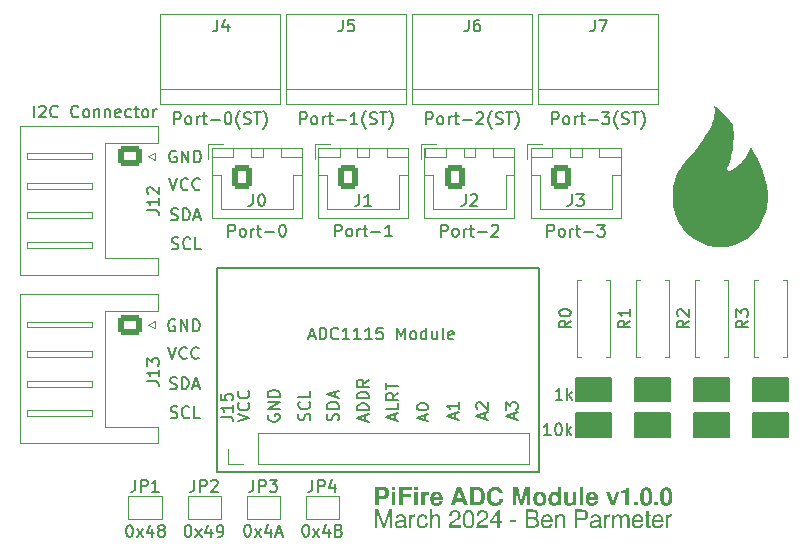
<source format=gto>
G04 #@! TF.GenerationSoftware,KiCad,Pcbnew,8.0.1-8.0.1-1~ubuntu22.04.1*
G04 #@! TF.CreationDate,2024-05-03T10:53:33-07:00*
G04 #@! TF.ProjectId,pifire-ads-board,70696669-7265-42d6-9164-732d626f6172,rev?*
G04 #@! TF.SameCoordinates,Original*
G04 #@! TF.FileFunction,Legend,Top*
G04 #@! TF.FilePolarity,Positive*
%FSLAX46Y46*%
G04 Gerber Fmt 4.6, Leading zero omitted, Abs format (unit mm)*
G04 Created by KiCad (PCBNEW 8.0.1-8.0.1-1~ubuntu22.04.1) date 2024-05-03 10:53:33*
%MOMM*%
%LPD*%
G01*
G04 APERTURE LIST*
G04 Aperture macros list*
%AMRoundRect*
0 Rectangle with rounded corners*
0 $1 Rounding radius*
0 $2 $3 $4 $5 $6 $7 $8 $9 X,Y pos of 4 corners*
0 Add a 4 corners polygon primitive as box body*
4,1,4,$2,$3,$4,$5,$6,$7,$8,$9,$2,$3,0*
0 Add four circle primitives for the rounded corners*
1,1,$1+$1,$2,$3*
1,1,$1+$1,$4,$5*
1,1,$1+$1,$6,$7*
1,1,$1+$1,$8,$9*
0 Add four rect primitives between the rounded corners*
20,1,$1+$1,$2,$3,$4,$5,0*
20,1,$1+$1,$4,$5,$6,$7,0*
20,1,$1+$1,$6,$7,$8,$9,0*
20,1,$1+$1,$8,$9,$2,$3,0*%
%AMFreePoly0*
4,1,6,1.000000,0.000000,0.500000,-0.750000,-0.500000,-0.750000,-0.500000,0.750000,0.500000,0.750000,1.000000,0.000000,1.000000,0.000000,$1*%
%AMFreePoly1*
4,1,6,0.500000,-0.750000,-0.650000,-0.750000,-0.150000,0.000000,-0.650000,0.750000,0.500000,0.750000,0.500000,-0.750000,0.500000,-0.750000,$1*%
G04 Aperture macros list end*
%ADD10C,0.000000*%
%ADD11C,0.150000*%
%ADD12C,0.187500*%
%ADD13C,0.300000*%
%ADD14C,0.120000*%
%ADD15C,3.200000*%
%ADD16RoundRect,0.250000X-0.725000X0.600000X-0.725000X-0.600000X0.725000X-0.600000X0.725000X0.600000X0*%
%ADD17O,1.950000X1.700000*%
%ADD18R,1.700000X1.700000*%
%ADD19O,1.700000X1.700000*%
%ADD20C,1.600000*%
%ADD21O,1.600000X1.600000*%
%ADD22R,3.000000X3.000000*%
%ADD23C,3.000000*%
%ADD24RoundRect,0.250000X-0.600000X-0.750000X0.600000X-0.750000X0.600000X0.750000X-0.600000X0.750000X0*%
%ADD25O,1.700000X2.000000*%
%ADD26FreePoly0,0.000000*%
%ADD27FreePoly1,0.000000*%
G04 APERTURE END LIST*
D10*
G36*
X89226401Y-48493003D02*
G01*
X89446132Y-48509226D01*
X89658214Y-48535607D01*
X89861535Y-48571608D01*
X90054983Y-48616691D01*
X90237445Y-48670317D01*
X90407809Y-48731948D01*
X90564963Y-48801047D01*
X90707794Y-48877074D01*
X90835190Y-48959493D01*
X90946038Y-49047764D01*
X91039227Y-49141349D01*
X91078851Y-49189967D01*
X91113643Y-49239711D01*
X91143464Y-49290515D01*
X91168175Y-49342312D01*
X91187636Y-49395033D01*
X91201710Y-49448612D01*
X91210255Y-49502982D01*
X91213135Y-49558075D01*
X91210255Y-49613168D01*
X91201710Y-49667537D01*
X91187636Y-49721116D01*
X91168175Y-49773838D01*
X91143464Y-49825634D01*
X91113643Y-49876438D01*
X91078851Y-49926182D01*
X91039227Y-49974800D01*
X90994909Y-50022223D01*
X90946038Y-50068386D01*
X90892752Y-50113219D01*
X90835190Y-50156657D01*
X90773491Y-50198631D01*
X90707794Y-50239075D01*
X90638238Y-50277921D01*
X90564963Y-50315102D01*
X90488107Y-50350551D01*
X90407809Y-50384201D01*
X90324209Y-50415984D01*
X90237445Y-50445832D01*
X90147656Y-50473680D01*
X90054983Y-50499458D01*
X89959562Y-50523101D01*
X89861535Y-50544541D01*
X89761039Y-50563710D01*
X89658214Y-50580542D01*
X89553198Y-50594969D01*
X89446132Y-50606923D01*
X89337153Y-50616338D01*
X89226401Y-50623147D01*
X89114015Y-50627281D01*
X89000135Y-50628674D01*
X88773868Y-50623147D01*
X88554137Y-50606923D01*
X88342055Y-50580542D01*
X88138734Y-50544541D01*
X87945287Y-50499458D01*
X87762824Y-50445832D01*
X87592460Y-50384201D01*
X87435306Y-50315102D01*
X87292475Y-50239075D01*
X87165079Y-50156657D01*
X87054231Y-50068386D01*
X86961042Y-49974800D01*
X86921418Y-49926182D01*
X86886626Y-49876438D01*
X86856805Y-49825634D01*
X86832094Y-49773838D01*
X86812633Y-49721116D01*
X86798560Y-49667537D01*
X86790014Y-49613168D01*
X86787134Y-49558075D01*
X86790014Y-49502982D01*
X86798560Y-49448612D01*
X86812633Y-49395033D01*
X86832094Y-49342312D01*
X86856805Y-49290515D01*
X86886626Y-49239711D01*
X86921418Y-49189967D01*
X86961042Y-49141349D01*
X87005360Y-49093926D01*
X87054231Y-49047764D01*
X87107517Y-49002930D01*
X87165079Y-48959493D01*
X87226779Y-48917518D01*
X87292475Y-48877074D01*
X87362031Y-48838228D01*
X87435306Y-48801047D01*
X87512162Y-48765598D01*
X87592460Y-48731948D01*
X87676061Y-48700166D01*
X87762824Y-48670317D01*
X87852613Y-48642470D01*
X87945287Y-48616691D01*
X88040707Y-48593048D01*
X88138734Y-48571608D01*
X88239230Y-48552439D01*
X88342055Y-48535607D01*
X88447071Y-48521181D01*
X88554137Y-48509226D01*
X88663116Y-48499811D01*
X88773868Y-48493003D01*
X88886254Y-48488868D01*
X89000135Y-48487475D01*
X89226401Y-48493003D01*
G37*
G36*
X89339332Y-43254615D02*
G01*
X89325155Y-43350706D01*
X89320311Y-43449269D01*
X89324309Y-43550028D01*
X89336657Y-43652706D01*
X89356862Y-43757026D01*
X89384433Y-43862712D01*
X89418878Y-43969486D01*
X89459703Y-44077073D01*
X89506417Y-44185195D01*
X89558529Y-44293575D01*
X89615544Y-44401938D01*
X89742322Y-44617502D01*
X89882812Y-44829674D01*
X90033078Y-45036239D01*
X90189183Y-45234985D01*
X90347188Y-45423696D01*
X90503159Y-45600161D01*
X90653156Y-45762164D01*
X90793242Y-45907493D01*
X91027936Y-46139273D01*
X91123779Y-46235502D01*
X91214762Y-46336046D01*
X91300701Y-46440731D01*
X91381415Y-46549382D01*
X91456720Y-46661825D01*
X91526435Y-46777883D01*
X91590376Y-46897382D01*
X91648362Y-47020148D01*
X91700209Y-47146005D01*
X91745736Y-47274779D01*
X91784759Y-47406294D01*
X91817096Y-47540376D01*
X91842565Y-47676850D01*
X91860984Y-47815541D01*
X91872168Y-47956274D01*
X91875937Y-48098874D01*
X91872170Y-48241508D01*
X91860990Y-48382268D01*
X91842579Y-48520982D01*
X91817118Y-48657473D01*
X91784790Y-48791569D01*
X91745777Y-48923096D01*
X91700260Y-49051878D01*
X91648421Y-49177743D01*
X91590443Y-49300516D01*
X91526507Y-49420022D01*
X91456795Y-49536089D01*
X91381489Y-49648541D01*
X91300771Y-49757204D01*
X91214822Y-49861906D01*
X91123825Y-49962470D01*
X91027962Y-50058724D01*
X90927414Y-50150494D01*
X90822363Y-50237604D01*
X90712992Y-50319881D01*
X90599481Y-50397152D01*
X90482014Y-50469241D01*
X90360771Y-50535975D01*
X90235936Y-50597179D01*
X90107689Y-50652680D01*
X89976213Y-50702304D01*
X89841689Y-50745876D01*
X89704299Y-50783222D01*
X89564226Y-50814169D01*
X89421651Y-50838541D01*
X89276756Y-50856165D01*
X89129724Y-50866868D01*
X88980735Y-50870474D01*
X88831764Y-50866868D01*
X88684749Y-50856165D01*
X88539870Y-50838541D01*
X88397310Y-50814169D01*
X88257251Y-50783222D01*
X88119875Y-50745876D01*
X87985363Y-50702304D01*
X87853898Y-50652680D01*
X87725662Y-50597179D01*
X87600836Y-50535975D01*
X87479602Y-50469241D01*
X87362142Y-50397152D01*
X87248639Y-50319881D01*
X87139274Y-50237604D01*
X87034229Y-50150494D01*
X86933686Y-50058724D01*
X86837827Y-49962470D01*
X86746834Y-49861906D01*
X86660889Y-49757204D01*
X86580174Y-49648541D01*
X86504870Y-49536089D01*
X86435160Y-49420022D01*
X86371226Y-49300516D01*
X86313249Y-49177743D01*
X86261411Y-49051878D01*
X86215895Y-48923096D01*
X86176883Y-48791569D01*
X86144555Y-48657473D01*
X86119095Y-48520982D01*
X86100684Y-48382268D01*
X86089503Y-48241508D01*
X86085736Y-48098874D01*
X86086958Y-48026254D01*
X86090596Y-47951919D01*
X86096610Y-47875945D01*
X86104961Y-47798409D01*
X86115610Y-47719385D01*
X86128515Y-47638950D01*
X86143637Y-47557180D01*
X86160937Y-47474150D01*
X86201909Y-47304615D01*
X86251112Y-47130953D01*
X86308228Y-46953771D01*
X86372937Y-46773675D01*
X86408253Y-46683657D01*
X86445736Y-46594911D01*
X86485291Y-46507260D01*
X86526820Y-46420528D01*
X86570228Y-46334537D01*
X86615419Y-46249111D01*
X86710760Y-46079249D01*
X86812074Y-45909528D01*
X86918588Y-45738534D01*
X87144135Y-45387076D01*
X87196911Y-45513321D01*
X87254150Y-45632603D01*
X87315367Y-45745044D01*
X87380073Y-45850765D01*
X87447781Y-45949889D01*
X87518005Y-46042539D01*
X87590256Y-46128837D01*
X87664048Y-46208906D01*
X87738894Y-46282867D01*
X87814306Y-46350844D01*
X87889797Y-46412958D01*
X87964880Y-46469331D01*
X88039067Y-46520088D01*
X88111872Y-46565349D01*
X88182807Y-46605237D01*
X88251386Y-46639874D01*
X88317120Y-46669384D01*
X88379523Y-46693888D01*
X88438107Y-46713508D01*
X88492386Y-46728367D01*
X88541871Y-46738588D01*
X88586077Y-46744293D01*
X88624515Y-46745604D01*
X88656698Y-46742643D01*
X88682140Y-46735533D01*
X88700352Y-46724397D01*
X88710849Y-46709356D01*
X88713142Y-46690534D01*
X88706744Y-46668052D01*
X88691169Y-46642033D01*
X88665929Y-46612599D01*
X88630536Y-46579873D01*
X88587624Y-46538877D01*
X88547029Y-46490724D01*
X88508721Y-46435895D01*
X88472669Y-46374875D01*
X88438841Y-46308147D01*
X88407207Y-46236192D01*
X88350396Y-46078539D01*
X88301988Y-45905779D01*
X88261737Y-45721776D01*
X88229394Y-45530394D01*
X88204711Y-45335498D01*
X88187442Y-45140951D01*
X88177339Y-44950617D01*
X88174154Y-44768360D01*
X88177639Y-44598045D01*
X88187548Y-44443534D01*
X88203632Y-44308693D01*
X88225644Y-44197385D01*
X88253336Y-44113473D01*
X88394374Y-43971939D01*
X88531820Y-43829973D01*
X88667142Y-43691007D01*
X88734466Y-43623722D01*
X88801811Y-43558473D01*
X88869359Y-43495690D01*
X88937295Y-43435801D01*
X89005802Y-43379236D01*
X89075064Y-43326423D01*
X89145265Y-43277791D01*
X89216588Y-43233770D01*
X89289217Y-43194787D01*
X89326079Y-43177320D01*
X89363336Y-43161273D01*
X89339332Y-43254615D01*
G37*
G36*
X88500000Y-39000000D02*
G01*
X88551510Y-39027136D01*
X88653000Y-39087707D01*
X88752664Y-39156116D01*
X88850758Y-39231699D01*
X88947539Y-39313788D01*
X89043262Y-39401717D01*
X89138184Y-39494818D01*
X89232561Y-39592425D01*
X89326650Y-39693871D01*
X89420707Y-39798489D01*
X89609752Y-40014575D01*
X89801745Y-40235348D01*
X89998737Y-40455475D01*
X90037442Y-40585880D01*
X90068205Y-40758891D01*
X90090679Y-40968498D01*
X90104521Y-41208693D01*
X90109385Y-41473467D01*
X90104926Y-41756811D01*
X90090800Y-42052716D01*
X90066661Y-42355174D01*
X90032166Y-42658175D01*
X89986969Y-42955712D01*
X89930725Y-43241774D01*
X89863089Y-43510354D01*
X89783717Y-43755443D01*
X89692264Y-43971031D01*
X89641899Y-44065885D01*
X89588385Y-44151111D01*
X89531678Y-44225957D01*
X89471735Y-44289673D01*
X89422296Y-44340558D01*
X89387039Y-44386326D01*
X89365282Y-44426785D01*
X89356345Y-44461746D01*
X89359549Y-44491017D01*
X89374211Y-44514410D01*
X89399652Y-44531732D01*
X89435192Y-44542795D01*
X89480149Y-44547407D01*
X89533844Y-44545379D01*
X89595595Y-44536520D01*
X89664723Y-44520639D01*
X89740546Y-44497547D01*
X89822385Y-44467053D01*
X89909558Y-44428967D01*
X90001386Y-44383099D01*
X90097188Y-44329257D01*
X90196283Y-44267253D01*
X90297991Y-44196894D01*
X90401631Y-44117992D01*
X90506523Y-44030356D01*
X90611986Y-43933796D01*
X90717341Y-43828120D01*
X90821905Y-43713140D01*
X90925000Y-43588664D01*
X91025944Y-43454502D01*
X91124057Y-43310464D01*
X91218658Y-43156360D01*
X91309067Y-42991999D01*
X91394604Y-42817191D01*
X91474587Y-42631746D01*
X91548337Y-42435473D01*
X91863406Y-42981762D01*
X92012182Y-43247598D01*
X92153687Y-43511474D01*
X92286849Y-43775576D01*
X92410593Y-44042086D01*
X92468599Y-44176928D01*
X92523847Y-44313191D01*
X92576205Y-44451148D01*
X92625537Y-44591073D01*
X92715940Y-44871059D01*
X92795748Y-45146533D01*
X92864514Y-45416546D01*
X92921785Y-45680149D01*
X92967113Y-45936392D01*
X93000048Y-46184327D01*
X93011726Y-46304882D01*
X93020138Y-46423004D01*
X93025226Y-46538574D01*
X93026935Y-46651474D01*
X93021672Y-46873215D01*
X93006054Y-47092045D01*
X92980333Y-47307693D01*
X92944765Y-47519889D01*
X92899603Y-47728362D01*
X92845102Y-47932840D01*
X92781515Y-48133055D01*
X92709098Y-48328733D01*
X92628103Y-48519606D01*
X92538786Y-48705401D01*
X92441400Y-48885849D01*
X92336199Y-49060679D01*
X92223438Y-49229619D01*
X92103371Y-49392400D01*
X91976252Y-49548750D01*
X91842335Y-49698399D01*
X91701874Y-49841075D01*
X91555124Y-49976509D01*
X91402338Y-50104429D01*
X91243771Y-50224565D01*
X91079677Y-50336646D01*
X90910309Y-50440401D01*
X90735923Y-50535560D01*
X90556772Y-50621852D01*
X90373111Y-50699005D01*
X90185193Y-50766750D01*
X89993273Y-50824815D01*
X89797605Y-50872930D01*
X89598443Y-50910824D01*
X89396041Y-50938227D01*
X89190654Y-50954867D01*
X88982535Y-50960473D01*
X88774416Y-50954867D01*
X88569029Y-50938227D01*
X88366627Y-50910824D01*
X88167465Y-50872930D01*
X87971797Y-50824815D01*
X87779877Y-50766750D01*
X87591959Y-50699005D01*
X87408298Y-50621852D01*
X87229147Y-50535560D01*
X87054761Y-50440401D01*
X86885394Y-50336646D01*
X86721300Y-50224565D01*
X86562733Y-50104429D01*
X86409947Y-49976509D01*
X86263197Y-49841075D01*
X86122736Y-49698399D01*
X85988819Y-49548750D01*
X85861700Y-49392400D01*
X85741633Y-49229619D01*
X85628872Y-49060679D01*
X85523672Y-48885849D01*
X85426286Y-48705401D01*
X85336968Y-48519606D01*
X85255974Y-48328733D01*
X85183556Y-48133055D01*
X85119970Y-47932840D01*
X85065469Y-47728362D01*
X85020307Y-47519889D01*
X84984739Y-47307693D01*
X84959018Y-47092045D01*
X84943399Y-46873215D01*
X84938137Y-46651474D01*
X84943400Y-46429751D01*
X84959022Y-46210938D01*
X84984747Y-45995305D01*
X85020321Y-45783124D01*
X85065489Y-45574664D01*
X85119996Y-45370197D01*
X85183589Y-45169994D01*
X85256011Y-44974324D01*
X85337010Y-44783459D01*
X85426330Y-44597670D01*
X85523716Y-44417226D01*
X85628914Y-44242400D01*
X85741670Y-44073461D01*
X85861729Y-43910680D01*
X85988835Y-43754328D01*
X86122736Y-43604675D01*
X86450529Y-43244342D01*
X86855723Y-42766550D01*
X87073593Y-42492211D01*
X87294311Y-42198832D01*
X87512375Y-41889856D01*
X87722286Y-41568724D01*
X87918542Y-41238878D01*
X88095642Y-40903760D01*
X88175290Y-40735299D01*
X88248087Y-40566811D01*
X88313344Y-40398726D01*
X88370374Y-40231474D01*
X88418490Y-40065485D01*
X88457003Y-39901189D01*
X88485227Y-39739018D01*
X88502474Y-39579400D01*
X88508056Y-39422766D01*
X88501286Y-39269547D01*
X88481475Y-39120173D01*
X88447937Y-38975073D01*
X88500000Y-39000000D01*
G37*
D11*
X91750000Y-65000000D02*
X94750000Y-65000000D01*
X94750000Y-67000000D01*
X91750000Y-67000000D01*
X91750000Y-65000000D01*
G36*
X91750000Y-65000000D02*
G01*
X94750000Y-65000000D01*
X94750000Y-67000000D01*
X91750000Y-67000000D01*
X91750000Y-65000000D01*
G37*
X91750000Y-62000000D02*
X94750000Y-62000000D01*
X94750000Y-64000000D01*
X91750000Y-64000000D01*
X91750000Y-62000000D01*
G36*
X91750000Y-62000000D02*
G01*
X94750000Y-62000000D01*
X94750000Y-64000000D01*
X91750000Y-64000000D01*
X91750000Y-62000000D01*
G37*
X76750000Y-65000000D02*
X79750000Y-65000000D01*
X79750000Y-67000000D01*
X76750000Y-67000000D01*
X76750000Y-65000000D01*
G36*
X76750000Y-65000000D02*
G01*
X79750000Y-65000000D01*
X79750000Y-67000000D01*
X76750000Y-67000000D01*
X76750000Y-65000000D01*
G37*
X81750000Y-62000000D02*
X84750000Y-62000000D01*
X84750000Y-64000000D01*
X81750000Y-64000000D01*
X81750000Y-62000000D01*
G36*
X81750000Y-62000000D02*
G01*
X84750000Y-62000000D01*
X84750000Y-64000000D01*
X81750000Y-64000000D01*
X81750000Y-62000000D01*
G37*
X46364000Y-52728000D02*
X73636000Y-52728000D01*
X73636000Y-70000000D01*
X46364000Y-70000000D01*
X46364000Y-52728000D01*
X86750000Y-62000000D02*
X89750000Y-62000000D01*
X89750000Y-64000000D01*
X86750000Y-64000000D01*
X86750000Y-62000000D01*
G36*
X86750000Y-62000000D02*
G01*
X89750000Y-62000000D01*
X89750000Y-64000000D01*
X86750000Y-64000000D01*
X86750000Y-62000000D01*
G37*
X81750000Y-65000000D02*
X84750000Y-65000000D01*
X84750000Y-67000000D01*
X81750000Y-67000000D01*
X81750000Y-65000000D01*
G36*
X81750000Y-65000000D02*
G01*
X84750000Y-65000000D01*
X84750000Y-67000000D01*
X81750000Y-67000000D01*
X81750000Y-65000000D01*
G37*
X76750000Y-62000000D02*
X79750000Y-62000000D01*
X79750000Y-64000000D01*
X76750000Y-64000000D01*
X76750000Y-62000000D01*
G36*
X76750000Y-62000000D02*
G01*
X79750000Y-62000000D01*
X79750000Y-64000000D01*
X76750000Y-64000000D01*
X76750000Y-62000000D01*
G37*
X86750000Y-65000000D02*
X89750000Y-65000000D01*
X89750000Y-67000000D01*
X86750000Y-67000000D01*
X86750000Y-65000000D01*
G36*
X86750000Y-65000000D02*
G01*
X89750000Y-65000000D01*
X89750000Y-67000000D01*
X86750000Y-67000000D01*
X86750000Y-65000000D01*
G37*
X61434104Y-65560839D02*
X61434104Y-65084649D01*
X61719819Y-65656077D02*
X60719819Y-65322744D01*
X60719819Y-65322744D02*
X61719819Y-64989411D01*
X61719819Y-64179887D02*
X61719819Y-64656077D01*
X61719819Y-64656077D02*
X60719819Y-64656077D01*
X61719819Y-63275125D02*
X61243628Y-63608458D01*
X61719819Y-63846553D02*
X60719819Y-63846553D01*
X60719819Y-63846553D02*
X60719819Y-63465601D01*
X60719819Y-63465601D02*
X60767438Y-63370363D01*
X60767438Y-63370363D02*
X60815057Y-63322744D01*
X60815057Y-63322744D02*
X60910295Y-63275125D01*
X60910295Y-63275125D02*
X61053152Y-63275125D01*
X61053152Y-63275125D02*
X61148390Y-63322744D01*
X61148390Y-63322744D02*
X61196009Y-63370363D01*
X61196009Y-63370363D02*
X61243628Y-63465601D01*
X61243628Y-63465601D02*
X61243628Y-63846553D01*
X60719819Y-62989410D02*
X60719819Y-62417982D01*
X61719819Y-62703696D02*
X60719819Y-62703696D01*
X42810588Y-57117438D02*
X42715350Y-57069819D01*
X42715350Y-57069819D02*
X42572493Y-57069819D01*
X42572493Y-57069819D02*
X42429636Y-57117438D01*
X42429636Y-57117438D02*
X42334398Y-57212676D01*
X42334398Y-57212676D02*
X42286779Y-57307914D01*
X42286779Y-57307914D02*
X42239160Y-57498390D01*
X42239160Y-57498390D02*
X42239160Y-57641247D01*
X42239160Y-57641247D02*
X42286779Y-57831723D01*
X42286779Y-57831723D02*
X42334398Y-57926961D01*
X42334398Y-57926961D02*
X42429636Y-58022200D01*
X42429636Y-58022200D02*
X42572493Y-58069819D01*
X42572493Y-58069819D02*
X42667731Y-58069819D01*
X42667731Y-58069819D02*
X42810588Y-58022200D01*
X42810588Y-58022200D02*
X42858207Y-57974580D01*
X42858207Y-57974580D02*
X42858207Y-57641247D01*
X42858207Y-57641247D02*
X42667731Y-57641247D01*
X43286779Y-58069819D02*
X43286779Y-57069819D01*
X43286779Y-57069819D02*
X43858207Y-58069819D01*
X43858207Y-58069819D02*
X43858207Y-57069819D01*
X44334398Y-58069819D02*
X44334398Y-57069819D01*
X44334398Y-57069819D02*
X44572493Y-57069819D01*
X44572493Y-57069819D02*
X44715350Y-57117438D01*
X44715350Y-57117438D02*
X44810588Y-57212676D01*
X44810588Y-57212676D02*
X44858207Y-57307914D01*
X44858207Y-57307914D02*
X44905826Y-57498390D01*
X44905826Y-57498390D02*
X44905826Y-57641247D01*
X44905826Y-57641247D02*
X44858207Y-57831723D01*
X44858207Y-57831723D02*
X44810588Y-57926961D01*
X44810588Y-57926961D02*
X44715350Y-58022200D01*
X44715350Y-58022200D02*
X44572493Y-58069819D01*
X44572493Y-58069819D02*
X44334398Y-58069819D01*
X42489160Y-48622200D02*
X42632017Y-48669819D01*
X42632017Y-48669819D02*
X42870112Y-48669819D01*
X42870112Y-48669819D02*
X42965350Y-48622200D01*
X42965350Y-48622200D02*
X43012969Y-48574580D01*
X43012969Y-48574580D02*
X43060588Y-48479342D01*
X43060588Y-48479342D02*
X43060588Y-48384104D01*
X43060588Y-48384104D02*
X43012969Y-48288866D01*
X43012969Y-48288866D02*
X42965350Y-48241247D01*
X42965350Y-48241247D02*
X42870112Y-48193628D01*
X42870112Y-48193628D02*
X42679636Y-48146009D01*
X42679636Y-48146009D02*
X42584398Y-48098390D01*
X42584398Y-48098390D02*
X42536779Y-48050771D01*
X42536779Y-48050771D02*
X42489160Y-47955533D01*
X42489160Y-47955533D02*
X42489160Y-47860295D01*
X42489160Y-47860295D02*
X42536779Y-47765057D01*
X42536779Y-47765057D02*
X42584398Y-47717438D01*
X42584398Y-47717438D02*
X42679636Y-47669819D01*
X42679636Y-47669819D02*
X42917731Y-47669819D01*
X42917731Y-47669819D02*
X43060588Y-47717438D01*
X43489160Y-48669819D02*
X43489160Y-47669819D01*
X43489160Y-47669819D02*
X43727255Y-47669819D01*
X43727255Y-47669819D02*
X43870112Y-47717438D01*
X43870112Y-47717438D02*
X43965350Y-47812676D01*
X43965350Y-47812676D02*
X44012969Y-47907914D01*
X44012969Y-47907914D02*
X44060588Y-48098390D01*
X44060588Y-48098390D02*
X44060588Y-48241247D01*
X44060588Y-48241247D02*
X44012969Y-48431723D01*
X44012969Y-48431723D02*
X43965350Y-48526961D01*
X43965350Y-48526961D02*
X43870112Y-48622200D01*
X43870112Y-48622200D02*
X43727255Y-48669819D01*
X43727255Y-48669819D02*
X43489160Y-48669819D01*
X44441541Y-48384104D02*
X44917731Y-48384104D01*
X44346303Y-48669819D02*
X44679636Y-47669819D01*
X44679636Y-47669819D02*
X45012969Y-48669819D01*
X42910588Y-42817438D02*
X42815350Y-42769819D01*
X42815350Y-42769819D02*
X42672493Y-42769819D01*
X42672493Y-42769819D02*
X42529636Y-42817438D01*
X42529636Y-42817438D02*
X42434398Y-42912676D01*
X42434398Y-42912676D02*
X42386779Y-43007914D01*
X42386779Y-43007914D02*
X42339160Y-43198390D01*
X42339160Y-43198390D02*
X42339160Y-43341247D01*
X42339160Y-43341247D02*
X42386779Y-43531723D01*
X42386779Y-43531723D02*
X42434398Y-43626961D01*
X42434398Y-43626961D02*
X42529636Y-43722200D01*
X42529636Y-43722200D02*
X42672493Y-43769819D01*
X42672493Y-43769819D02*
X42767731Y-43769819D01*
X42767731Y-43769819D02*
X42910588Y-43722200D01*
X42910588Y-43722200D02*
X42958207Y-43674580D01*
X42958207Y-43674580D02*
X42958207Y-43341247D01*
X42958207Y-43341247D02*
X42767731Y-43341247D01*
X43386779Y-43769819D02*
X43386779Y-42769819D01*
X43386779Y-42769819D02*
X43958207Y-43769819D01*
X43958207Y-43769819D02*
X43958207Y-42769819D01*
X44434398Y-43769819D02*
X44434398Y-42769819D01*
X44434398Y-42769819D02*
X44672493Y-42769819D01*
X44672493Y-42769819D02*
X44815350Y-42817438D01*
X44815350Y-42817438D02*
X44910588Y-42912676D01*
X44910588Y-42912676D02*
X44958207Y-43007914D01*
X44958207Y-43007914D02*
X45005826Y-43198390D01*
X45005826Y-43198390D02*
X45005826Y-43341247D01*
X45005826Y-43341247D02*
X44958207Y-43531723D01*
X44958207Y-43531723D02*
X44910588Y-43626961D01*
X44910588Y-43626961D02*
X44815350Y-43722200D01*
X44815350Y-43722200D02*
X44672493Y-43769819D01*
X44672493Y-43769819D02*
X44434398Y-43769819D01*
X74610588Y-66869819D02*
X74039160Y-66869819D01*
X74324874Y-66869819D02*
X74324874Y-65869819D01*
X74324874Y-65869819D02*
X74229636Y-66012676D01*
X74229636Y-66012676D02*
X74134398Y-66107914D01*
X74134398Y-66107914D02*
X74039160Y-66155533D01*
X75229636Y-65869819D02*
X75324874Y-65869819D01*
X75324874Y-65869819D02*
X75420112Y-65917438D01*
X75420112Y-65917438D02*
X75467731Y-65965057D01*
X75467731Y-65965057D02*
X75515350Y-66060295D01*
X75515350Y-66060295D02*
X75562969Y-66250771D01*
X75562969Y-66250771D02*
X75562969Y-66488866D01*
X75562969Y-66488866D02*
X75515350Y-66679342D01*
X75515350Y-66679342D02*
X75467731Y-66774580D01*
X75467731Y-66774580D02*
X75420112Y-66822200D01*
X75420112Y-66822200D02*
X75324874Y-66869819D01*
X75324874Y-66869819D02*
X75229636Y-66869819D01*
X75229636Y-66869819D02*
X75134398Y-66822200D01*
X75134398Y-66822200D02*
X75086779Y-66774580D01*
X75086779Y-66774580D02*
X75039160Y-66679342D01*
X75039160Y-66679342D02*
X74991541Y-66488866D01*
X74991541Y-66488866D02*
X74991541Y-66250771D01*
X74991541Y-66250771D02*
X75039160Y-66060295D01*
X75039160Y-66060295D02*
X75086779Y-65965057D01*
X75086779Y-65965057D02*
X75134398Y-65917438D01*
X75134398Y-65917438D02*
X75229636Y-65869819D01*
X75991541Y-66869819D02*
X75991541Y-65869819D01*
X76086779Y-66488866D02*
X76372493Y-66869819D01*
X76372493Y-66203152D02*
X75991541Y-66584104D01*
X58934104Y-65660839D02*
X58934104Y-65184649D01*
X59219819Y-65756077D02*
X58219819Y-65422744D01*
X58219819Y-65422744D02*
X59219819Y-65089411D01*
X59219819Y-64756077D02*
X58219819Y-64756077D01*
X58219819Y-64756077D02*
X58219819Y-64517982D01*
X58219819Y-64517982D02*
X58267438Y-64375125D01*
X58267438Y-64375125D02*
X58362676Y-64279887D01*
X58362676Y-64279887D02*
X58457914Y-64232268D01*
X58457914Y-64232268D02*
X58648390Y-64184649D01*
X58648390Y-64184649D02*
X58791247Y-64184649D01*
X58791247Y-64184649D02*
X58981723Y-64232268D01*
X58981723Y-64232268D02*
X59076961Y-64279887D01*
X59076961Y-64279887D02*
X59172200Y-64375125D01*
X59172200Y-64375125D02*
X59219819Y-64517982D01*
X59219819Y-64517982D02*
X59219819Y-64756077D01*
X59219819Y-63756077D02*
X58219819Y-63756077D01*
X58219819Y-63756077D02*
X58219819Y-63517982D01*
X58219819Y-63517982D02*
X58267438Y-63375125D01*
X58267438Y-63375125D02*
X58362676Y-63279887D01*
X58362676Y-63279887D02*
X58457914Y-63232268D01*
X58457914Y-63232268D02*
X58648390Y-63184649D01*
X58648390Y-63184649D02*
X58791247Y-63184649D01*
X58791247Y-63184649D02*
X58981723Y-63232268D01*
X58981723Y-63232268D02*
X59076961Y-63279887D01*
X59076961Y-63279887D02*
X59172200Y-63375125D01*
X59172200Y-63375125D02*
X59219819Y-63517982D01*
X59219819Y-63517982D02*
X59219819Y-63756077D01*
X59219819Y-62184649D02*
X58743628Y-62517982D01*
X59219819Y-62756077D02*
X58219819Y-62756077D01*
X58219819Y-62756077D02*
X58219819Y-62375125D01*
X58219819Y-62375125D02*
X58267438Y-62279887D01*
X58267438Y-62279887D02*
X58315057Y-62232268D01*
X58315057Y-62232268D02*
X58410295Y-62184649D01*
X58410295Y-62184649D02*
X58553152Y-62184649D01*
X58553152Y-62184649D02*
X58648390Y-62232268D01*
X58648390Y-62232268D02*
X58696009Y-62279887D01*
X58696009Y-62279887D02*
X58743628Y-62375125D01*
X58743628Y-62375125D02*
X58743628Y-62756077D01*
X42539160Y-51072200D02*
X42682017Y-51119819D01*
X42682017Y-51119819D02*
X42920112Y-51119819D01*
X42920112Y-51119819D02*
X43015350Y-51072200D01*
X43015350Y-51072200D02*
X43062969Y-51024580D01*
X43062969Y-51024580D02*
X43110588Y-50929342D01*
X43110588Y-50929342D02*
X43110588Y-50834104D01*
X43110588Y-50834104D02*
X43062969Y-50738866D01*
X43062969Y-50738866D02*
X43015350Y-50691247D01*
X43015350Y-50691247D02*
X42920112Y-50643628D01*
X42920112Y-50643628D02*
X42729636Y-50596009D01*
X42729636Y-50596009D02*
X42634398Y-50548390D01*
X42634398Y-50548390D02*
X42586779Y-50500771D01*
X42586779Y-50500771D02*
X42539160Y-50405533D01*
X42539160Y-50405533D02*
X42539160Y-50310295D01*
X42539160Y-50310295D02*
X42586779Y-50215057D01*
X42586779Y-50215057D02*
X42634398Y-50167438D01*
X42634398Y-50167438D02*
X42729636Y-50119819D01*
X42729636Y-50119819D02*
X42967731Y-50119819D01*
X42967731Y-50119819D02*
X43110588Y-50167438D01*
X44110588Y-51024580D02*
X44062969Y-51072200D01*
X44062969Y-51072200D02*
X43920112Y-51119819D01*
X43920112Y-51119819D02*
X43824874Y-51119819D01*
X43824874Y-51119819D02*
X43682017Y-51072200D01*
X43682017Y-51072200D02*
X43586779Y-50976961D01*
X43586779Y-50976961D02*
X43539160Y-50881723D01*
X43539160Y-50881723D02*
X43491541Y-50691247D01*
X43491541Y-50691247D02*
X43491541Y-50548390D01*
X43491541Y-50548390D02*
X43539160Y-50357914D01*
X43539160Y-50357914D02*
X43586779Y-50262676D01*
X43586779Y-50262676D02*
X43682017Y-50167438D01*
X43682017Y-50167438D02*
X43824874Y-50119819D01*
X43824874Y-50119819D02*
X43920112Y-50119819D01*
X43920112Y-50119819D02*
X44062969Y-50167438D01*
X44062969Y-50167438D02*
X44110588Y-50215057D01*
X45015350Y-51119819D02*
X44539160Y-51119819D01*
X44539160Y-51119819D02*
X44539160Y-50119819D01*
X48119819Y-65706077D02*
X49119819Y-65372744D01*
X49119819Y-65372744D02*
X48119819Y-65039411D01*
X49024580Y-64134649D02*
X49072200Y-64182268D01*
X49072200Y-64182268D02*
X49119819Y-64325125D01*
X49119819Y-64325125D02*
X49119819Y-64420363D01*
X49119819Y-64420363D02*
X49072200Y-64563220D01*
X49072200Y-64563220D02*
X48976961Y-64658458D01*
X48976961Y-64658458D02*
X48881723Y-64706077D01*
X48881723Y-64706077D02*
X48691247Y-64753696D01*
X48691247Y-64753696D02*
X48548390Y-64753696D01*
X48548390Y-64753696D02*
X48357914Y-64706077D01*
X48357914Y-64706077D02*
X48262676Y-64658458D01*
X48262676Y-64658458D02*
X48167438Y-64563220D01*
X48167438Y-64563220D02*
X48119819Y-64420363D01*
X48119819Y-64420363D02*
X48119819Y-64325125D01*
X48119819Y-64325125D02*
X48167438Y-64182268D01*
X48167438Y-64182268D02*
X48215057Y-64134649D01*
X49024580Y-63134649D02*
X49072200Y-63182268D01*
X49072200Y-63182268D02*
X49119819Y-63325125D01*
X49119819Y-63325125D02*
X49119819Y-63420363D01*
X49119819Y-63420363D02*
X49072200Y-63563220D01*
X49072200Y-63563220D02*
X48976961Y-63658458D01*
X48976961Y-63658458D02*
X48881723Y-63706077D01*
X48881723Y-63706077D02*
X48691247Y-63753696D01*
X48691247Y-63753696D02*
X48548390Y-63753696D01*
X48548390Y-63753696D02*
X48357914Y-63706077D01*
X48357914Y-63706077D02*
X48262676Y-63658458D01*
X48262676Y-63658458D02*
X48167438Y-63563220D01*
X48167438Y-63563220D02*
X48119819Y-63420363D01*
X48119819Y-63420363D02*
X48119819Y-63325125D01*
X48119819Y-63325125D02*
X48167438Y-63182268D01*
X48167438Y-63182268D02*
X48215057Y-63134649D01*
X71534104Y-65510839D02*
X71534104Y-65034649D01*
X71819819Y-65606077D02*
X70819819Y-65272744D01*
X70819819Y-65272744D02*
X71819819Y-64939411D01*
X70819819Y-64701315D02*
X70819819Y-64082268D01*
X70819819Y-64082268D02*
X71200771Y-64415601D01*
X71200771Y-64415601D02*
X71200771Y-64272744D01*
X71200771Y-64272744D02*
X71248390Y-64177506D01*
X71248390Y-64177506D02*
X71296009Y-64129887D01*
X71296009Y-64129887D02*
X71391247Y-64082268D01*
X71391247Y-64082268D02*
X71629342Y-64082268D01*
X71629342Y-64082268D02*
X71724580Y-64129887D01*
X71724580Y-64129887D02*
X71772200Y-64177506D01*
X71772200Y-64177506D02*
X71819819Y-64272744D01*
X71819819Y-64272744D02*
X71819819Y-64558458D01*
X71819819Y-64558458D02*
X71772200Y-64653696D01*
X71772200Y-64653696D02*
X71724580Y-64701315D01*
D12*
G36*
X60597976Y-74695000D02*
G01*
X60391346Y-74695000D01*
X59954640Y-73405764D01*
X59954640Y-74695000D01*
X59768893Y-74695000D01*
X59768893Y-73156636D01*
X60041102Y-73156636D01*
X60496859Y-74496796D01*
X60944190Y-73156636D01*
X61216399Y-73156636D01*
X61216399Y-74695000D01*
X61030652Y-74695000D01*
X61030652Y-73405764D01*
X60597976Y-74695000D01*
G37*
G36*
X62004484Y-73560156D02*
G01*
X62081188Y-73570196D01*
X62157214Y-73590730D01*
X62227909Y-73625380D01*
X62241486Y-73634741D01*
X62297127Y-73689732D01*
X62332161Y-73758532D01*
X62346071Y-73832261D01*
X62346999Y-73859323D01*
X62346999Y-74509253D01*
X62377022Y-74579165D01*
X62441887Y-74595715D01*
X62479623Y-74591685D01*
X62479623Y-74724675D01*
X62405357Y-74739783D01*
X62359455Y-74743360D01*
X62285450Y-74733559D01*
X62231960Y-74704159D01*
X62192119Y-74642027D01*
X62178105Y-74581060D01*
X62110876Y-74636217D01*
X62042178Y-74679961D01*
X61972012Y-74712294D01*
X61900378Y-74733216D01*
X61827275Y-74742726D01*
X61802581Y-74743360D01*
X61723355Y-74737841D01*
X61644517Y-74718441D01*
X61576575Y-74685072D01*
X61537334Y-74655066D01*
X61485749Y-74593678D01*
X61453270Y-74520341D01*
X61440374Y-74444120D01*
X61439515Y-74416563D01*
X61439860Y-74412533D01*
X61623063Y-74412533D01*
X61637260Y-74487363D01*
X61679849Y-74543325D01*
X61748543Y-74577946D01*
X61821351Y-74589081D01*
X61840317Y-74589487D01*
X61918135Y-74583401D01*
X61994742Y-74562363D01*
X62060974Y-74526299D01*
X62078820Y-74512550D01*
X62131801Y-74458271D01*
X62166061Y-74390551D01*
X62171877Y-74346953D01*
X62171877Y-74148384D01*
X62100623Y-74172865D01*
X62025624Y-74188376D01*
X62012508Y-74190516D01*
X61936568Y-74202589D01*
X61863369Y-74214389D01*
X61827861Y-74220191D01*
X61753489Y-74241715D01*
X61686444Y-74280642D01*
X61638908Y-74337245D01*
X61623063Y-74412533D01*
X61439860Y-74412533D01*
X61445803Y-74343187D01*
X61449040Y-74327903D01*
X61469923Y-74257194D01*
X61510956Y-74200041D01*
X61560781Y-74156810D01*
X61628192Y-74124204D01*
X61699497Y-74101589D01*
X61701099Y-74101123D01*
X61774509Y-74085696D01*
X61789759Y-74083171D01*
X61863267Y-74071305D01*
X61882449Y-74068517D01*
X61956992Y-74057846D01*
X61987962Y-74053496D01*
X62061682Y-74040719D01*
X62131577Y-74013562D01*
X62170460Y-73950772D01*
X62171877Y-73931130D01*
X62171877Y-73884602D01*
X62153679Y-73810107D01*
X62107397Y-73762236D01*
X62035193Y-73731995D01*
X61960507Y-73721133D01*
X61924947Y-73720104D01*
X61847791Y-73725732D01*
X61774578Y-73746895D01*
X61739200Y-73767732D01*
X61691373Y-73823953D01*
X61667651Y-73897924D01*
X61665195Y-73916475D01*
X61487875Y-73916475D01*
X61497606Y-73832326D01*
X61520389Y-73759397D01*
X61567223Y-73684013D01*
X61634449Y-73626160D01*
X61702913Y-73592501D01*
X61784429Y-73570061D01*
X61878997Y-73558841D01*
X61931175Y-73557438D01*
X62004484Y-73560156D01*
G37*
G36*
X63174616Y-73743185D02*
G01*
X63101281Y-73748632D01*
X63027859Y-73763487D01*
X62958507Y-73791202D01*
X62908635Y-73825617D01*
X62861881Y-73887985D01*
X62836945Y-73957457D01*
X62824218Y-74032520D01*
X62820062Y-74107464D01*
X62819975Y-74120907D01*
X62819975Y-74695000D01*
X62643021Y-74695000D01*
X62643021Y-73589312D01*
X62805321Y-73589312D01*
X62805321Y-73789713D01*
X62847573Y-73725239D01*
X62893569Y-73666721D01*
X62947442Y-73614729D01*
X62951866Y-73611294D01*
X63016401Y-73574479D01*
X63091459Y-73557912D01*
X63107205Y-73557438D01*
X63174616Y-73564033D01*
X63174616Y-73743185D01*
G37*
G36*
X64204099Y-73960806D02*
G01*
X64026779Y-73960806D01*
X64009219Y-73887325D01*
X63976435Y-73821680D01*
X63942515Y-73782386D01*
X63880730Y-73742061D01*
X63804917Y-73722294D01*
X63765195Y-73720104D01*
X63689338Y-73729378D01*
X63616609Y-73761435D01*
X63561554Y-73809863D01*
X63540247Y-73837341D01*
X63501108Y-73910209D01*
X63477071Y-73986951D01*
X63464341Y-74063342D01*
X63459360Y-74148358D01*
X63459281Y-74161207D01*
X63463208Y-74242944D01*
X63474989Y-74316653D01*
X63498070Y-74391059D01*
X63536297Y-74462230D01*
X63541346Y-74469319D01*
X63592728Y-74523335D01*
X63661579Y-74562619D01*
X63734128Y-74579314D01*
X63769591Y-74581060D01*
X63847846Y-74571709D01*
X63923027Y-74537163D01*
X63980852Y-74477162D01*
X64016602Y-74405472D01*
X64036654Y-74331444D01*
X64039602Y-74315080D01*
X64216922Y-74315080D01*
X64207034Y-74387899D01*
X64186481Y-74464878D01*
X64156214Y-74533267D01*
X64109732Y-74600907D01*
X64081734Y-74630519D01*
X64017711Y-74679887D01*
X63943614Y-74715150D01*
X63870515Y-74734434D01*
X63789701Y-74742919D01*
X63765195Y-74743360D01*
X63683862Y-74737834D01*
X63609124Y-74721258D01*
X63540980Y-74693630D01*
X63469814Y-74647430D01*
X63415958Y-74595859D01*
X63407623Y-74586189D01*
X63362801Y-74523361D01*
X63327252Y-74452753D01*
X63300977Y-74374365D01*
X63283975Y-74288198D01*
X63276891Y-74210449D01*
X63275732Y-74161207D01*
X63278997Y-74078138D01*
X63288791Y-74000436D01*
X63305115Y-73928100D01*
X63333322Y-73848382D01*
X63370931Y-73776391D01*
X63409455Y-73722302D01*
X63462894Y-73666274D01*
X63522645Y-73621838D01*
X63588706Y-73588994D01*
X63661079Y-73567742D01*
X63739763Y-73558082D01*
X63767393Y-73557438D01*
X63847701Y-73562400D01*
X63920645Y-73577284D01*
X63994994Y-73606444D01*
X64059726Y-73648564D01*
X64074406Y-73661120D01*
X64125652Y-73718593D01*
X64164349Y-73787698D01*
X64187916Y-73857708D01*
X64201875Y-73936623D01*
X64204099Y-73960806D01*
G37*
G36*
X65104256Y-73928932D02*
G01*
X65094313Y-73851051D01*
X65057578Y-73783501D01*
X65033548Y-73762236D01*
X64968663Y-73727675D01*
X64892451Y-73712122D01*
X64876378Y-73711678D01*
X64797037Y-73721696D01*
X64728000Y-73751749D01*
X64669267Y-73801838D01*
X64658757Y-73814260D01*
X64619087Y-73877001D01*
X64592400Y-73950234D01*
X64579577Y-74024136D01*
X64576692Y-74085003D01*
X64576692Y-74695000D01*
X64401570Y-74695000D01*
X64401570Y-73156636D01*
X64576692Y-73156636D01*
X64576692Y-73740987D01*
X64625571Y-73683657D01*
X64684510Y-73630351D01*
X64733862Y-73598838D01*
X64804568Y-73572033D01*
X64881213Y-73559419D01*
X64930966Y-73557438D01*
X65007032Y-73562522D01*
X65082644Y-73580393D01*
X65154286Y-73615340D01*
X65185223Y-73638771D01*
X65234875Y-73695257D01*
X65266138Y-73763049D01*
X65279011Y-73842146D01*
X65279378Y-73859323D01*
X65279378Y-74695000D01*
X65104256Y-74695000D01*
X65104256Y-73928932D01*
G37*
G36*
X66030425Y-73717906D02*
G01*
X66037256Y-73625130D01*
X66052252Y-73541480D01*
X66075415Y-73466955D01*
X66119001Y-73381784D01*
X66177104Y-73312836D01*
X66249724Y-73260111D01*
X66336862Y-73223609D01*
X66411742Y-73206879D01*
X66494788Y-73199275D01*
X66524284Y-73198768D01*
X66601410Y-73203070D01*
X66684227Y-73218963D01*
X66759330Y-73246567D01*
X66826719Y-73285882D01*
X66870132Y-73321133D01*
X66921952Y-73378105D01*
X66961043Y-73441948D01*
X66987408Y-73512663D01*
X67001044Y-73590251D01*
X67003122Y-73637672D01*
X66995394Y-73722213D01*
X66972210Y-73801584D01*
X66933570Y-73875786D01*
X66879474Y-73944817D01*
X66825069Y-73996320D01*
X66760772Y-74044514D01*
X66686584Y-74089399D01*
X66475558Y-74203339D01*
X66411902Y-74240067D01*
X66345985Y-74285204D01*
X66290997Y-74333863D01*
X66279187Y-74346953D01*
X66236060Y-74412700D01*
X66211209Y-74482416D01*
X66205547Y-74511451D01*
X66992864Y-74511451D01*
X66992864Y-74695000D01*
X65996720Y-74695000D01*
X66002419Y-74620598D01*
X66014028Y-74538612D01*
X66030841Y-74464587D01*
X66057032Y-74388284D01*
X66090306Y-74322815D01*
X66095638Y-74314347D01*
X66140673Y-74255736D01*
X66199803Y-74197229D01*
X66261704Y-74147165D01*
X66333961Y-74097177D01*
X66402085Y-74055580D01*
X66416573Y-74047267D01*
X66610746Y-73937358D01*
X66679598Y-73891591D01*
X66734205Y-73841394D01*
X66779909Y-73777230D01*
X66806223Y-73707035D01*
X66813346Y-73642069D01*
X66803345Y-73564007D01*
X66773345Y-73495556D01*
X66728715Y-73441667D01*
X66665806Y-73395987D01*
X66592939Y-73369269D01*
X66518056Y-73361434D01*
X66436594Y-73370136D01*
X66367832Y-73396245D01*
X66302084Y-73450552D01*
X66261265Y-73514953D01*
X66233148Y-73596761D01*
X66219798Y-73674739D01*
X66216172Y-73717906D01*
X66030425Y-73717906D01*
G37*
G36*
X67759209Y-73205668D02*
G01*
X67838078Y-73226370D01*
X67908343Y-73260872D01*
X67970003Y-73309175D01*
X68023060Y-73371279D01*
X68067514Y-73447184D01*
X68103363Y-73536890D01*
X68130608Y-73640397D01*
X68143992Y-73717069D01*
X68153552Y-73799874D01*
X68159288Y-73888813D01*
X68161200Y-73983886D01*
X68159236Y-74073491D01*
X68153346Y-74157658D01*
X68143528Y-74236386D01*
X68129784Y-74309676D01*
X68107081Y-74393641D01*
X68078243Y-74469109D01*
X68043268Y-74536079D01*
X68035537Y-74548454D01*
X67984571Y-74614691D01*
X67925645Y-74667225D01*
X67858759Y-74706053D01*
X67783913Y-74731178D01*
X67701108Y-74742598D01*
X67671737Y-74743360D01*
X67585557Y-74736430D01*
X67507543Y-74715642D01*
X67437695Y-74680995D01*
X67376012Y-74632489D01*
X67322496Y-74570124D01*
X67306472Y-74546256D01*
X67270692Y-74480145D01*
X67240977Y-74405234D01*
X67217326Y-74321521D01*
X67202772Y-74248214D01*
X67192099Y-74169274D01*
X67185307Y-74084701D01*
X67182396Y-73994495D01*
X67182285Y-73973262D01*
X67372051Y-73973262D01*
X67373205Y-74047883D01*
X67379260Y-74150788D01*
X67390507Y-74242860D01*
X67406944Y-74324101D01*
X67428571Y-74394509D01*
X67465483Y-74471537D01*
X67511622Y-74529308D01*
X67582272Y-74574442D01*
X67667341Y-74589487D01*
X67740385Y-74580007D01*
X67810188Y-74546680D01*
X67866892Y-74489358D01*
X67897418Y-74437812D01*
X67926254Y-74363317D01*
X67945333Y-74286767D01*
X67957258Y-74214022D01*
X67965569Y-74133137D01*
X67970267Y-74044113D01*
X67971423Y-73967034D01*
X67968789Y-73859134D01*
X67960887Y-73761847D01*
X67947717Y-73675173D01*
X67929280Y-73599112D01*
X67896502Y-73514207D01*
X67854358Y-73448170D01*
X67788509Y-73392157D01*
X67708027Y-73365624D01*
X67671737Y-73363265D01*
X67585402Y-73378158D01*
X67513700Y-73422835D01*
X67466874Y-73480023D01*
X67429413Y-73556272D01*
X67401317Y-73651584D01*
X67386392Y-73735578D01*
X67376734Y-73830294D01*
X67372344Y-73935733D01*
X67372051Y-73973262D01*
X67182285Y-73973262D01*
X67182274Y-73971064D01*
X67183782Y-73891102D01*
X67188305Y-73815347D01*
X67197167Y-73733923D01*
X67209966Y-73657994D01*
X67213782Y-73639870D01*
X67232838Y-73564043D01*
X67257138Y-73491414D01*
X67290643Y-73420411D01*
X67293649Y-73415289D01*
X67336323Y-73354285D01*
X67389177Y-73299949D01*
X67409787Y-73283398D01*
X67472120Y-73243143D01*
X67539846Y-73215621D01*
X67612232Y-73201994D01*
X67671737Y-73198768D01*
X67759209Y-73205668D01*
G37*
G36*
X68363433Y-73717906D02*
G01*
X68370264Y-73625130D01*
X68385260Y-73541480D01*
X68408423Y-73466955D01*
X68452009Y-73381784D01*
X68510112Y-73312836D01*
X68582732Y-73260111D01*
X68669869Y-73223609D01*
X68744749Y-73206879D01*
X68827795Y-73199275D01*
X68857292Y-73198768D01*
X68934417Y-73203070D01*
X69017234Y-73218963D01*
X69092337Y-73246567D01*
X69159727Y-73285882D01*
X69203140Y-73321133D01*
X69254959Y-73378105D01*
X69294051Y-73441948D01*
X69320415Y-73512663D01*
X69334052Y-73590251D01*
X69336130Y-73637672D01*
X69328402Y-73722213D01*
X69305218Y-73801584D01*
X69266578Y-73875786D01*
X69212482Y-73944817D01*
X69158077Y-73996320D01*
X69093780Y-74044514D01*
X69019591Y-74089399D01*
X68808565Y-74203339D01*
X68744910Y-74240067D01*
X68678993Y-74285204D01*
X68624005Y-74333863D01*
X68612194Y-74346953D01*
X68569068Y-74412700D01*
X68544217Y-74482416D01*
X68538555Y-74511451D01*
X69325872Y-74511451D01*
X69325872Y-74695000D01*
X68329727Y-74695000D01*
X68335427Y-74620598D01*
X68347036Y-74538612D01*
X68363849Y-74464587D01*
X68390040Y-74388284D01*
X68423314Y-74322815D01*
X68428646Y-74314347D01*
X68473681Y-74255736D01*
X68532811Y-74197229D01*
X68594712Y-74147165D01*
X68666969Y-74097177D01*
X68735093Y-74055580D01*
X68749581Y-74047267D01*
X68943754Y-73937358D01*
X69012606Y-73891591D01*
X69067213Y-73841394D01*
X69112916Y-73777230D01*
X69139231Y-73707035D01*
X69146353Y-73642069D01*
X69136353Y-73564007D01*
X69106352Y-73495556D01*
X69061723Y-73441667D01*
X68998813Y-73395987D01*
X68925947Y-73369269D01*
X68851064Y-73361434D01*
X68769601Y-73370136D01*
X68700840Y-73396245D01*
X68635092Y-73450552D01*
X68594273Y-73514953D01*
X68566155Y-73596761D01*
X68552806Y-73674739D01*
X68549180Y-73717906D01*
X68363433Y-73717906D01*
G37*
G36*
X70300034Y-74169633D02*
G01*
X70521685Y-74169633D01*
X70521685Y-74336329D01*
X70300034Y-74336329D01*
X70300034Y-74695000D01*
X70114654Y-74695000D01*
X70114654Y-74336329D01*
X69483408Y-74336329D01*
X69483408Y-74169633D01*
X69646074Y-74169633D01*
X70114654Y-74169633D01*
X70114654Y-73515307D01*
X69646074Y-74169633D01*
X69483408Y-74169633D01*
X69483408Y-74139958D01*
X70163014Y-73198768D01*
X70300034Y-73198768D01*
X70300034Y-74169633D01*
G37*
G36*
X71721161Y-74036643D02*
G01*
X71721161Y-74188684D01*
X71212648Y-74188684D01*
X71212648Y-74036643D01*
X71721161Y-74036643D01*
G37*
G36*
X73209843Y-73160357D02*
G01*
X73287027Y-73173045D01*
X73356245Y-73194738D01*
X73425719Y-73229449D01*
X73482820Y-73275891D01*
X73498761Y-73294755D01*
X73539702Y-73357037D01*
X73567271Y-73419319D01*
X73585013Y-73494441D01*
X73588520Y-73547180D01*
X73581024Y-73630965D01*
X73558535Y-73705089D01*
X73521055Y-73769553D01*
X73468582Y-73824358D01*
X73401116Y-73869502D01*
X73375296Y-73882404D01*
X73444035Y-73912949D01*
X73509214Y-73952021D01*
X73566545Y-74001279D01*
X73589253Y-74028217D01*
X73627215Y-74095145D01*
X73648052Y-74166357D01*
X73655866Y-74247443D01*
X73655931Y-74256095D01*
X73649971Y-74339092D01*
X73632089Y-74414656D01*
X73602286Y-74482787D01*
X73560562Y-74543485D01*
X73531367Y-74574832D01*
X73473174Y-74621655D01*
X73407267Y-74656978D01*
X73333646Y-74680800D01*
X73252312Y-74693122D01*
X73202372Y-74695000D01*
X72508112Y-74695000D01*
X72508112Y-73992313D01*
X72704117Y-73992313D01*
X72704117Y-74522076D01*
X73183321Y-74522076D01*
X73260976Y-74514578D01*
X73330540Y-74489734D01*
X73351849Y-74476646D01*
X73409016Y-74425690D01*
X73438677Y-74376263D01*
X73456938Y-74304421D01*
X73459926Y-74258293D01*
X73451441Y-74181097D01*
X73422830Y-74109820D01*
X73388119Y-74065219D01*
X73325659Y-74020792D01*
X73253289Y-73998080D01*
X73183321Y-73992313D01*
X72704117Y-73992313D01*
X72508112Y-73992313D01*
X72508112Y-73329560D01*
X72704117Y-73329560D01*
X72704117Y-73819389D01*
X73084036Y-73819389D01*
X73172799Y-73813414D01*
X73246518Y-73795489D01*
X73315121Y-73758206D01*
X73367777Y-73692960D01*
X73389441Y-73618394D01*
X73392149Y-73574658D01*
X73381317Y-73491363D01*
X73348821Y-73425301D01*
X73283527Y-73370011D01*
X73204092Y-73341288D01*
X73121347Y-73330517D01*
X73084036Y-73329560D01*
X72704117Y-73329560D01*
X72508112Y-73329560D01*
X72508112Y-73156636D01*
X73132763Y-73156636D01*
X73209843Y-73160357D01*
G37*
G36*
X74390429Y-73563096D02*
G01*
X74469652Y-73580069D01*
X74540232Y-73608356D01*
X74602170Y-73647959D01*
X74655465Y-73698877D01*
X74700118Y-73761110D01*
X74736128Y-73834658D01*
X74763496Y-73919521D01*
X74782221Y-74015699D01*
X74792304Y-74123192D01*
X74794225Y-74201140D01*
X73979797Y-74201140D01*
X73986895Y-74283275D01*
X74004160Y-74356754D01*
X74035736Y-74429072D01*
X74069190Y-74477745D01*
X74129032Y-74532228D01*
X74201396Y-74566532D01*
X74277230Y-74580152D01*
X74304762Y-74581060D01*
X74380449Y-74573268D01*
X74456216Y-74544479D01*
X74518484Y-74494478D01*
X74561113Y-74434736D01*
X74593824Y-74359410D01*
X74771144Y-74359410D01*
X74752050Y-74435054D01*
X74724261Y-74502985D01*
X74681854Y-74571174D01*
X74628090Y-74629289D01*
X74612875Y-74642243D01*
X74546517Y-74686482D01*
X74472008Y-74718080D01*
X74400125Y-74735361D01*
X74322001Y-74742965D01*
X74298534Y-74743360D01*
X74214844Y-74737834D01*
X74137981Y-74721258D01*
X74067944Y-74693630D01*
X74004733Y-74654951D01*
X73948348Y-74605222D01*
X73931071Y-74586189D01*
X73885252Y-74523206D01*
X73848913Y-74452134D01*
X73822054Y-74372974D01*
X73806913Y-74300828D01*
X73798355Y-74223065D01*
X73796249Y-74156810D01*
X73799621Y-74074402D01*
X73801835Y-74057526D01*
X73983827Y-74057526D01*
X74606646Y-74057526D01*
X74599778Y-73980600D01*
X74576036Y-73903692D01*
X74535335Y-73835800D01*
X74519818Y-73817191D01*
X74461236Y-73765993D01*
X74393566Y-73733757D01*
X74316808Y-73720483D01*
X74300366Y-73720104D01*
X74221948Y-73729084D01*
X74152475Y-73756025D01*
X74091946Y-73800926D01*
X74080914Y-73812062D01*
X74034281Y-73875388D01*
X74004976Y-73942783D01*
X73987668Y-74020031D01*
X73983827Y-74057526D01*
X73801835Y-74057526D01*
X73809737Y-73997306D01*
X73826597Y-73925523D01*
X73855732Y-73846397D01*
X73894578Y-73774922D01*
X73934368Y-73721203D01*
X73989396Y-73665549D01*
X74050889Y-73621409D01*
X74118848Y-73588784D01*
X74193273Y-73567674D01*
X74274164Y-73558078D01*
X74302564Y-73557438D01*
X74390429Y-73563096D01*
G37*
G36*
X74977773Y-73589312D02*
G01*
X75140073Y-73589312D01*
X75140073Y-73775059D01*
X75182599Y-73714919D01*
X75231958Y-73660265D01*
X75294117Y-73611587D01*
X75299441Y-73608363D01*
X75368667Y-73577331D01*
X75441266Y-73561467D01*
X75507170Y-73557438D01*
X75583305Y-73562590D01*
X75659158Y-73580703D01*
X75731272Y-73616123D01*
X75762526Y-73639870D01*
X75812758Y-73696721D01*
X75844385Y-73764234D01*
X75857408Y-73842408D01*
X75857780Y-73859323D01*
X75857780Y-74695000D01*
X75682292Y-74695000D01*
X75682292Y-73928932D01*
X75672194Y-73854914D01*
X75635449Y-73786038D01*
X75621109Y-73770662D01*
X75559089Y-73730341D01*
X75486304Y-73713118D01*
X75454413Y-73711678D01*
X75375266Y-73721696D01*
X75306351Y-73751749D01*
X75247668Y-73801838D01*
X75237159Y-73814260D01*
X75197312Y-73877001D01*
X75170505Y-73950234D01*
X75157625Y-74024136D01*
X75154727Y-74085003D01*
X75154727Y-74695000D01*
X74977773Y-74695000D01*
X74977773Y-73589312D01*
G37*
G36*
X77388535Y-73160758D02*
G01*
X77462977Y-73173122D01*
X77540547Y-73197966D01*
X77608124Y-73234030D01*
X77658094Y-73273872D01*
X77706202Y-73329824D01*
X77742494Y-73395418D01*
X77766970Y-73470654D01*
X77779630Y-73555532D01*
X77781559Y-73608363D01*
X77775844Y-73690451D01*
X77758699Y-73765211D01*
X77725108Y-73841678D01*
X77676587Y-73908574D01*
X77662124Y-73923803D01*
X77598034Y-73975895D01*
X77524829Y-74013104D01*
X77453300Y-74033453D01*
X77374793Y-74042406D01*
X77351081Y-74042871D01*
X76867480Y-74042871D01*
X76867480Y-74695000D01*
X76671475Y-74695000D01*
X76671475Y-73329560D01*
X76867480Y-73329560D01*
X76867480Y-73869947D01*
X77277076Y-73869947D01*
X77351696Y-73864267D01*
X77423051Y-73844632D01*
X77487492Y-73806835D01*
X77497627Y-73798140D01*
X77545850Y-73736608D01*
X77570502Y-73666716D01*
X77576762Y-73599937D01*
X77569034Y-73526077D01*
X77542681Y-73457229D01*
X77497627Y-73401367D01*
X77435862Y-73360485D01*
X77359379Y-73336572D01*
X77285853Y-73329630D01*
X77277076Y-73329560D01*
X76867480Y-73329560D01*
X76671475Y-73329560D01*
X76671475Y-73156636D01*
X77306751Y-73156636D01*
X77388535Y-73160758D01*
G37*
G36*
X78508462Y-73560156D02*
G01*
X78585165Y-73570196D01*
X78661192Y-73590730D01*
X78731887Y-73625380D01*
X78745464Y-73634741D01*
X78801105Y-73689732D01*
X78836139Y-73758532D01*
X78850049Y-73832261D01*
X78850976Y-73859323D01*
X78850976Y-74509253D01*
X78881000Y-74579165D01*
X78945865Y-74595715D01*
X78983600Y-74591685D01*
X78983600Y-74724675D01*
X78909334Y-74739783D01*
X78863433Y-74743360D01*
X78789427Y-74733559D01*
X78735938Y-74704159D01*
X78696096Y-74642027D01*
X78682083Y-74581060D01*
X78614853Y-74636217D01*
X78546156Y-74679961D01*
X78475990Y-74712294D01*
X78404356Y-74733216D01*
X78331253Y-74742726D01*
X78306559Y-74743360D01*
X78227333Y-74737841D01*
X78148494Y-74718441D01*
X78080552Y-74685072D01*
X78041311Y-74655066D01*
X77989727Y-74593678D01*
X77957248Y-74520341D01*
X77944352Y-74444120D01*
X77943492Y-74416563D01*
X77943837Y-74412533D01*
X78127041Y-74412533D01*
X78141237Y-74487363D01*
X78183827Y-74543325D01*
X78252520Y-74577946D01*
X78325329Y-74589081D01*
X78344295Y-74589487D01*
X78422112Y-74583401D01*
X78498720Y-74562363D01*
X78564952Y-74526299D01*
X78582798Y-74512550D01*
X78635778Y-74458271D01*
X78670038Y-74390551D01*
X78675854Y-74346953D01*
X78675854Y-74148384D01*
X78604601Y-74172865D01*
X78529602Y-74188376D01*
X78516486Y-74190516D01*
X78440545Y-74202589D01*
X78367346Y-74214389D01*
X78331838Y-74220191D01*
X78257466Y-74241715D01*
X78190422Y-74280642D01*
X78142886Y-74337245D01*
X78127041Y-74412533D01*
X77943837Y-74412533D01*
X77949780Y-74343187D01*
X77953018Y-74327903D01*
X77973900Y-74257194D01*
X78014933Y-74200041D01*
X78064759Y-74156810D01*
X78132170Y-74124204D01*
X78203474Y-74101589D01*
X78205076Y-74101123D01*
X78278487Y-74085696D01*
X78293736Y-74083171D01*
X78367245Y-74071305D01*
X78386427Y-74068517D01*
X78460970Y-74057846D01*
X78491939Y-74053496D01*
X78565660Y-74040719D01*
X78635554Y-74013562D01*
X78674438Y-73950772D01*
X78675854Y-73931130D01*
X78675854Y-73884602D01*
X78657656Y-73810107D01*
X78611374Y-73762236D01*
X78539171Y-73731995D01*
X78464484Y-73721133D01*
X78428925Y-73720104D01*
X78351768Y-73725732D01*
X78278555Y-73746895D01*
X78243178Y-73767732D01*
X78195350Y-73823953D01*
X78171628Y-73897924D01*
X78169173Y-73916475D01*
X77991852Y-73916475D01*
X78001584Y-73832326D01*
X78024367Y-73759397D01*
X78071200Y-73684013D01*
X78138427Y-73626160D01*
X78206891Y-73592501D01*
X78288407Y-73570061D01*
X78382975Y-73558841D01*
X78435153Y-73557438D01*
X78508462Y-73560156D01*
G37*
G36*
X79678593Y-73743185D02*
G01*
X79605258Y-73748632D01*
X79531837Y-73763487D01*
X79462484Y-73791202D01*
X79412613Y-73825617D01*
X79365859Y-73887985D01*
X79340923Y-73957457D01*
X79328195Y-74032520D01*
X79324039Y-74107464D01*
X79323953Y-74120907D01*
X79323953Y-74695000D01*
X79146999Y-74695000D01*
X79146999Y-73589312D01*
X79309298Y-73589312D01*
X79309298Y-73789713D01*
X79351551Y-73725239D01*
X79397547Y-73666721D01*
X79451420Y-73614729D01*
X79455844Y-73611294D01*
X79520378Y-73574479D01*
X79595437Y-73557912D01*
X79611182Y-73557438D01*
X79678593Y-73564033D01*
X79678593Y-73743185D01*
G37*
G36*
X79843091Y-73589312D02*
G01*
X80005390Y-73589312D01*
X80005390Y-73745383D01*
X80055624Y-73683619D01*
X80112399Y-73631051D01*
X80156332Y-73601769D01*
X80225648Y-73573067D01*
X80298540Y-73559560D01*
X80345010Y-73557438D01*
X80429262Y-73565520D01*
X80502820Y-73589766D01*
X80565684Y-73630175D01*
X80617854Y-73686748D01*
X80642864Y-73726332D01*
X80696254Y-73669058D01*
X80753905Y-73621291D01*
X80796737Y-73595540D01*
X80869616Y-73569494D01*
X80942466Y-73558778D01*
X80982484Y-73557438D01*
X81063473Y-73563698D01*
X81140410Y-73585337D01*
X81203608Y-73622431D01*
X81219888Y-73636573D01*
X81267445Y-73699333D01*
X81293549Y-73770889D01*
X81303093Y-73847097D01*
X81303419Y-73865551D01*
X81303419Y-74695000D01*
X81126099Y-74695000D01*
X81126099Y-73933328D01*
X81117210Y-73855459D01*
X81084865Y-73785145D01*
X81072243Y-73769930D01*
X81007580Y-73726241D01*
X80933268Y-73711905D01*
X80921301Y-73711678D01*
X80844948Y-73723579D01*
X80777457Y-73759282D01*
X80737386Y-73796308D01*
X80694209Y-73858482D01*
X80668955Y-73929141D01*
X80661549Y-74000739D01*
X80661549Y-74695000D01*
X80484595Y-74695000D01*
X80484595Y-73933328D01*
X80475706Y-73855459D01*
X80443362Y-73785145D01*
X80430739Y-73769930D01*
X80366076Y-73726241D01*
X80291764Y-73711905D01*
X80279797Y-73711678D01*
X80203445Y-73723579D01*
X80135953Y-73759282D01*
X80095882Y-73796308D01*
X80052705Y-73858482D01*
X80027451Y-73929141D01*
X80020045Y-74000739D01*
X80020045Y-74695000D01*
X79843091Y-74695000D01*
X79843091Y-73589312D01*
G37*
G36*
X82078217Y-73563096D02*
G01*
X82157440Y-73580069D01*
X82228020Y-73608356D01*
X82289958Y-73647959D01*
X82343253Y-73698877D01*
X82387906Y-73761110D01*
X82423916Y-73834658D01*
X82451284Y-73919521D01*
X82470009Y-74015699D01*
X82480092Y-74123192D01*
X82482013Y-74201140D01*
X81667585Y-74201140D01*
X81674683Y-74283275D01*
X81691948Y-74356754D01*
X81723524Y-74429072D01*
X81756978Y-74477745D01*
X81816820Y-74532228D01*
X81889184Y-74566532D01*
X81965018Y-74580152D01*
X81992550Y-74581060D01*
X82068237Y-74573268D01*
X82144004Y-74544479D01*
X82206272Y-74494478D01*
X82248901Y-74434736D01*
X82281612Y-74359410D01*
X82458932Y-74359410D01*
X82439838Y-74435054D01*
X82412049Y-74502985D01*
X82369642Y-74571174D01*
X82315878Y-74629289D01*
X82300662Y-74642243D01*
X82234305Y-74686482D01*
X82159795Y-74718080D01*
X82087913Y-74735361D01*
X82009789Y-74742965D01*
X81986322Y-74743360D01*
X81902632Y-74737834D01*
X81825768Y-74721258D01*
X81755731Y-74693630D01*
X81692521Y-74654951D01*
X81636136Y-74605222D01*
X81618859Y-74586189D01*
X81573040Y-74523206D01*
X81536701Y-74452134D01*
X81509842Y-74372974D01*
X81494701Y-74300828D01*
X81486143Y-74223065D01*
X81484036Y-74156810D01*
X81487409Y-74074402D01*
X81489623Y-74057526D01*
X81671615Y-74057526D01*
X82294434Y-74057526D01*
X82287566Y-73980600D01*
X82263824Y-73903692D01*
X82223123Y-73835800D01*
X82207606Y-73817191D01*
X82149023Y-73765993D01*
X82081353Y-73733757D01*
X82004596Y-73720483D01*
X81988154Y-73720104D01*
X81909736Y-73729084D01*
X81840263Y-73756025D01*
X81779734Y-73800926D01*
X81768702Y-73812062D01*
X81722069Y-73875388D01*
X81692764Y-73942783D01*
X81675456Y-74020031D01*
X81671615Y-74057526D01*
X81489623Y-74057526D01*
X81497525Y-73997306D01*
X81514385Y-73925523D01*
X81543520Y-73846397D01*
X81582366Y-73774922D01*
X81622156Y-73721203D01*
X81677183Y-73665549D01*
X81738677Y-73621409D01*
X81806636Y-73588784D01*
X81881061Y-73567674D01*
X81961952Y-73558078D01*
X81990352Y-73557438D01*
X82078217Y-73563096D01*
G37*
G36*
X83087613Y-73589312D02*
G01*
X83087613Y-73732561D01*
X82905896Y-73732561D01*
X82905896Y-74490202D01*
X82920241Y-74562449D01*
X82926046Y-74569703D01*
X82999469Y-74589467D01*
X83002983Y-74589487D01*
X83077143Y-74583488D01*
X83087613Y-74581060D01*
X83087613Y-74728705D01*
X83015002Y-74739224D01*
X82943998Y-74743360D01*
X82868036Y-74735862D01*
X82796458Y-74706049D01*
X82785729Y-74697930D01*
X82741293Y-74634715D01*
X82730774Y-74568237D01*
X82730774Y-73732561D01*
X82580931Y-73732561D01*
X82580931Y-73589312D01*
X82730774Y-73589312D01*
X82730774Y-73285230D01*
X82905896Y-73285230D01*
X82905896Y-73589312D01*
X83087613Y-73589312D01*
G37*
G36*
X83784009Y-73563096D02*
G01*
X83863232Y-73580069D01*
X83933812Y-73608356D01*
X83995750Y-73647959D01*
X84049045Y-73698877D01*
X84093698Y-73761110D01*
X84129708Y-73834658D01*
X84157076Y-73919521D01*
X84175801Y-74015699D01*
X84185884Y-74123192D01*
X84187805Y-74201140D01*
X83373377Y-74201140D01*
X83380475Y-74283275D01*
X83397740Y-74356754D01*
X83429316Y-74429072D01*
X83462770Y-74477745D01*
X83522612Y-74532228D01*
X83594976Y-74566532D01*
X83670810Y-74580152D01*
X83698342Y-74581060D01*
X83774029Y-74573268D01*
X83849796Y-74544479D01*
X83912064Y-74494478D01*
X83954693Y-74434736D01*
X83987404Y-74359410D01*
X84164724Y-74359410D01*
X84145630Y-74435054D01*
X84117841Y-74502985D01*
X84075434Y-74571174D01*
X84021670Y-74629289D01*
X84006454Y-74642243D01*
X83940097Y-74686482D01*
X83865587Y-74718080D01*
X83793705Y-74735361D01*
X83715581Y-74742965D01*
X83692114Y-74743360D01*
X83608424Y-74737834D01*
X83531561Y-74721258D01*
X83461523Y-74693630D01*
X83398313Y-74654951D01*
X83341928Y-74605222D01*
X83324651Y-74586189D01*
X83278832Y-74523206D01*
X83242493Y-74452134D01*
X83215634Y-74372974D01*
X83200493Y-74300828D01*
X83191935Y-74223065D01*
X83189829Y-74156810D01*
X83193201Y-74074402D01*
X83195415Y-74057526D01*
X83377407Y-74057526D01*
X84000226Y-74057526D01*
X83993358Y-73980600D01*
X83969616Y-73903692D01*
X83928915Y-73835800D01*
X83913398Y-73817191D01*
X83854815Y-73765993D01*
X83787145Y-73733757D01*
X83710388Y-73720483D01*
X83693946Y-73720104D01*
X83615528Y-73729084D01*
X83546055Y-73756025D01*
X83485526Y-73800926D01*
X83474494Y-73812062D01*
X83427861Y-73875388D01*
X83398556Y-73942783D01*
X83381248Y-74020031D01*
X83377407Y-74057526D01*
X83195415Y-74057526D01*
X83203317Y-73997306D01*
X83220177Y-73925523D01*
X83249312Y-73846397D01*
X83288158Y-73774922D01*
X83327948Y-73721203D01*
X83382975Y-73665549D01*
X83444469Y-73621409D01*
X83512428Y-73588784D01*
X83586853Y-73567674D01*
X83667744Y-73558078D01*
X83696144Y-73557438D01*
X83784009Y-73563096D01*
G37*
G36*
X84902948Y-73743185D02*
G01*
X84829613Y-73748632D01*
X84756191Y-73763487D01*
X84686839Y-73791202D01*
X84636967Y-73825617D01*
X84590213Y-73887985D01*
X84565277Y-73957457D01*
X84552550Y-74032520D01*
X84548394Y-74107464D01*
X84548307Y-74120907D01*
X84548307Y-74695000D01*
X84371353Y-74695000D01*
X84371353Y-73589312D01*
X84533653Y-73589312D01*
X84533653Y-73789713D01*
X84575905Y-73725239D01*
X84621901Y-73666721D01*
X84675774Y-73614729D01*
X84680198Y-73611294D01*
X84744733Y-73574479D01*
X84819791Y-73557912D01*
X84835537Y-73557438D01*
X84902948Y-73564033D01*
X84902948Y-73743185D01*
G37*
D11*
X42439160Y-65372200D02*
X42582017Y-65419819D01*
X42582017Y-65419819D02*
X42820112Y-65419819D01*
X42820112Y-65419819D02*
X42915350Y-65372200D01*
X42915350Y-65372200D02*
X42962969Y-65324580D01*
X42962969Y-65324580D02*
X43010588Y-65229342D01*
X43010588Y-65229342D02*
X43010588Y-65134104D01*
X43010588Y-65134104D02*
X42962969Y-65038866D01*
X42962969Y-65038866D02*
X42915350Y-64991247D01*
X42915350Y-64991247D02*
X42820112Y-64943628D01*
X42820112Y-64943628D02*
X42629636Y-64896009D01*
X42629636Y-64896009D02*
X42534398Y-64848390D01*
X42534398Y-64848390D02*
X42486779Y-64800771D01*
X42486779Y-64800771D02*
X42439160Y-64705533D01*
X42439160Y-64705533D02*
X42439160Y-64610295D01*
X42439160Y-64610295D02*
X42486779Y-64515057D01*
X42486779Y-64515057D02*
X42534398Y-64467438D01*
X42534398Y-64467438D02*
X42629636Y-64419819D01*
X42629636Y-64419819D02*
X42867731Y-64419819D01*
X42867731Y-64419819D02*
X43010588Y-64467438D01*
X44010588Y-65324580D02*
X43962969Y-65372200D01*
X43962969Y-65372200D02*
X43820112Y-65419819D01*
X43820112Y-65419819D02*
X43724874Y-65419819D01*
X43724874Y-65419819D02*
X43582017Y-65372200D01*
X43582017Y-65372200D02*
X43486779Y-65276961D01*
X43486779Y-65276961D02*
X43439160Y-65181723D01*
X43439160Y-65181723D02*
X43391541Y-64991247D01*
X43391541Y-64991247D02*
X43391541Y-64848390D01*
X43391541Y-64848390D02*
X43439160Y-64657914D01*
X43439160Y-64657914D02*
X43486779Y-64562676D01*
X43486779Y-64562676D02*
X43582017Y-64467438D01*
X43582017Y-64467438D02*
X43724874Y-64419819D01*
X43724874Y-64419819D02*
X43820112Y-64419819D01*
X43820112Y-64419819D02*
X43962969Y-64467438D01*
X43962969Y-64467438D02*
X44010588Y-64515057D01*
X44915350Y-65419819D02*
X44439160Y-65419819D01*
X44439160Y-65419819D02*
X44439160Y-64419819D01*
X56622200Y-65610839D02*
X56669819Y-65467982D01*
X56669819Y-65467982D02*
X56669819Y-65229887D01*
X56669819Y-65229887D02*
X56622200Y-65134649D01*
X56622200Y-65134649D02*
X56574580Y-65087030D01*
X56574580Y-65087030D02*
X56479342Y-65039411D01*
X56479342Y-65039411D02*
X56384104Y-65039411D01*
X56384104Y-65039411D02*
X56288866Y-65087030D01*
X56288866Y-65087030D02*
X56241247Y-65134649D01*
X56241247Y-65134649D02*
X56193628Y-65229887D01*
X56193628Y-65229887D02*
X56146009Y-65420363D01*
X56146009Y-65420363D02*
X56098390Y-65515601D01*
X56098390Y-65515601D02*
X56050771Y-65563220D01*
X56050771Y-65563220D02*
X55955533Y-65610839D01*
X55955533Y-65610839D02*
X55860295Y-65610839D01*
X55860295Y-65610839D02*
X55765057Y-65563220D01*
X55765057Y-65563220D02*
X55717438Y-65515601D01*
X55717438Y-65515601D02*
X55669819Y-65420363D01*
X55669819Y-65420363D02*
X55669819Y-65182268D01*
X55669819Y-65182268D02*
X55717438Y-65039411D01*
X56669819Y-64610839D02*
X55669819Y-64610839D01*
X55669819Y-64610839D02*
X55669819Y-64372744D01*
X55669819Y-64372744D02*
X55717438Y-64229887D01*
X55717438Y-64229887D02*
X55812676Y-64134649D01*
X55812676Y-64134649D02*
X55907914Y-64087030D01*
X55907914Y-64087030D02*
X56098390Y-64039411D01*
X56098390Y-64039411D02*
X56241247Y-64039411D01*
X56241247Y-64039411D02*
X56431723Y-64087030D01*
X56431723Y-64087030D02*
X56526961Y-64134649D01*
X56526961Y-64134649D02*
X56622200Y-64229887D01*
X56622200Y-64229887D02*
X56669819Y-64372744D01*
X56669819Y-64372744D02*
X56669819Y-64610839D01*
X56384104Y-63658458D02*
X56384104Y-63182268D01*
X56669819Y-63753696D02*
X55669819Y-63420363D01*
X55669819Y-63420363D02*
X56669819Y-63087030D01*
X42389160Y-62922200D02*
X42532017Y-62969819D01*
X42532017Y-62969819D02*
X42770112Y-62969819D01*
X42770112Y-62969819D02*
X42865350Y-62922200D01*
X42865350Y-62922200D02*
X42912969Y-62874580D01*
X42912969Y-62874580D02*
X42960588Y-62779342D01*
X42960588Y-62779342D02*
X42960588Y-62684104D01*
X42960588Y-62684104D02*
X42912969Y-62588866D01*
X42912969Y-62588866D02*
X42865350Y-62541247D01*
X42865350Y-62541247D02*
X42770112Y-62493628D01*
X42770112Y-62493628D02*
X42579636Y-62446009D01*
X42579636Y-62446009D02*
X42484398Y-62398390D01*
X42484398Y-62398390D02*
X42436779Y-62350771D01*
X42436779Y-62350771D02*
X42389160Y-62255533D01*
X42389160Y-62255533D02*
X42389160Y-62160295D01*
X42389160Y-62160295D02*
X42436779Y-62065057D01*
X42436779Y-62065057D02*
X42484398Y-62017438D01*
X42484398Y-62017438D02*
X42579636Y-61969819D01*
X42579636Y-61969819D02*
X42817731Y-61969819D01*
X42817731Y-61969819D02*
X42960588Y-62017438D01*
X43389160Y-62969819D02*
X43389160Y-61969819D01*
X43389160Y-61969819D02*
X43627255Y-61969819D01*
X43627255Y-61969819D02*
X43770112Y-62017438D01*
X43770112Y-62017438D02*
X43865350Y-62112676D01*
X43865350Y-62112676D02*
X43912969Y-62207914D01*
X43912969Y-62207914D02*
X43960588Y-62398390D01*
X43960588Y-62398390D02*
X43960588Y-62541247D01*
X43960588Y-62541247D02*
X43912969Y-62731723D01*
X43912969Y-62731723D02*
X43865350Y-62826961D01*
X43865350Y-62826961D02*
X43770112Y-62922200D01*
X43770112Y-62922200D02*
X43627255Y-62969819D01*
X43627255Y-62969819D02*
X43389160Y-62969819D01*
X44341541Y-62684104D02*
X44817731Y-62684104D01*
X44246303Y-62969819D02*
X44579636Y-61969819D01*
X44579636Y-61969819D02*
X44912969Y-62969819D01*
X69034104Y-65510839D02*
X69034104Y-65034649D01*
X69319819Y-65606077D02*
X68319819Y-65272744D01*
X68319819Y-65272744D02*
X69319819Y-64939411D01*
X68415057Y-64653696D02*
X68367438Y-64606077D01*
X68367438Y-64606077D02*
X68319819Y-64510839D01*
X68319819Y-64510839D02*
X68319819Y-64272744D01*
X68319819Y-64272744D02*
X68367438Y-64177506D01*
X68367438Y-64177506D02*
X68415057Y-64129887D01*
X68415057Y-64129887D02*
X68510295Y-64082268D01*
X68510295Y-64082268D02*
X68605533Y-64082268D01*
X68605533Y-64082268D02*
X68748390Y-64129887D01*
X68748390Y-64129887D02*
X69319819Y-64701315D01*
X69319819Y-64701315D02*
X69319819Y-64082268D01*
X75610588Y-63869819D02*
X75039160Y-63869819D01*
X75324874Y-63869819D02*
X75324874Y-62869819D01*
X75324874Y-62869819D02*
X75229636Y-63012676D01*
X75229636Y-63012676D02*
X75134398Y-63107914D01*
X75134398Y-63107914D02*
X75039160Y-63155533D01*
X76039160Y-63869819D02*
X76039160Y-62869819D01*
X76134398Y-63488866D02*
X76420112Y-63869819D01*
X76420112Y-63203152D02*
X76039160Y-63584104D01*
X63984104Y-65610839D02*
X63984104Y-65134649D01*
X64269819Y-65706077D02*
X63269819Y-65372744D01*
X63269819Y-65372744D02*
X64269819Y-65039411D01*
X63269819Y-64515601D02*
X63269819Y-64420363D01*
X63269819Y-64420363D02*
X63317438Y-64325125D01*
X63317438Y-64325125D02*
X63365057Y-64277506D01*
X63365057Y-64277506D02*
X63460295Y-64229887D01*
X63460295Y-64229887D02*
X63650771Y-64182268D01*
X63650771Y-64182268D02*
X63888866Y-64182268D01*
X63888866Y-64182268D02*
X64079342Y-64229887D01*
X64079342Y-64229887D02*
X64174580Y-64277506D01*
X64174580Y-64277506D02*
X64222200Y-64325125D01*
X64222200Y-64325125D02*
X64269819Y-64420363D01*
X64269819Y-64420363D02*
X64269819Y-64515601D01*
X64269819Y-64515601D02*
X64222200Y-64610839D01*
X64222200Y-64610839D02*
X64174580Y-64658458D01*
X64174580Y-64658458D02*
X64079342Y-64706077D01*
X64079342Y-64706077D02*
X63888866Y-64753696D01*
X63888866Y-64753696D02*
X63650771Y-64753696D01*
X63650771Y-64753696D02*
X63460295Y-64706077D01*
X63460295Y-64706077D02*
X63365057Y-64658458D01*
X63365057Y-64658458D02*
X63317438Y-64610839D01*
X63317438Y-64610839D02*
X63269819Y-64515601D01*
X54222200Y-65610839D02*
X54269819Y-65467982D01*
X54269819Y-65467982D02*
X54269819Y-65229887D01*
X54269819Y-65229887D02*
X54222200Y-65134649D01*
X54222200Y-65134649D02*
X54174580Y-65087030D01*
X54174580Y-65087030D02*
X54079342Y-65039411D01*
X54079342Y-65039411D02*
X53984104Y-65039411D01*
X53984104Y-65039411D02*
X53888866Y-65087030D01*
X53888866Y-65087030D02*
X53841247Y-65134649D01*
X53841247Y-65134649D02*
X53793628Y-65229887D01*
X53793628Y-65229887D02*
X53746009Y-65420363D01*
X53746009Y-65420363D02*
X53698390Y-65515601D01*
X53698390Y-65515601D02*
X53650771Y-65563220D01*
X53650771Y-65563220D02*
X53555533Y-65610839D01*
X53555533Y-65610839D02*
X53460295Y-65610839D01*
X53460295Y-65610839D02*
X53365057Y-65563220D01*
X53365057Y-65563220D02*
X53317438Y-65515601D01*
X53317438Y-65515601D02*
X53269819Y-65420363D01*
X53269819Y-65420363D02*
X53269819Y-65182268D01*
X53269819Y-65182268D02*
X53317438Y-65039411D01*
X54174580Y-64039411D02*
X54222200Y-64087030D01*
X54222200Y-64087030D02*
X54269819Y-64229887D01*
X54269819Y-64229887D02*
X54269819Y-64325125D01*
X54269819Y-64325125D02*
X54222200Y-64467982D01*
X54222200Y-64467982D02*
X54126961Y-64563220D01*
X54126961Y-64563220D02*
X54031723Y-64610839D01*
X54031723Y-64610839D02*
X53841247Y-64658458D01*
X53841247Y-64658458D02*
X53698390Y-64658458D01*
X53698390Y-64658458D02*
X53507914Y-64610839D01*
X53507914Y-64610839D02*
X53412676Y-64563220D01*
X53412676Y-64563220D02*
X53317438Y-64467982D01*
X53317438Y-64467982D02*
X53269819Y-64325125D01*
X53269819Y-64325125D02*
X53269819Y-64229887D01*
X53269819Y-64229887D02*
X53317438Y-64087030D01*
X53317438Y-64087030D02*
X53365057Y-64039411D01*
X54269819Y-63134649D02*
X54269819Y-63610839D01*
X54269819Y-63610839D02*
X53269819Y-63610839D01*
X66534104Y-65510839D02*
X66534104Y-65034649D01*
X66819819Y-65606077D02*
X65819819Y-65272744D01*
X65819819Y-65272744D02*
X66819819Y-64939411D01*
X66819819Y-64082268D02*
X66819819Y-64653696D01*
X66819819Y-64367982D02*
X65819819Y-64367982D01*
X65819819Y-64367982D02*
X65962676Y-64463220D01*
X65962676Y-64463220D02*
X66057914Y-64558458D01*
X66057914Y-64558458D02*
X66105533Y-64653696D01*
X42243922Y-59419819D02*
X42577255Y-60419819D01*
X42577255Y-60419819D02*
X42910588Y-59419819D01*
X43815350Y-60324580D02*
X43767731Y-60372200D01*
X43767731Y-60372200D02*
X43624874Y-60419819D01*
X43624874Y-60419819D02*
X43529636Y-60419819D01*
X43529636Y-60419819D02*
X43386779Y-60372200D01*
X43386779Y-60372200D02*
X43291541Y-60276961D01*
X43291541Y-60276961D02*
X43243922Y-60181723D01*
X43243922Y-60181723D02*
X43196303Y-59991247D01*
X43196303Y-59991247D02*
X43196303Y-59848390D01*
X43196303Y-59848390D02*
X43243922Y-59657914D01*
X43243922Y-59657914D02*
X43291541Y-59562676D01*
X43291541Y-59562676D02*
X43386779Y-59467438D01*
X43386779Y-59467438D02*
X43529636Y-59419819D01*
X43529636Y-59419819D02*
X43624874Y-59419819D01*
X43624874Y-59419819D02*
X43767731Y-59467438D01*
X43767731Y-59467438D02*
X43815350Y-59515057D01*
X44815350Y-60324580D02*
X44767731Y-60372200D01*
X44767731Y-60372200D02*
X44624874Y-60419819D01*
X44624874Y-60419819D02*
X44529636Y-60419819D01*
X44529636Y-60419819D02*
X44386779Y-60372200D01*
X44386779Y-60372200D02*
X44291541Y-60276961D01*
X44291541Y-60276961D02*
X44243922Y-60181723D01*
X44243922Y-60181723D02*
X44196303Y-59991247D01*
X44196303Y-59991247D02*
X44196303Y-59848390D01*
X44196303Y-59848390D02*
X44243922Y-59657914D01*
X44243922Y-59657914D02*
X44291541Y-59562676D01*
X44291541Y-59562676D02*
X44386779Y-59467438D01*
X44386779Y-59467438D02*
X44529636Y-59419819D01*
X44529636Y-59419819D02*
X44624874Y-59419819D01*
X44624874Y-59419819D02*
X44767731Y-59467438D01*
X44767731Y-59467438D02*
X44815350Y-59515057D01*
X50717438Y-65139411D02*
X50669819Y-65234649D01*
X50669819Y-65234649D02*
X50669819Y-65377506D01*
X50669819Y-65377506D02*
X50717438Y-65520363D01*
X50717438Y-65520363D02*
X50812676Y-65615601D01*
X50812676Y-65615601D02*
X50907914Y-65663220D01*
X50907914Y-65663220D02*
X51098390Y-65710839D01*
X51098390Y-65710839D02*
X51241247Y-65710839D01*
X51241247Y-65710839D02*
X51431723Y-65663220D01*
X51431723Y-65663220D02*
X51526961Y-65615601D01*
X51526961Y-65615601D02*
X51622200Y-65520363D01*
X51622200Y-65520363D02*
X51669819Y-65377506D01*
X51669819Y-65377506D02*
X51669819Y-65282268D01*
X51669819Y-65282268D02*
X51622200Y-65139411D01*
X51622200Y-65139411D02*
X51574580Y-65091792D01*
X51574580Y-65091792D02*
X51241247Y-65091792D01*
X51241247Y-65091792D02*
X51241247Y-65282268D01*
X51669819Y-64663220D02*
X50669819Y-64663220D01*
X50669819Y-64663220D02*
X51669819Y-64091792D01*
X51669819Y-64091792D02*
X50669819Y-64091792D01*
X51669819Y-63615601D02*
X50669819Y-63615601D01*
X50669819Y-63615601D02*
X50669819Y-63377506D01*
X50669819Y-63377506D02*
X50717438Y-63234649D01*
X50717438Y-63234649D02*
X50812676Y-63139411D01*
X50812676Y-63139411D02*
X50907914Y-63091792D01*
X50907914Y-63091792D02*
X51098390Y-63044173D01*
X51098390Y-63044173D02*
X51241247Y-63044173D01*
X51241247Y-63044173D02*
X51431723Y-63091792D01*
X51431723Y-63091792D02*
X51526961Y-63139411D01*
X51526961Y-63139411D02*
X51622200Y-63234649D01*
X51622200Y-63234649D02*
X51669819Y-63377506D01*
X51669819Y-63377506D02*
X51669819Y-63615601D01*
X42343922Y-45119819D02*
X42677255Y-46119819D01*
X42677255Y-46119819D02*
X43010588Y-45119819D01*
X43915350Y-46024580D02*
X43867731Y-46072200D01*
X43867731Y-46072200D02*
X43724874Y-46119819D01*
X43724874Y-46119819D02*
X43629636Y-46119819D01*
X43629636Y-46119819D02*
X43486779Y-46072200D01*
X43486779Y-46072200D02*
X43391541Y-45976961D01*
X43391541Y-45976961D02*
X43343922Y-45881723D01*
X43343922Y-45881723D02*
X43296303Y-45691247D01*
X43296303Y-45691247D02*
X43296303Y-45548390D01*
X43296303Y-45548390D02*
X43343922Y-45357914D01*
X43343922Y-45357914D02*
X43391541Y-45262676D01*
X43391541Y-45262676D02*
X43486779Y-45167438D01*
X43486779Y-45167438D02*
X43629636Y-45119819D01*
X43629636Y-45119819D02*
X43724874Y-45119819D01*
X43724874Y-45119819D02*
X43867731Y-45167438D01*
X43867731Y-45167438D02*
X43915350Y-45215057D01*
X44915350Y-46024580D02*
X44867731Y-46072200D01*
X44867731Y-46072200D02*
X44724874Y-46119819D01*
X44724874Y-46119819D02*
X44629636Y-46119819D01*
X44629636Y-46119819D02*
X44486779Y-46072200D01*
X44486779Y-46072200D02*
X44391541Y-45976961D01*
X44391541Y-45976961D02*
X44343922Y-45881723D01*
X44343922Y-45881723D02*
X44296303Y-45691247D01*
X44296303Y-45691247D02*
X44296303Y-45548390D01*
X44296303Y-45548390D02*
X44343922Y-45357914D01*
X44343922Y-45357914D02*
X44391541Y-45262676D01*
X44391541Y-45262676D02*
X44486779Y-45167438D01*
X44486779Y-45167438D02*
X44629636Y-45119819D01*
X44629636Y-45119819D02*
X44724874Y-45119819D01*
X44724874Y-45119819D02*
X44867731Y-45167438D01*
X44867731Y-45167438D02*
X44915350Y-45215057D01*
D13*
G36*
X60534658Y-71260938D02*
G01*
X60612882Y-71273844D01*
X60683173Y-71295353D01*
X60755150Y-71331322D01*
X60816329Y-71379002D01*
X60866150Y-71437796D01*
X60903734Y-71507109D01*
X60929081Y-71586941D01*
X60941068Y-71663740D01*
X60944190Y-71733642D01*
X60939734Y-71818096D01*
X60926364Y-71895879D01*
X60904082Y-71966989D01*
X60866821Y-72041519D01*
X60817428Y-72106967D01*
X60758080Y-72161214D01*
X60690633Y-72202136D01*
X60615086Y-72229735D01*
X60531441Y-72244011D01*
X60480006Y-72246186D01*
X60085432Y-72246186D01*
X60085432Y-72795000D01*
X59768893Y-72795000D01*
X59768893Y-71520418D01*
X60085432Y-71520418D01*
X60085432Y-71982404D01*
X60380722Y-71982404D01*
X60464639Y-71974328D01*
X60540599Y-71944492D01*
X60592927Y-71892673D01*
X60621623Y-71818869D01*
X60627651Y-71752693D01*
X60620552Y-71678610D01*
X60593854Y-71609811D01*
X60567568Y-71577571D01*
X60502232Y-71538502D01*
X60425913Y-71522427D01*
X60380722Y-71520418D01*
X60085432Y-71520418D01*
X59768893Y-71520418D01*
X59768893Y-71256636D01*
X60448499Y-71256636D01*
X60534658Y-71260938D01*
G37*
G36*
X61464794Y-71655607D02*
G01*
X61464794Y-72795000D01*
X61169138Y-72795000D01*
X61169138Y-71655607D01*
X61464794Y-71655607D01*
G37*
G36*
X61464794Y-71256636D02*
G01*
X61464794Y-71520418D01*
X61169138Y-71520418D01*
X61169138Y-71256636D01*
X61464794Y-71256636D01*
G37*
G36*
X62094574Y-72132247D02*
G01*
X62094574Y-72795000D01*
X61778035Y-72795000D01*
X61778035Y-71256636D01*
X62858443Y-71256636D01*
X62858443Y-71520418D01*
X62094574Y-71520418D01*
X62094574Y-71868464D01*
X62767585Y-71868464D01*
X62767585Y-72132247D01*
X62094574Y-72132247D01*
G37*
G36*
X63378681Y-71655607D02*
G01*
X63378681Y-72795000D01*
X63083025Y-72795000D01*
X63083025Y-71655607D01*
X63378681Y-71655607D01*
G37*
G36*
X63378681Y-71256636D02*
G01*
X63378681Y-71520418D01*
X63083025Y-71520418D01*
X63083025Y-71256636D01*
X63378681Y-71256636D01*
G37*
G36*
X63660048Y-71655607D02*
G01*
X63955704Y-71655607D01*
X63955704Y-71879089D01*
X63988470Y-71811691D01*
X64033024Y-71749536D01*
X64086496Y-71699937D01*
X64152116Y-71661314D01*
X64222578Y-71640517D01*
X64272243Y-71636556D01*
X64308147Y-71638754D01*
X64308147Y-71938073D01*
X64233318Y-71930050D01*
X64215090Y-71929647D01*
X64140365Y-71935989D01*
X64067413Y-71960340D01*
X64005352Y-72011834D01*
X63968116Y-72088187D01*
X63955958Y-72173419D01*
X63955704Y-72189399D01*
X63955704Y-72795000D01*
X63660048Y-72795000D01*
X63660048Y-71655607D01*
G37*
G36*
X65034368Y-71641312D02*
G01*
X65100593Y-71653408D01*
X65171026Y-71677131D01*
X65238555Y-71711847D01*
X65243108Y-71714591D01*
X65303185Y-71758008D01*
X65355828Y-71810682D01*
X65369504Y-71827431D01*
X65409936Y-71890473D01*
X65441355Y-71961759D01*
X65457065Y-72009148D01*
X65475033Y-72082857D01*
X65486346Y-72162935D01*
X65490838Y-72240450D01*
X65491137Y-72267435D01*
X65488939Y-72317993D01*
X64725069Y-72317993D01*
X64730536Y-72392955D01*
X64736427Y-72431200D01*
X64758958Y-72501061D01*
X64770132Y-72523890D01*
X64819729Y-72580081D01*
X64841939Y-72593499D01*
X64914864Y-72614822D01*
X64961374Y-72617679D01*
X65038814Y-72608703D01*
X65109184Y-72577147D01*
X65161818Y-72522871D01*
X65187055Y-72474064D01*
X65478314Y-72474064D01*
X65452599Y-72544677D01*
X65412047Y-72617349D01*
X65359588Y-72681457D01*
X65303919Y-72730527D01*
X65286339Y-72743342D01*
X65221194Y-72782314D01*
X65151420Y-72811713D01*
X65077018Y-72831541D01*
X64997988Y-72841797D01*
X64950750Y-72843360D01*
X64877471Y-72839522D01*
X64796173Y-72824788D01*
X64722113Y-72799002D01*
X64655292Y-72762165D01*
X64595709Y-72714277D01*
X64568632Y-72686189D01*
X64521319Y-72623129D01*
X64483796Y-72551825D01*
X64456061Y-72472278D01*
X64440426Y-72399692D01*
X64431589Y-72321382D01*
X64429413Y-72254612D01*
X64432866Y-72167928D01*
X64438758Y-72121988D01*
X64729099Y-72121988D01*
X65183025Y-72121988D01*
X65170092Y-72043104D01*
X65143147Y-71972453D01*
X65114148Y-71930013D01*
X65054803Y-71883681D01*
X64984125Y-71863891D01*
X64952948Y-71862236D01*
X64875869Y-71874666D01*
X64807055Y-71919311D01*
X64763711Y-71985010D01*
X64739088Y-72061109D01*
X64729099Y-72121988D01*
X64438758Y-72121988D01*
X64443224Y-72087165D01*
X64460486Y-72012323D01*
X64490316Y-71930329D01*
X64530090Y-71856862D01*
X64570830Y-71802152D01*
X64627493Y-71745875D01*
X64691421Y-71701242D01*
X64762613Y-71668252D01*
X64841069Y-71646905D01*
X64926790Y-71637203D01*
X64956978Y-71636556D01*
X65034368Y-71641312D01*
G37*
G36*
X67601762Y-72795000D02*
G01*
X67276796Y-72795000D01*
X67175680Y-72484689D01*
X66599389Y-72484689D01*
X66496074Y-72795000D01*
X66173307Y-72795000D01*
X66377158Y-72220907D01*
X66688049Y-72220907D01*
X67088852Y-72220907D01*
X66888450Y-71619703D01*
X66688049Y-72220907D01*
X66377158Y-72220907D01*
X66719556Y-71256636D01*
X67070167Y-71256636D01*
X67601762Y-72795000D01*
G37*
G36*
X68459279Y-71258652D02*
G01*
X68537235Y-71265893D01*
X68615629Y-71280335D01*
X68677041Y-71298768D01*
X68745326Y-71330073D01*
X68806384Y-71371325D01*
X68860216Y-71422523D01*
X68870115Y-71433956D01*
X68924259Y-71507310D01*
X68960967Y-71571054D01*
X68991802Y-71639298D01*
X69016763Y-71712041D01*
X69035851Y-71789284D01*
X69049066Y-71871026D01*
X69056408Y-71957268D01*
X69058060Y-72024902D01*
X69055123Y-72115314D01*
X69046313Y-72200986D01*
X69031630Y-72281918D01*
X69011073Y-72358110D01*
X68984644Y-72429563D01*
X68952341Y-72496275D01*
X68903702Y-72573001D01*
X68870115Y-72615481D01*
X68807393Y-72676489D01*
X68745149Y-72717687D01*
X68673835Y-72750120D01*
X68593451Y-72773787D01*
X68503998Y-72788688D01*
X68425905Y-72794298D01*
X68384682Y-72795000D01*
X67783478Y-72795000D01*
X67783478Y-71520418D01*
X68100017Y-71520418D01*
X68100017Y-72531217D01*
X68384682Y-72531217D01*
X68468316Y-72523335D01*
X68540799Y-72499687D01*
X68615721Y-72447958D01*
X68663114Y-72388839D01*
X68699355Y-72313954D01*
X68724445Y-72223305D01*
X68735945Y-72144972D01*
X68741172Y-72057771D01*
X68741521Y-72026734D01*
X68738385Y-71936250D01*
X68728976Y-71854665D01*
X68713294Y-71781982D01*
X68682628Y-71698914D01*
X68640811Y-71631669D01*
X68587843Y-71580246D01*
X68523724Y-71544646D01*
X68448453Y-71524868D01*
X68384682Y-71520418D01*
X68100017Y-71520418D01*
X67783478Y-71520418D01*
X67783478Y-71256636D01*
X68384682Y-71256636D01*
X68459279Y-71258652D01*
G37*
G36*
X70263398Y-71777972D02*
G01*
X70239708Y-71698286D01*
X70205731Y-71632106D01*
X70151382Y-71570519D01*
X70082221Y-71528379D01*
X69998248Y-71505689D01*
X69934036Y-71501367D01*
X69855755Y-71508239D01*
X69785363Y-71528856D01*
X69714574Y-71569248D01*
X69654090Y-71627591D01*
X69640579Y-71644982D01*
X69599466Y-71713018D01*
X69568451Y-71791783D01*
X69549904Y-71867835D01*
X69538775Y-71951769D01*
X69535169Y-72027736D01*
X69535066Y-72043586D01*
X69537561Y-72119442D01*
X69547144Y-72203386D01*
X69563914Y-72279601D01*
X69592562Y-72358751D01*
X69630993Y-72427383D01*
X69637281Y-72436329D01*
X69686035Y-72491432D01*
X69751243Y-72537834D01*
X69826570Y-72566559D01*
X69900785Y-72577193D01*
X69923412Y-72577745D01*
X70001796Y-72571399D01*
X70077946Y-72549460D01*
X70142575Y-72511850D01*
X70159717Y-72497512D01*
X70207938Y-72440782D01*
X70241777Y-72370887D01*
X70259934Y-72296724D01*
X70263398Y-72269633D01*
X70571510Y-72269633D01*
X70562854Y-72349409D01*
X70546273Y-72423871D01*
X70521767Y-72493021D01*
X70481899Y-72568987D01*
X70430619Y-72637302D01*
X70379169Y-72688387D01*
X70308934Y-72741054D01*
X70244483Y-72776619D01*
X70174646Y-72804617D01*
X70099425Y-72825047D01*
X70018820Y-72837911D01*
X69932830Y-72843208D01*
X69914986Y-72843360D01*
X69836916Y-72839982D01*
X69762990Y-72829850D01*
X69676412Y-72807686D01*
X69596309Y-72774967D01*
X69522682Y-72731694D01*
X69455530Y-72677866D01*
X69406472Y-72627205D01*
X69352328Y-72555864D01*
X69307360Y-72476938D01*
X69277994Y-72408336D01*
X69254501Y-72334880D01*
X69236881Y-72256570D01*
X69225135Y-72173405D01*
X69219261Y-72085386D01*
X69218527Y-72039556D01*
X69221492Y-71948578D01*
X69230388Y-71862488D01*
X69245214Y-71781287D01*
X69265971Y-71704974D01*
X69292659Y-71633550D01*
X69325276Y-71567015D01*
X69374389Y-71490721D01*
X69408304Y-71448611D01*
X69471015Y-71386023D01*
X69540309Y-71334043D01*
X69616187Y-71292672D01*
X69698647Y-71261908D01*
X69787691Y-71241753D01*
X69863666Y-71233266D01*
X69923412Y-71231357D01*
X70006080Y-71234917D01*
X70083954Y-71245596D01*
X70157034Y-71263396D01*
X70238401Y-71294153D01*
X70312864Y-71335163D01*
X70369644Y-71377170D01*
X70429643Y-71435576D01*
X70478849Y-71501711D01*
X70517261Y-71575573D01*
X70544880Y-71657164D01*
X70559651Y-71731059D01*
X70564916Y-71777972D01*
X70263398Y-71777972D01*
G37*
G36*
X71716765Y-71596256D02*
G01*
X71716765Y-72795000D01*
X71400226Y-72795000D01*
X71400226Y-71256636D01*
X71872836Y-71256636D01*
X72151273Y-72480659D01*
X72421650Y-71256636D01*
X72898290Y-71256636D01*
X72898290Y-72795000D01*
X72581751Y-72795000D01*
X72581751Y-71596256D01*
X72309542Y-72795000D01*
X71993004Y-72795000D01*
X71716765Y-71596256D01*
G37*
G36*
X73783976Y-71640500D02*
G01*
X73858947Y-71652334D01*
X73941237Y-71676947D01*
X74015156Y-71712921D01*
X74080702Y-71760255D01*
X74119748Y-71798122D01*
X74170298Y-71863068D01*
X74210389Y-71937003D01*
X74240022Y-72019929D01*
X74256726Y-72095901D01*
X74266168Y-72178116D01*
X74268492Y-72248384D01*
X74264780Y-72331354D01*
X74253644Y-72408761D01*
X74235085Y-72480605D01*
X74203014Y-72559473D01*
X74160252Y-72630331D01*
X74116451Y-72683258D01*
X74055773Y-72737668D01*
X73987497Y-72780820D01*
X73911620Y-72812715D01*
X73828145Y-72833353D01*
X73752778Y-72841952D01*
X73705024Y-72843360D01*
X73625374Y-72839424D01*
X73551287Y-72827617D01*
X73469726Y-72803060D01*
X73396177Y-72767167D01*
X73330640Y-72719941D01*
X73291399Y-72682159D01*
X73240475Y-72617386D01*
X73200088Y-72544240D01*
X73170237Y-72462723D01*
X73153408Y-72388396D01*
X73143897Y-72308256D01*
X73141569Y-72240324D01*
X73437212Y-72240324D01*
X73441814Y-72317673D01*
X73457995Y-72395603D01*
X73485825Y-72463912D01*
X73510851Y-72504106D01*
X73561612Y-72557429D01*
X73627863Y-72593274D01*
X73705024Y-72605223D01*
X73781228Y-72593361D01*
X73847129Y-72557776D01*
X73898098Y-72504839D01*
X73937704Y-72436267D01*
X73960807Y-72364581D01*
X73972029Y-72283446D01*
X73973203Y-72244354D01*
X73968646Y-72164212D01*
X73952626Y-72084343D01*
X73925073Y-72015371D01*
X73900296Y-71975443D01*
X73844329Y-71918291D01*
X73776672Y-71884862D01*
X73705024Y-71875059D01*
X73627863Y-71887050D01*
X73561612Y-71923025D01*
X73510851Y-71976542D01*
X73472018Y-72045750D01*
X73449365Y-72118316D01*
X73439009Y-72190994D01*
X73437212Y-72240324D01*
X73141569Y-72240324D01*
X73141556Y-72239958D01*
X73145214Y-72155175D01*
X73156189Y-72076224D01*
X73174480Y-72003105D01*
X73206088Y-71923060D01*
X73248231Y-71851413D01*
X73291399Y-71798122D01*
X73351531Y-71743215D01*
X73419546Y-71699668D01*
X73495444Y-71667481D01*
X73579224Y-71646654D01*
X73655062Y-71637976D01*
X73703192Y-71636556D01*
X73783976Y-71640500D01*
G37*
G36*
X75518893Y-72795000D02*
G01*
X75223237Y-72795000D01*
X75223237Y-72678862D01*
X75170754Y-72742958D01*
X75109155Y-72791312D01*
X75038440Y-72823922D01*
X74958608Y-72840789D01*
X74908897Y-72843360D01*
X74832467Y-72837280D01*
X74761447Y-72819042D01*
X74685427Y-72782397D01*
X74626127Y-72737815D01*
X74572237Y-72681075D01*
X74563782Y-72670436D01*
X74518212Y-72602691D01*
X74482071Y-72529151D01*
X74455358Y-72449814D01*
X74438073Y-72364682D01*
X74430871Y-72289311D01*
X74429692Y-72242156D01*
X74725348Y-72242156D01*
X74729699Y-72316642D01*
X74744994Y-72391955D01*
X74774904Y-72465099D01*
X74794958Y-72497512D01*
X74847533Y-72554038D01*
X74915651Y-72588943D01*
X74974110Y-72596796D01*
X75050875Y-72583144D01*
X75116305Y-72542185D01*
X75153628Y-72499710D01*
X75190336Y-72433235D01*
X75213449Y-72355168D01*
X75222626Y-72274996D01*
X75223237Y-72246186D01*
X75218956Y-72168929D01*
X75203902Y-72091320D01*
X75174464Y-72016645D01*
X75154727Y-71983869D01*
X75102475Y-71926717D01*
X75033722Y-71891426D01*
X74974110Y-71883485D01*
X74897568Y-71897602D01*
X74832258Y-71939951D01*
X74794958Y-71983869D01*
X74758250Y-72052069D01*
X74736837Y-72123176D01*
X74726436Y-72203499D01*
X74725348Y-72242156D01*
X74429692Y-72242156D01*
X74433038Y-72163709D01*
X74443073Y-72089342D01*
X74463948Y-72005484D01*
X74494456Y-71927500D01*
X74534599Y-71855390D01*
X74566713Y-71810579D01*
X74620603Y-71751438D01*
X74679232Y-71704533D01*
X74753624Y-71665276D01*
X74834468Y-71642674D01*
X74908897Y-71636556D01*
X74982905Y-71642416D01*
X75060458Y-71664067D01*
X75128544Y-71701671D01*
X75187163Y-71755229D01*
X75223237Y-71803251D01*
X75223237Y-71256636D01*
X75518893Y-71256636D01*
X75518893Y-72795000D01*
G37*
G36*
X76805931Y-72795000D02*
G01*
X76510642Y-72795000D01*
X76510642Y-72659811D01*
X76461341Y-72722189D01*
X76405214Y-72771661D01*
X76331105Y-72813067D01*
X76260188Y-72834577D01*
X76182445Y-72843180D01*
X76168824Y-72843360D01*
X76093357Y-72838416D01*
X76016598Y-72820659D01*
X75949960Y-72789987D01*
X75887090Y-72740045D01*
X75838564Y-72675236D01*
X75808763Y-72606388D01*
X75791509Y-72526961D01*
X75786706Y-72448785D01*
X75786706Y-71655607D01*
X76082362Y-71655607D01*
X76082362Y-72387602D01*
X76091443Y-72467402D01*
X76124061Y-72534601D01*
X76189111Y-72579600D01*
X76272138Y-72592400D01*
X76346945Y-72583796D01*
X76414498Y-72555057D01*
X76445062Y-72531217D01*
X76489892Y-72469969D01*
X76509617Y-72393293D01*
X76510642Y-72368551D01*
X76510642Y-71655607D01*
X76805931Y-71655607D01*
X76805931Y-72795000D01*
G37*
G36*
X77369033Y-71256636D02*
G01*
X77369033Y-72795000D01*
X77073377Y-72795000D01*
X77073377Y-71256636D01*
X77369033Y-71256636D01*
G37*
G36*
X78192707Y-71641312D02*
G01*
X78258932Y-71653408D01*
X78329365Y-71677131D01*
X78396894Y-71711847D01*
X78401448Y-71714591D01*
X78461524Y-71758008D01*
X78514167Y-71810682D01*
X78527843Y-71827431D01*
X78568275Y-71890473D01*
X78599694Y-71961759D01*
X78615404Y-72009148D01*
X78633372Y-72082857D01*
X78644685Y-72162935D01*
X78649177Y-72240450D01*
X78649476Y-72267435D01*
X78647278Y-72317993D01*
X77883408Y-72317993D01*
X77888875Y-72392955D01*
X77894766Y-72431200D01*
X77917297Y-72501061D01*
X77928471Y-72523890D01*
X77978068Y-72580081D01*
X78000279Y-72593499D01*
X78073203Y-72614822D01*
X78119713Y-72617679D01*
X78197154Y-72608703D01*
X78267523Y-72577147D01*
X78320158Y-72522871D01*
X78345394Y-72474064D01*
X78636653Y-72474064D01*
X78610938Y-72544677D01*
X78570386Y-72617349D01*
X78517927Y-72681457D01*
X78462258Y-72730527D01*
X78444678Y-72743342D01*
X78379533Y-72782314D01*
X78309759Y-72811713D01*
X78235357Y-72831541D01*
X78156327Y-72841797D01*
X78109089Y-72843360D01*
X78035811Y-72839522D01*
X77954512Y-72824788D01*
X77880452Y-72799002D01*
X77813631Y-72762165D01*
X77754048Y-72714277D01*
X77726971Y-72686189D01*
X77679658Y-72623129D01*
X77642135Y-72551825D01*
X77614400Y-72472278D01*
X77598765Y-72399692D01*
X77589928Y-72321382D01*
X77587752Y-72254612D01*
X77591205Y-72167928D01*
X77597097Y-72121988D01*
X77887438Y-72121988D01*
X78341364Y-72121988D01*
X78328432Y-72043104D01*
X78301487Y-71972453D01*
X78272487Y-71930013D01*
X78213142Y-71883681D01*
X78142464Y-71863891D01*
X78111287Y-71862236D01*
X78034208Y-71874666D01*
X77965394Y-71919311D01*
X77922050Y-71985010D01*
X77897428Y-72061109D01*
X77887438Y-72121988D01*
X77597097Y-72121988D01*
X77601563Y-72087165D01*
X77618825Y-72012323D01*
X77648656Y-71930329D01*
X77688429Y-71856862D01*
X77729169Y-71802152D01*
X77785832Y-71745875D01*
X77849760Y-71701242D01*
X77920952Y-71668252D01*
X77999409Y-71646905D01*
X78085129Y-71637203D01*
X78115317Y-71636556D01*
X78192707Y-71641312D01*
G37*
G36*
X80040561Y-72795000D02*
G01*
X79730251Y-72795000D01*
X79331646Y-71655607D01*
X79643789Y-71655607D01*
X79890718Y-72489085D01*
X80120795Y-71655607D01*
X80432937Y-71655607D01*
X80040561Y-72795000D01*
G37*
G36*
X80949877Y-71762951D02*
G01*
X80591207Y-71762951D01*
X80591207Y-71566946D01*
X80683313Y-71562756D01*
X80765459Y-71550185D01*
X80837644Y-71529234D01*
X80913868Y-71491259D01*
X80974530Y-71440190D01*
X81019628Y-71376026D01*
X81049162Y-71298768D01*
X81245167Y-71298768D01*
X81245167Y-72795000D01*
X80949877Y-72795000D01*
X80949877Y-71762951D01*
G37*
G36*
X82036147Y-72486887D02*
G01*
X82036147Y-72795000D01*
X81719609Y-72795000D01*
X81719609Y-72486887D01*
X82036147Y-72486887D01*
G37*
G36*
X82794288Y-71271694D02*
G01*
X82866677Y-71284996D01*
X82938611Y-71310177D01*
X82964881Y-71323314D01*
X83029786Y-71368006D01*
X83083955Y-71425513D01*
X83123883Y-71488911D01*
X83156383Y-71560273D01*
X83182444Y-71637432D01*
X83200392Y-71711830D01*
X83205216Y-71737672D01*
X83215955Y-71810327D01*
X83223626Y-71889072D01*
X83227821Y-71962971D01*
X83229666Y-72041533D01*
X83229762Y-72064836D01*
X83228297Y-72146970D01*
X83223900Y-72224479D01*
X83215451Y-72306148D01*
X83206315Y-72365621D01*
X83190811Y-72438302D01*
X83167670Y-72515525D01*
X83138303Y-72589027D01*
X83128279Y-72610352D01*
X83089260Y-72675725D01*
X83040438Y-72730794D01*
X82981812Y-72775559D01*
X82968911Y-72783276D01*
X82899216Y-72814961D01*
X82820648Y-72834910D01*
X82742350Y-72842832D01*
X82714654Y-72843360D01*
X82634196Y-72838607D01*
X82560983Y-72824349D01*
X82488132Y-72797358D01*
X82461496Y-72783276D01*
X82401540Y-72740679D01*
X82346249Y-72682169D01*
X82305677Y-72618384D01*
X82302128Y-72611451D01*
X82270472Y-72539430D01*
X82245112Y-72463045D01*
X82227673Y-72390566D01*
X82222993Y-72365621D01*
X82211836Y-72286950D01*
X82204984Y-72211570D01*
X82201017Y-72131062D01*
X82199912Y-72056409D01*
X82199955Y-72054211D01*
X82495202Y-72054211D01*
X82496168Y-72131684D01*
X82499737Y-72213702D01*
X82507035Y-72296403D01*
X82519352Y-72375374D01*
X82522679Y-72390900D01*
X82543691Y-72464573D01*
X82576569Y-72530290D01*
X82595586Y-72551367D01*
X82663392Y-72584741D01*
X82714654Y-72590202D01*
X82787091Y-72578262D01*
X82831891Y-72552466D01*
X82875403Y-72488512D01*
X82900390Y-72415104D01*
X82905896Y-72393098D01*
X82919710Y-72317611D01*
X82928194Y-72238299D01*
X82932687Y-72159472D01*
X82934361Y-72084901D01*
X82934473Y-72058607D01*
X82933597Y-71984980D01*
X82930039Y-71900963D01*
X82923744Y-71825854D01*
X82912577Y-71747484D01*
X82894567Y-71672265D01*
X82878419Y-71629228D01*
X82838341Y-71564120D01*
X82776929Y-71517821D01*
X82714654Y-71505764D01*
X82641472Y-71519877D01*
X82579709Y-71567464D01*
X82545760Y-71625198D01*
X82523641Y-71696662D01*
X82509471Y-71778765D01*
X82501176Y-71863679D01*
X82496979Y-71944692D01*
X82495251Y-72035026D01*
X82495202Y-72054211D01*
X82199955Y-72054211D01*
X82201727Y-71963673D01*
X82207171Y-71876524D01*
X82216244Y-71794962D01*
X82228947Y-71718988D01*
X82249929Y-71631876D01*
X82276581Y-71553494D01*
X82308905Y-71483842D01*
X82316050Y-71470959D01*
X82365449Y-71401733D01*
X82426543Y-71346830D01*
X82499332Y-71306250D01*
X82583816Y-71279992D01*
X82663153Y-71269051D01*
X82714654Y-71267260D01*
X82794288Y-71271694D01*
G37*
G36*
X83727285Y-72486887D02*
G01*
X83727285Y-72795000D01*
X83410746Y-72795000D01*
X83410746Y-72486887D01*
X83727285Y-72486887D01*
G37*
G36*
X84485425Y-71271694D02*
G01*
X84557814Y-71284996D01*
X84629749Y-71310177D01*
X84656018Y-71323314D01*
X84720923Y-71368006D01*
X84775092Y-71425513D01*
X84815020Y-71488911D01*
X84847521Y-71560273D01*
X84873581Y-71637432D01*
X84891530Y-71711830D01*
X84896353Y-71737672D01*
X84907092Y-71810327D01*
X84914763Y-71889072D01*
X84918958Y-71962971D01*
X84920804Y-72041533D01*
X84920900Y-72064836D01*
X84919434Y-72146970D01*
X84915038Y-72224479D01*
X84906589Y-72306148D01*
X84897452Y-72365621D01*
X84881948Y-72438302D01*
X84858807Y-72515525D01*
X84829441Y-72589027D01*
X84819417Y-72610352D01*
X84780398Y-72675725D01*
X84731575Y-72730794D01*
X84672950Y-72775559D01*
X84660048Y-72783276D01*
X84590353Y-72814961D01*
X84511785Y-72834910D01*
X84433488Y-72842832D01*
X84405792Y-72843360D01*
X84325333Y-72838607D01*
X84252120Y-72824349D01*
X84179270Y-72797358D01*
X84152634Y-72783276D01*
X84092677Y-72740679D01*
X84037387Y-72682169D01*
X83996815Y-72618384D01*
X83993265Y-72611451D01*
X83961609Y-72539430D01*
X83936250Y-72463045D01*
X83918810Y-72390566D01*
X83914131Y-72365621D01*
X83902973Y-72286950D01*
X83896121Y-72211570D01*
X83892154Y-72131062D01*
X83891050Y-72056409D01*
X83891093Y-72054211D01*
X84186339Y-72054211D01*
X84187305Y-72131684D01*
X84190874Y-72213702D01*
X84198173Y-72296403D01*
X84210489Y-72375374D01*
X84213817Y-72390900D01*
X84234829Y-72464573D01*
X84267707Y-72530290D01*
X84286723Y-72551367D01*
X84354529Y-72584741D01*
X84405792Y-72590202D01*
X84478229Y-72578262D01*
X84523028Y-72552466D01*
X84566540Y-72488512D01*
X84591527Y-72415104D01*
X84597034Y-72393098D01*
X84610847Y-72317611D01*
X84619331Y-72238299D01*
X84623824Y-72159472D01*
X84625498Y-72084901D01*
X84625610Y-72058607D01*
X84624734Y-71984980D01*
X84621176Y-71900963D01*
X84614881Y-71825854D01*
X84603714Y-71747484D01*
X84585705Y-71672265D01*
X84569556Y-71629228D01*
X84529478Y-71564120D01*
X84468066Y-71517821D01*
X84405792Y-71505764D01*
X84332610Y-71519877D01*
X84270846Y-71567464D01*
X84236898Y-71625198D01*
X84214778Y-71696662D01*
X84200608Y-71778765D01*
X84192314Y-71863679D01*
X84188117Y-71944692D01*
X84186389Y-72035026D01*
X84186339Y-72054211D01*
X83891093Y-72054211D01*
X83892864Y-71963673D01*
X83898308Y-71876524D01*
X83907382Y-71794962D01*
X83920084Y-71718988D01*
X83941066Y-71631876D01*
X83967719Y-71553494D01*
X84000042Y-71483842D01*
X84007187Y-71470959D01*
X84056586Y-71401733D01*
X84117680Y-71346830D01*
X84190470Y-71306250D01*
X84274954Y-71279992D01*
X84354291Y-71269051D01*
X84405792Y-71267260D01*
X84485425Y-71271694D01*
G37*
D11*
X40454819Y-47809523D02*
X41169104Y-47809523D01*
X41169104Y-47809523D02*
X41311961Y-47857142D01*
X41311961Y-47857142D02*
X41407200Y-47952380D01*
X41407200Y-47952380D02*
X41454819Y-48095237D01*
X41454819Y-48095237D02*
X41454819Y-48190475D01*
X41454819Y-46809523D02*
X41454819Y-47380951D01*
X41454819Y-47095237D02*
X40454819Y-47095237D01*
X40454819Y-47095237D02*
X40597676Y-47190475D01*
X40597676Y-47190475D02*
X40692914Y-47285713D01*
X40692914Y-47285713D02*
X40740533Y-47380951D01*
X40550057Y-46428570D02*
X40502438Y-46380951D01*
X40502438Y-46380951D02*
X40454819Y-46285713D01*
X40454819Y-46285713D02*
X40454819Y-46047618D01*
X40454819Y-46047618D02*
X40502438Y-45952380D01*
X40502438Y-45952380D02*
X40550057Y-45904761D01*
X40550057Y-45904761D02*
X40645295Y-45857142D01*
X40645295Y-45857142D02*
X40740533Y-45857142D01*
X40740533Y-45857142D02*
X40883390Y-45904761D01*
X40883390Y-45904761D02*
X41454819Y-46476189D01*
X41454819Y-46476189D02*
X41454819Y-45857142D01*
X30880952Y-39954819D02*
X30880952Y-38954819D01*
X31309523Y-39050057D02*
X31357142Y-39002438D01*
X31357142Y-39002438D02*
X31452380Y-38954819D01*
X31452380Y-38954819D02*
X31690475Y-38954819D01*
X31690475Y-38954819D02*
X31785713Y-39002438D01*
X31785713Y-39002438D02*
X31833332Y-39050057D01*
X31833332Y-39050057D02*
X31880951Y-39145295D01*
X31880951Y-39145295D02*
X31880951Y-39240533D01*
X31880951Y-39240533D02*
X31833332Y-39383390D01*
X31833332Y-39383390D02*
X31261904Y-39954819D01*
X31261904Y-39954819D02*
X31880951Y-39954819D01*
X32880951Y-39859580D02*
X32833332Y-39907200D01*
X32833332Y-39907200D02*
X32690475Y-39954819D01*
X32690475Y-39954819D02*
X32595237Y-39954819D01*
X32595237Y-39954819D02*
X32452380Y-39907200D01*
X32452380Y-39907200D02*
X32357142Y-39811961D01*
X32357142Y-39811961D02*
X32309523Y-39716723D01*
X32309523Y-39716723D02*
X32261904Y-39526247D01*
X32261904Y-39526247D02*
X32261904Y-39383390D01*
X32261904Y-39383390D02*
X32309523Y-39192914D01*
X32309523Y-39192914D02*
X32357142Y-39097676D01*
X32357142Y-39097676D02*
X32452380Y-39002438D01*
X32452380Y-39002438D02*
X32595237Y-38954819D01*
X32595237Y-38954819D02*
X32690475Y-38954819D01*
X32690475Y-38954819D02*
X32833332Y-39002438D01*
X32833332Y-39002438D02*
X32880951Y-39050057D01*
X34642856Y-39859580D02*
X34595237Y-39907200D01*
X34595237Y-39907200D02*
X34452380Y-39954819D01*
X34452380Y-39954819D02*
X34357142Y-39954819D01*
X34357142Y-39954819D02*
X34214285Y-39907200D01*
X34214285Y-39907200D02*
X34119047Y-39811961D01*
X34119047Y-39811961D02*
X34071428Y-39716723D01*
X34071428Y-39716723D02*
X34023809Y-39526247D01*
X34023809Y-39526247D02*
X34023809Y-39383390D01*
X34023809Y-39383390D02*
X34071428Y-39192914D01*
X34071428Y-39192914D02*
X34119047Y-39097676D01*
X34119047Y-39097676D02*
X34214285Y-39002438D01*
X34214285Y-39002438D02*
X34357142Y-38954819D01*
X34357142Y-38954819D02*
X34452380Y-38954819D01*
X34452380Y-38954819D02*
X34595237Y-39002438D01*
X34595237Y-39002438D02*
X34642856Y-39050057D01*
X35214285Y-39954819D02*
X35119047Y-39907200D01*
X35119047Y-39907200D02*
X35071428Y-39859580D01*
X35071428Y-39859580D02*
X35023809Y-39764342D01*
X35023809Y-39764342D02*
X35023809Y-39478628D01*
X35023809Y-39478628D02*
X35071428Y-39383390D01*
X35071428Y-39383390D02*
X35119047Y-39335771D01*
X35119047Y-39335771D02*
X35214285Y-39288152D01*
X35214285Y-39288152D02*
X35357142Y-39288152D01*
X35357142Y-39288152D02*
X35452380Y-39335771D01*
X35452380Y-39335771D02*
X35499999Y-39383390D01*
X35499999Y-39383390D02*
X35547618Y-39478628D01*
X35547618Y-39478628D02*
X35547618Y-39764342D01*
X35547618Y-39764342D02*
X35499999Y-39859580D01*
X35499999Y-39859580D02*
X35452380Y-39907200D01*
X35452380Y-39907200D02*
X35357142Y-39954819D01*
X35357142Y-39954819D02*
X35214285Y-39954819D01*
X35976190Y-39288152D02*
X35976190Y-39954819D01*
X35976190Y-39383390D02*
X36023809Y-39335771D01*
X36023809Y-39335771D02*
X36119047Y-39288152D01*
X36119047Y-39288152D02*
X36261904Y-39288152D01*
X36261904Y-39288152D02*
X36357142Y-39335771D01*
X36357142Y-39335771D02*
X36404761Y-39431009D01*
X36404761Y-39431009D02*
X36404761Y-39954819D01*
X36880952Y-39288152D02*
X36880952Y-39954819D01*
X36880952Y-39383390D02*
X36928571Y-39335771D01*
X36928571Y-39335771D02*
X37023809Y-39288152D01*
X37023809Y-39288152D02*
X37166666Y-39288152D01*
X37166666Y-39288152D02*
X37261904Y-39335771D01*
X37261904Y-39335771D02*
X37309523Y-39431009D01*
X37309523Y-39431009D02*
X37309523Y-39954819D01*
X38166666Y-39907200D02*
X38071428Y-39954819D01*
X38071428Y-39954819D02*
X37880952Y-39954819D01*
X37880952Y-39954819D02*
X37785714Y-39907200D01*
X37785714Y-39907200D02*
X37738095Y-39811961D01*
X37738095Y-39811961D02*
X37738095Y-39431009D01*
X37738095Y-39431009D02*
X37785714Y-39335771D01*
X37785714Y-39335771D02*
X37880952Y-39288152D01*
X37880952Y-39288152D02*
X38071428Y-39288152D01*
X38071428Y-39288152D02*
X38166666Y-39335771D01*
X38166666Y-39335771D02*
X38214285Y-39431009D01*
X38214285Y-39431009D02*
X38214285Y-39526247D01*
X38214285Y-39526247D02*
X37738095Y-39621485D01*
X39071428Y-39907200D02*
X38976190Y-39954819D01*
X38976190Y-39954819D02*
X38785714Y-39954819D01*
X38785714Y-39954819D02*
X38690476Y-39907200D01*
X38690476Y-39907200D02*
X38642857Y-39859580D01*
X38642857Y-39859580D02*
X38595238Y-39764342D01*
X38595238Y-39764342D02*
X38595238Y-39478628D01*
X38595238Y-39478628D02*
X38642857Y-39383390D01*
X38642857Y-39383390D02*
X38690476Y-39335771D01*
X38690476Y-39335771D02*
X38785714Y-39288152D01*
X38785714Y-39288152D02*
X38976190Y-39288152D01*
X38976190Y-39288152D02*
X39071428Y-39335771D01*
X39357143Y-39288152D02*
X39738095Y-39288152D01*
X39500000Y-38954819D02*
X39500000Y-39811961D01*
X39500000Y-39811961D02*
X39547619Y-39907200D01*
X39547619Y-39907200D02*
X39642857Y-39954819D01*
X39642857Y-39954819D02*
X39738095Y-39954819D01*
X40214286Y-39954819D02*
X40119048Y-39907200D01*
X40119048Y-39907200D02*
X40071429Y-39859580D01*
X40071429Y-39859580D02*
X40023810Y-39764342D01*
X40023810Y-39764342D02*
X40023810Y-39478628D01*
X40023810Y-39478628D02*
X40071429Y-39383390D01*
X40071429Y-39383390D02*
X40119048Y-39335771D01*
X40119048Y-39335771D02*
X40214286Y-39288152D01*
X40214286Y-39288152D02*
X40357143Y-39288152D01*
X40357143Y-39288152D02*
X40452381Y-39335771D01*
X40452381Y-39335771D02*
X40500000Y-39383390D01*
X40500000Y-39383390D02*
X40547619Y-39478628D01*
X40547619Y-39478628D02*
X40547619Y-39764342D01*
X40547619Y-39764342D02*
X40500000Y-39859580D01*
X40500000Y-39859580D02*
X40452381Y-39907200D01*
X40452381Y-39907200D02*
X40357143Y-39954819D01*
X40357143Y-39954819D02*
X40214286Y-39954819D01*
X40976191Y-39954819D02*
X40976191Y-39288152D01*
X40976191Y-39478628D02*
X41023810Y-39383390D01*
X41023810Y-39383390D02*
X41071429Y-39335771D01*
X41071429Y-39335771D02*
X41166667Y-39288152D01*
X41166667Y-39288152D02*
X41261905Y-39288152D01*
X46704819Y-65309523D02*
X47419104Y-65309523D01*
X47419104Y-65309523D02*
X47561961Y-65357142D01*
X47561961Y-65357142D02*
X47657200Y-65452380D01*
X47657200Y-65452380D02*
X47704819Y-65595237D01*
X47704819Y-65595237D02*
X47704819Y-65690475D01*
X47704819Y-64309523D02*
X47704819Y-64880951D01*
X47704819Y-64595237D02*
X46704819Y-64595237D01*
X46704819Y-64595237D02*
X46847676Y-64690475D01*
X46847676Y-64690475D02*
X46942914Y-64785713D01*
X46942914Y-64785713D02*
X46990533Y-64880951D01*
X46704819Y-63404761D02*
X46704819Y-63880951D01*
X46704819Y-63880951D02*
X47181009Y-63928570D01*
X47181009Y-63928570D02*
X47133390Y-63880951D01*
X47133390Y-63880951D02*
X47085771Y-63785713D01*
X47085771Y-63785713D02*
X47085771Y-63547618D01*
X47085771Y-63547618D02*
X47133390Y-63452380D01*
X47133390Y-63452380D02*
X47181009Y-63404761D01*
X47181009Y-63404761D02*
X47276247Y-63357142D01*
X47276247Y-63357142D02*
X47514342Y-63357142D01*
X47514342Y-63357142D02*
X47609580Y-63404761D01*
X47609580Y-63404761D02*
X47657200Y-63452380D01*
X47657200Y-63452380D02*
X47704819Y-63547618D01*
X47704819Y-63547618D02*
X47704819Y-63785713D01*
X47704819Y-63785713D02*
X47657200Y-63880951D01*
X47657200Y-63880951D02*
X47609580Y-63928570D01*
X54157142Y-58469104D02*
X54633332Y-58469104D01*
X54061904Y-58754819D02*
X54395237Y-57754819D01*
X54395237Y-57754819D02*
X54728570Y-58754819D01*
X55061904Y-58754819D02*
X55061904Y-57754819D01*
X55061904Y-57754819D02*
X55299999Y-57754819D01*
X55299999Y-57754819D02*
X55442856Y-57802438D01*
X55442856Y-57802438D02*
X55538094Y-57897676D01*
X55538094Y-57897676D02*
X55585713Y-57992914D01*
X55585713Y-57992914D02*
X55633332Y-58183390D01*
X55633332Y-58183390D02*
X55633332Y-58326247D01*
X55633332Y-58326247D02*
X55585713Y-58516723D01*
X55585713Y-58516723D02*
X55538094Y-58611961D01*
X55538094Y-58611961D02*
X55442856Y-58707200D01*
X55442856Y-58707200D02*
X55299999Y-58754819D01*
X55299999Y-58754819D02*
X55061904Y-58754819D01*
X56633332Y-58659580D02*
X56585713Y-58707200D01*
X56585713Y-58707200D02*
X56442856Y-58754819D01*
X56442856Y-58754819D02*
X56347618Y-58754819D01*
X56347618Y-58754819D02*
X56204761Y-58707200D01*
X56204761Y-58707200D02*
X56109523Y-58611961D01*
X56109523Y-58611961D02*
X56061904Y-58516723D01*
X56061904Y-58516723D02*
X56014285Y-58326247D01*
X56014285Y-58326247D02*
X56014285Y-58183390D01*
X56014285Y-58183390D02*
X56061904Y-57992914D01*
X56061904Y-57992914D02*
X56109523Y-57897676D01*
X56109523Y-57897676D02*
X56204761Y-57802438D01*
X56204761Y-57802438D02*
X56347618Y-57754819D01*
X56347618Y-57754819D02*
X56442856Y-57754819D01*
X56442856Y-57754819D02*
X56585713Y-57802438D01*
X56585713Y-57802438D02*
X56633332Y-57850057D01*
X57585713Y-58754819D02*
X57014285Y-58754819D01*
X57299999Y-58754819D02*
X57299999Y-57754819D01*
X57299999Y-57754819D02*
X57204761Y-57897676D01*
X57204761Y-57897676D02*
X57109523Y-57992914D01*
X57109523Y-57992914D02*
X57014285Y-58040533D01*
X58538094Y-58754819D02*
X57966666Y-58754819D01*
X58252380Y-58754819D02*
X58252380Y-57754819D01*
X58252380Y-57754819D02*
X58157142Y-57897676D01*
X58157142Y-57897676D02*
X58061904Y-57992914D01*
X58061904Y-57992914D02*
X57966666Y-58040533D01*
X59490475Y-58754819D02*
X58919047Y-58754819D01*
X59204761Y-58754819D02*
X59204761Y-57754819D01*
X59204761Y-57754819D02*
X59109523Y-57897676D01*
X59109523Y-57897676D02*
X59014285Y-57992914D01*
X59014285Y-57992914D02*
X58919047Y-58040533D01*
X60395237Y-57754819D02*
X59919047Y-57754819D01*
X59919047Y-57754819D02*
X59871428Y-58231009D01*
X59871428Y-58231009D02*
X59919047Y-58183390D01*
X59919047Y-58183390D02*
X60014285Y-58135771D01*
X60014285Y-58135771D02*
X60252380Y-58135771D01*
X60252380Y-58135771D02*
X60347618Y-58183390D01*
X60347618Y-58183390D02*
X60395237Y-58231009D01*
X60395237Y-58231009D02*
X60442856Y-58326247D01*
X60442856Y-58326247D02*
X60442856Y-58564342D01*
X60442856Y-58564342D02*
X60395237Y-58659580D01*
X60395237Y-58659580D02*
X60347618Y-58707200D01*
X60347618Y-58707200D02*
X60252380Y-58754819D01*
X60252380Y-58754819D02*
X60014285Y-58754819D01*
X60014285Y-58754819D02*
X59919047Y-58707200D01*
X59919047Y-58707200D02*
X59871428Y-58659580D01*
X61633333Y-58754819D02*
X61633333Y-57754819D01*
X61633333Y-57754819D02*
X61966666Y-58469104D01*
X61966666Y-58469104D02*
X62299999Y-57754819D01*
X62299999Y-57754819D02*
X62299999Y-58754819D01*
X62919047Y-58754819D02*
X62823809Y-58707200D01*
X62823809Y-58707200D02*
X62776190Y-58659580D01*
X62776190Y-58659580D02*
X62728571Y-58564342D01*
X62728571Y-58564342D02*
X62728571Y-58278628D01*
X62728571Y-58278628D02*
X62776190Y-58183390D01*
X62776190Y-58183390D02*
X62823809Y-58135771D01*
X62823809Y-58135771D02*
X62919047Y-58088152D01*
X62919047Y-58088152D02*
X63061904Y-58088152D01*
X63061904Y-58088152D02*
X63157142Y-58135771D01*
X63157142Y-58135771D02*
X63204761Y-58183390D01*
X63204761Y-58183390D02*
X63252380Y-58278628D01*
X63252380Y-58278628D02*
X63252380Y-58564342D01*
X63252380Y-58564342D02*
X63204761Y-58659580D01*
X63204761Y-58659580D02*
X63157142Y-58707200D01*
X63157142Y-58707200D02*
X63061904Y-58754819D01*
X63061904Y-58754819D02*
X62919047Y-58754819D01*
X64109523Y-58754819D02*
X64109523Y-57754819D01*
X64109523Y-58707200D02*
X64014285Y-58754819D01*
X64014285Y-58754819D02*
X63823809Y-58754819D01*
X63823809Y-58754819D02*
X63728571Y-58707200D01*
X63728571Y-58707200D02*
X63680952Y-58659580D01*
X63680952Y-58659580D02*
X63633333Y-58564342D01*
X63633333Y-58564342D02*
X63633333Y-58278628D01*
X63633333Y-58278628D02*
X63680952Y-58183390D01*
X63680952Y-58183390D02*
X63728571Y-58135771D01*
X63728571Y-58135771D02*
X63823809Y-58088152D01*
X63823809Y-58088152D02*
X64014285Y-58088152D01*
X64014285Y-58088152D02*
X64109523Y-58135771D01*
X65014285Y-58088152D02*
X65014285Y-58754819D01*
X64585714Y-58088152D02*
X64585714Y-58611961D01*
X64585714Y-58611961D02*
X64633333Y-58707200D01*
X64633333Y-58707200D02*
X64728571Y-58754819D01*
X64728571Y-58754819D02*
X64871428Y-58754819D01*
X64871428Y-58754819D02*
X64966666Y-58707200D01*
X64966666Y-58707200D02*
X65014285Y-58659580D01*
X65633333Y-58754819D02*
X65538095Y-58707200D01*
X65538095Y-58707200D02*
X65490476Y-58611961D01*
X65490476Y-58611961D02*
X65490476Y-57754819D01*
X66395238Y-58707200D02*
X66300000Y-58754819D01*
X66300000Y-58754819D02*
X66109524Y-58754819D01*
X66109524Y-58754819D02*
X66014286Y-58707200D01*
X66014286Y-58707200D02*
X65966667Y-58611961D01*
X65966667Y-58611961D02*
X65966667Y-58231009D01*
X65966667Y-58231009D02*
X66014286Y-58135771D01*
X66014286Y-58135771D02*
X66109524Y-58088152D01*
X66109524Y-58088152D02*
X66300000Y-58088152D01*
X66300000Y-58088152D02*
X66395238Y-58135771D01*
X66395238Y-58135771D02*
X66442857Y-58231009D01*
X66442857Y-58231009D02*
X66442857Y-58326247D01*
X66442857Y-58326247D02*
X65966667Y-58421485D01*
X76334819Y-57166666D02*
X75858628Y-57499999D01*
X76334819Y-57738094D02*
X75334819Y-57738094D01*
X75334819Y-57738094D02*
X75334819Y-57357142D01*
X75334819Y-57357142D02*
X75382438Y-57261904D01*
X75382438Y-57261904D02*
X75430057Y-57214285D01*
X75430057Y-57214285D02*
X75525295Y-57166666D01*
X75525295Y-57166666D02*
X75668152Y-57166666D01*
X75668152Y-57166666D02*
X75763390Y-57214285D01*
X75763390Y-57214285D02*
X75811009Y-57261904D01*
X75811009Y-57261904D02*
X75858628Y-57357142D01*
X75858628Y-57357142D02*
X75858628Y-57738094D01*
X75334819Y-56547618D02*
X75334819Y-56452380D01*
X75334819Y-56452380D02*
X75382438Y-56357142D01*
X75382438Y-56357142D02*
X75430057Y-56309523D01*
X75430057Y-56309523D02*
X75525295Y-56261904D01*
X75525295Y-56261904D02*
X75715771Y-56214285D01*
X75715771Y-56214285D02*
X75953866Y-56214285D01*
X75953866Y-56214285D02*
X76144342Y-56261904D01*
X76144342Y-56261904D02*
X76239580Y-56309523D01*
X76239580Y-56309523D02*
X76287200Y-56357142D01*
X76287200Y-56357142D02*
X76334819Y-56452380D01*
X76334819Y-56452380D02*
X76334819Y-56547618D01*
X76334819Y-56547618D02*
X76287200Y-56642856D01*
X76287200Y-56642856D02*
X76239580Y-56690475D01*
X76239580Y-56690475D02*
X76144342Y-56738094D01*
X76144342Y-56738094D02*
X75953866Y-56785713D01*
X75953866Y-56785713D02*
X75715771Y-56785713D01*
X75715771Y-56785713D02*
X75525295Y-56738094D01*
X75525295Y-56738094D02*
X75430057Y-56690475D01*
X75430057Y-56690475D02*
X75382438Y-56642856D01*
X75382438Y-56642856D02*
X75334819Y-56547618D01*
X78334666Y-31678819D02*
X78334666Y-32393104D01*
X78334666Y-32393104D02*
X78287047Y-32535961D01*
X78287047Y-32535961D02*
X78191809Y-32631200D01*
X78191809Y-32631200D02*
X78048952Y-32678819D01*
X78048952Y-32678819D02*
X77953714Y-32678819D01*
X78715619Y-31678819D02*
X79382285Y-31678819D01*
X79382285Y-31678819D02*
X78953714Y-32678819D01*
X74739428Y-40534819D02*
X74739428Y-39534819D01*
X74739428Y-39534819D02*
X75120380Y-39534819D01*
X75120380Y-39534819D02*
X75215618Y-39582438D01*
X75215618Y-39582438D02*
X75263237Y-39630057D01*
X75263237Y-39630057D02*
X75310856Y-39725295D01*
X75310856Y-39725295D02*
X75310856Y-39868152D01*
X75310856Y-39868152D02*
X75263237Y-39963390D01*
X75263237Y-39963390D02*
X75215618Y-40011009D01*
X75215618Y-40011009D02*
X75120380Y-40058628D01*
X75120380Y-40058628D02*
X74739428Y-40058628D01*
X75882285Y-40534819D02*
X75787047Y-40487200D01*
X75787047Y-40487200D02*
X75739428Y-40439580D01*
X75739428Y-40439580D02*
X75691809Y-40344342D01*
X75691809Y-40344342D02*
X75691809Y-40058628D01*
X75691809Y-40058628D02*
X75739428Y-39963390D01*
X75739428Y-39963390D02*
X75787047Y-39915771D01*
X75787047Y-39915771D02*
X75882285Y-39868152D01*
X75882285Y-39868152D02*
X76025142Y-39868152D01*
X76025142Y-39868152D02*
X76120380Y-39915771D01*
X76120380Y-39915771D02*
X76167999Y-39963390D01*
X76167999Y-39963390D02*
X76215618Y-40058628D01*
X76215618Y-40058628D02*
X76215618Y-40344342D01*
X76215618Y-40344342D02*
X76167999Y-40439580D01*
X76167999Y-40439580D02*
X76120380Y-40487200D01*
X76120380Y-40487200D02*
X76025142Y-40534819D01*
X76025142Y-40534819D02*
X75882285Y-40534819D01*
X76644190Y-40534819D02*
X76644190Y-39868152D01*
X76644190Y-40058628D02*
X76691809Y-39963390D01*
X76691809Y-39963390D02*
X76739428Y-39915771D01*
X76739428Y-39915771D02*
X76834666Y-39868152D01*
X76834666Y-39868152D02*
X76929904Y-39868152D01*
X77120381Y-39868152D02*
X77501333Y-39868152D01*
X77263238Y-39534819D02*
X77263238Y-40391961D01*
X77263238Y-40391961D02*
X77310857Y-40487200D01*
X77310857Y-40487200D02*
X77406095Y-40534819D01*
X77406095Y-40534819D02*
X77501333Y-40534819D01*
X77834667Y-40153866D02*
X78596572Y-40153866D01*
X78977524Y-39534819D02*
X79596571Y-39534819D01*
X79596571Y-39534819D02*
X79263238Y-39915771D01*
X79263238Y-39915771D02*
X79406095Y-39915771D01*
X79406095Y-39915771D02*
X79501333Y-39963390D01*
X79501333Y-39963390D02*
X79548952Y-40011009D01*
X79548952Y-40011009D02*
X79596571Y-40106247D01*
X79596571Y-40106247D02*
X79596571Y-40344342D01*
X79596571Y-40344342D02*
X79548952Y-40439580D01*
X79548952Y-40439580D02*
X79501333Y-40487200D01*
X79501333Y-40487200D02*
X79406095Y-40534819D01*
X79406095Y-40534819D02*
X79120381Y-40534819D01*
X79120381Y-40534819D02*
X79025143Y-40487200D01*
X79025143Y-40487200D02*
X78977524Y-40439580D01*
X80310857Y-40915771D02*
X80263238Y-40868152D01*
X80263238Y-40868152D02*
X80168000Y-40725295D01*
X80168000Y-40725295D02*
X80120381Y-40630057D01*
X80120381Y-40630057D02*
X80072762Y-40487200D01*
X80072762Y-40487200D02*
X80025143Y-40249104D01*
X80025143Y-40249104D02*
X80025143Y-40058628D01*
X80025143Y-40058628D02*
X80072762Y-39820533D01*
X80072762Y-39820533D02*
X80120381Y-39677676D01*
X80120381Y-39677676D02*
X80168000Y-39582438D01*
X80168000Y-39582438D02*
X80263238Y-39439580D01*
X80263238Y-39439580D02*
X80310857Y-39391961D01*
X80644191Y-40487200D02*
X80787048Y-40534819D01*
X80787048Y-40534819D02*
X81025143Y-40534819D01*
X81025143Y-40534819D02*
X81120381Y-40487200D01*
X81120381Y-40487200D02*
X81168000Y-40439580D01*
X81168000Y-40439580D02*
X81215619Y-40344342D01*
X81215619Y-40344342D02*
X81215619Y-40249104D01*
X81215619Y-40249104D02*
X81168000Y-40153866D01*
X81168000Y-40153866D02*
X81120381Y-40106247D01*
X81120381Y-40106247D02*
X81025143Y-40058628D01*
X81025143Y-40058628D02*
X80834667Y-40011009D01*
X80834667Y-40011009D02*
X80739429Y-39963390D01*
X80739429Y-39963390D02*
X80691810Y-39915771D01*
X80691810Y-39915771D02*
X80644191Y-39820533D01*
X80644191Y-39820533D02*
X80644191Y-39725295D01*
X80644191Y-39725295D02*
X80691810Y-39630057D01*
X80691810Y-39630057D02*
X80739429Y-39582438D01*
X80739429Y-39582438D02*
X80834667Y-39534819D01*
X80834667Y-39534819D02*
X81072762Y-39534819D01*
X81072762Y-39534819D02*
X81215619Y-39582438D01*
X81501334Y-39534819D02*
X82072762Y-39534819D01*
X81787048Y-40534819D02*
X81787048Y-39534819D01*
X82310858Y-40915771D02*
X82358477Y-40868152D01*
X82358477Y-40868152D02*
X82453715Y-40725295D01*
X82453715Y-40725295D02*
X82501334Y-40630057D01*
X82501334Y-40630057D02*
X82548953Y-40487200D01*
X82548953Y-40487200D02*
X82596572Y-40249104D01*
X82596572Y-40249104D02*
X82596572Y-40058628D01*
X82596572Y-40058628D02*
X82548953Y-39820533D01*
X82548953Y-39820533D02*
X82501334Y-39677676D01*
X82501334Y-39677676D02*
X82453715Y-39582438D01*
X82453715Y-39582438D02*
X82358477Y-39439580D01*
X82358477Y-39439580D02*
X82310858Y-39391961D01*
X67416666Y-46454819D02*
X67416666Y-47169104D01*
X67416666Y-47169104D02*
X67369047Y-47311961D01*
X67369047Y-47311961D02*
X67273809Y-47407200D01*
X67273809Y-47407200D02*
X67130952Y-47454819D01*
X67130952Y-47454819D02*
X67035714Y-47454819D01*
X67845238Y-46550057D02*
X67892857Y-46502438D01*
X67892857Y-46502438D02*
X67988095Y-46454819D01*
X67988095Y-46454819D02*
X68226190Y-46454819D01*
X68226190Y-46454819D02*
X68321428Y-46502438D01*
X68321428Y-46502438D02*
X68369047Y-46550057D01*
X68369047Y-46550057D02*
X68416666Y-46645295D01*
X68416666Y-46645295D02*
X68416666Y-46740533D01*
X68416666Y-46740533D02*
X68369047Y-46883390D01*
X68369047Y-46883390D02*
X67797619Y-47454819D01*
X67797619Y-47454819D02*
X68416666Y-47454819D01*
X65345238Y-50054819D02*
X65345238Y-49054819D01*
X65345238Y-49054819D02*
X65726190Y-49054819D01*
X65726190Y-49054819D02*
X65821428Y-49102438D01*
X65821428Y-49102438D02*
X65869047Y-49150057D01*
X65869047Y-49150057D02*
X65916666Y-49245295D01*
X65916666Y-49245295D02*
X65916666Y-49388152D01*
X65916666Y-49388152D02*
X65869047Y-49483390D01*
X65869047Y-49483390D02*
X65821428Y-49531009D01*
X65821428Y-49531009D02*
X65726190Y-49578628D01*
X65726190Y-49578628D02*
X65345238Y-49578628D01*
X66488095Y-50054819D02*
X66392857Y-50007200D01*
X66392857Y-50007200D02*
X66345238Y-49959580D01*
X66345238Y-49959580D02*
X66297619Y-49864342D01*
X66297619Y-49864342D02*
X66297619Y-49578628D01*
X66297619Y-49578628D02*
X66345238Y-49483390D01*
X66345238Y-49483390D02*
X66392857Y-49435771D01*
X66392857Y-49435771D02*
X66488095Y-49388152D01*
X66488095Y-49388152D02*
X66630952Y-49388152D01*
X66630952Y-49388152D02*
X66726190Y-49435771D01*
X66726190Y-49435771D02*
X66773809Y-49483390D01*
X66773809Y-49483390D02*
X66821428Y-49578628D01*
X66821428Y-49578628D02*
X66821428Y-49864342D01*
X66821428Y-49864342D02*
X66773809Y-49959580D01*
X66773809Y-49959580D02*
X66726190Y-50007200D01*
X66726190Y-50007200D02*
X66630952Y-50054819D01*
X66630952Y-50054819D02*
X66488095Y-50054819D01*
X67250000Y-50054819D02*
X67250000Y-49388152D01*
X67250000Y-49578628D02*
X67297619Y-49483390D01*
X67297619Y-49483390D02*
X67345238Y-49435771D01*
X67345238Y-49435771D02*
X67440476Y-49388152D01*
X67440476Y-49388152D02*
X67535714Y-49388152D01*
X67726191Y-49388152D02*
X68107143Y-49388152D01*
X67869048Y-49054819D02*
X67869048Y-49911961D01*
X67869048Y-49911961D02*
X67916667Y-50007200D01*
X67916667Y-50007200D02*
X68011905Y-50054819D01*
X68011905Y-50054819D02*
X68107143Y-50054819D01*
X68440477Y-49673866D02*
X69202382Y-49673866D01*
X69630953Y-49150057D02*
X69678572Y-49102438D01*
X69678572Y-49102438D02*
X69773810Y-49054819D01*
X69773810Y-49054819D02*
X70011905Y-49054819D01*
X70011905Y-49054819D02*
X70107143Y-49102438D01*
X70107143Y-49102438D02*
X70154762Y-49150057D01*
X70154762Y-49150057D02*
X70202381Y-49245295D01*
X70202381Y-49245295D02*
X70202381Y-49340533D01*
X70202381Y-49340533D02*
X70154762Y-49483390D01*
X70154762Y-49483390D02*
X69583334Y-50054819D01*
X69583334Y-50054819D02*
X70202381Y-50054819D01*
X46398666Y-31678819D02*
X46398666Y-32393104D01*
X46398666Y-32393104D02*
X46351047Y-32535961D01*
X46351047Y-32535961D02*
X46255809Y-32631200D01*
X46255809Y-32631200D02*
X46112952Y-32678819D01*
X46112952Y-32678819D02*
X46017714Y-32678819D01*
X47303428Y-32012152D02*
X47303428Y-32678819D01*
X47065333Y-31631200D02*
X46827238Y-32345485D01*
X46827238Y-32345485D02*
X47446285Y-32345485D01*
X42735428Y-40534819D02*
X42735428Y-39534819D01*
X42735428Y-39534819D02*
X43116380Y-39534819D01*
X43116380Y-39534819D02*
X43211618Y-39582438D01*
X43211618Y-39582438D02*
X43259237Y-39630057D01*
X43259237Y-39630057D02*
X43306856Y-39725295D01*
X43306856Y-39725295D02*
X43306856Y-39868152D01*
X43306856Y-39868152D02*
X43259237Y-39963390D01*
X43259237Y-39963390D02*
X43211618Y-40011009D01*
X43211618Y-40011009D02*
X43116380Y-40058628D01*
X43116380Y-40058628D02*
X42735428Y-40058628D01*
X43878285Y-40534819D02*
X43783047Y-40487200D01*
X43783047Y-40487200D02*
X43735428Y-40439580D01*
X43735428Y-40439580D02*
X43687809Y-40344342D01*
X43687809Y-40344342D02*
X43687809Y-40058628D01*
X43687809Y-40058628D02*
X43735428Y-39963390D01*
X43735428Y-39963390D02*
X43783047Y-39915771D01*
X43783047Y-39915771D02*
X43878285Y-39868152D01*
X43878285Y-39868152D02*
X44021142Y-39868152D01*
X44021142Y-39868152D02*
X44116380Y-39915771D01*
X44116380Y-39915771D02*
X44163999Y-39963390D01*
X44163999Y-39963390D02*
X44211618Y-40058628D01*
X44211618Y-40058628D02*
X44211618Y-40344342D01*
X44211618Y-40344342D02*
X44163999Y-40439580D01*
X44163999Y-40439580D02*
X44116380Y-40487200D01*
X44116380Y-40487200D02*
X44021142Y-40534819D01*
X44021142Y-40534819D02*
X43878285Y-40534819D01*
X44640190Y-40534819D02*
X44640190Y-39868152D01*
X44640190Y-40058628D02*
X44687809Y-39963390D01*
X44687809Y-39963390D02*
X44735428Y-39915771D01*
X44735428Y-39915771D02*
X44830666Y-39868152D01*
X44830666Y-39868152D02*
X44925904Y-39868152D01*
X45116381Y-39868152D02*
X45497333Y-39868152D01*
X45259238Y-39534819D02*
X45259238Y-40391961D01*
X45259238Y-40391961D02*
X45306857Y-40487200D01*
X45306857Y-40487200D02*
X45402095Y-40534819D01*
X45402095Y-40534819D02*
X45497333Y-40534819D01*
X45830667Y-40153866D02*
X46592572Y-40153866D01*
X47259238Y-39534819D02*
X47354476Y-39534819D01*
X47354476Y-39534819D02*
X47449714Y-39582438D01*
X47449714Y-39582438D02*
X47497333Y-39630057D01*
X47497333Y-39630057D02*
X47544952Y-39725295D01*
X47544952Y-39725295D02*
X47592571Y-39915771D01*
X47592571Y-39915771D02*
X47592571Y-40153866D01*
X47592571Y-40153866D02*
X47544952Y-40344342D01*
X47544952Y-40344342D02*
X47497333Y-40439580D01*
X47497333Y-40439580D02*
X47449714Y-40487200D01*
X47449714Y-40487200D02*
X47354476Y-40534819D01*
X47354476Y-40534819D02*
X47259238Y-40534819D01*
X47259238Y-40534819D02*
X47164000Y-40487200D01*
X47164000Y-40487200D02*
X47116381Y-40439580D01*
X47116381Y-40439580D02*
X47068762Y-40344342D01*
X47068762Y-40344342D02*
X47021143Y-40153866D01*
X47021143Y-40153866D02*
X47021143Y-39915771D01*
X47021143Y-39915771D02*
X47068762Y-39725295D01*
X47068762Y-39725295D02*
X47116381Y-39630057D01*
X47116381Y-39630057D02*
X47164000Y-39582438D01*
X47164000Y-39582438D02*
X47259238Y-39534819D01*
X48306857Y-40915771D02*
X48259238Y-40868152D01*
X48259238Y-40868152D02*
X48164000Y-40725295D01*
X48164000Y-40725295D02*
X48116381Y-40630057D01*
X48116381Y-40630057D02*
X48068762Y-40487200D01*
X48068762Y-40487200D02*
X48021143Y-40249104D01*
X48021143Y-40249104D02*
X48021143Y-40058628D01*
X48021143Y-40058628D02*
X48068762Y-39820533D01*
X48068762Y-39820533D02*
X48116381Y-39677676D01*
X48116381Y-39677676D02*
X48164000Y-39582438D01*
X48164000Y-39582438D02*
X48259238Y-39439580D01*
X48259238Y-39439580D02*
X48306857Y-39391961D01*
X48640191Y-40487200D02*
X48783048Y-40534819D01*
X48783048Y-40534819D02*
X49021143Y-40534819D01*
X49021143Y-40534819D02*
X49116381Y-40487200D01*
X49116381Y-40487200D02*
X49164000Y-40439580D01*
X49164000Y-40439580D02*
X49211619Y-40344342D01*
X49211619Y-40344342D02*
X49211619Y-40249104D01*
X49211619Y-40249104D02*
X49164000Y-40153866D01*
X49164000Y-40153866D02*
X49116381Y-40106247D01*
X49116381Y-40106247D02*
X49021143Y-40058628D01*
X49021143Y-40058628D02*
X48830667Y-40011009D01*
X48830667Y-40011009D02*
X48735429Y-39963390D01*
X48735429Y-39963390D02*
X48687810Y-39915771D01*
X48687810Y-39915771D02*
X48640191Y-39820533D01*
X48640191Y-39820533D02*
X48640191Y-39725295D01*
X48640191Y-39725295D02*
X48687810Y-39630057D01*
X48687810Y-39630057D02*
X48735429Y-39582438D01*
X48735429Y-39582438D02*
X48830667Y-39534819D01*
X48830667Y-39534819D02*
X49068762Y-39534819D01*
X49068762Y-39534819D02*
X49211619Y-39582438D01*
X49497334Y-39534819D02*
X50068762Y-39534819D01*
X49783048Y-40534819D02*
X49783048Y-39534819D01*
X50306858Y-40915771D02*
X50354477Y-40868152D01*
X50354477Y-40868152D02*
X50449715Y-40725295D01*
X50449715Y-40725295D02*
X50497334Y-40630057D01*
X50497334Y-40630057D02*
X50544953Y-40487200D01*
X50544953Y-40487200D02*
X50592572Y-40249104D01*
X50592572Y-40249104D02*
X50592572Y-40058628D01*
X50592572Y-40058628D02*
X50544953Y-39820533D01*
X50544953Y-39820533D02*
X50497334Y-39677676D01*
X50497334Y-39677676D02*
X50449715Y-39582438D01*
X50449715Y-39582438D02*
X50354477Y-39439580D01*
X50354477Y-39439580D02*
X50306858Y-39391961D01*
X44441666Y-70654819D02*
X44441666Y-71369104D01*
X44441666Y-71369104D02*
X44394047Y-71511961D01*
X44394047Y-71511961D02*
X44298809Y-71607200D01*
X44298809Y-71607200D02*
X44155952Y-71654819D01*
X44155952Y-71654819D02*
X44060714Y-71654819D01*
X44917857Y-71654819D02*
X44917857Y-70654819D01*
X44917857Y-70654819D02*
X45298809Y-70654819D01*
X45298809Y-70654819D02*
X45394047Y-70702438D01*
X45394047Y-70702438D02*
X45441666Y-70750057D01*
X45441666Y-70750057D02*
X45489285Y-70845295D01*
X45489285Y-70845295D02*
X45489285Y-70988152D01*
X45489285Y-70988152D02*
X45441666Y-71083390D01*
X45441666Y-71083390D02*
X45394047Y-71131009D01*
X45394047Y-71131009D02*
X45298809Y-71178628D01*
X45298809Y-71178628D02*
X44917857Y-71178628D01*
X45870238Y-70750057D02*
X45917857Y-70702438D01*
X45917857Y-70702438D02*
X46013095Y-70654819D01*
X46013095Y-70654819D02*
X46251190Y-70654819D01*
X46251190Y-70654819D02*
X46346428Y-70702438D01*
X46346428Y-70702438D02*
X46394047Y-70750057D01*
X46394047Y-70750057D02*
X46441666Y-70845295D01*
X46441666Y-70845295D02*
X46441666Y-70940533D01*
X46441666Y-70940533D02*
X46394047Y-71083390D01*
X46394047Y-71083390D02*
X45822619Y-71654819D01*
X45822619Y-71654819D02*
X46441666Y-71654819D01*
X43870238Y-74486819D02*
X43965476Y-74486819D01*
X43965476Y-74486819D02*
X44060714Y-74534438D01*
X44060714Y-74534438D02*
X44108333Y-74582057D01*
X44108333Y-74582057D02*
X44155952Y-74677295D01*
X44155952Y-74677295D02*
X44203571Y-74867771D01*
X44203571Y-74867771D02*
X44203571Y-75105866D01*
X44203571Y-75105866D02*
X44155952Y-75296342D01*
X44155952Y-75296342D02*
X44108333Y-75391580D01*
X44108333Y-75391580D02*
X44060714Y-75439200D01*
X44060714Y-75439200D02*
X43965476Y-75486819D01*
X43965476Y-75486819D02*
X43870238Y-75486819D01*
X43870238Y-75486819D02*
X43775000Y-75439200D01*
X43775000Y-75439200D02*
X43727381Y-75391580D01*
X43727381Y-75391580D02*
X43679762Y-75296342D01*
X43679762Y-75296342D02*
X43632143Y-75105866D01*
X43632143Y-75105866D02*
X43632143Y-74867771D01*
X43632143Y-74867771D02*
X43679762Y-74677295D01*
X43679762Y-74677295D02*
X43727381Y-74582057D01*
X43727381Y-74582057D02*
X43775000Y-74534438D01*
X43775000Y-74534438D02*
X43870238Y-74486819D01*
X44536905Y-75486819D02*
X45060714Y-74820152D01*
X44536905Y-74820152D02*
X45060714Y-75486819D01*
X45870238Y-74820152D02*
X45870238Y-75486819D01*
X45632143Y-74439200D02*
X45394048Y-75153485D01*
X45394048Y-75153485D02*
X46013095Y-75153485D01*
X46441667Y-75486819D02*
X46632143Y-75486819D01*
X46632143Y-75486819D02*
X46727381Y-75439200D01*
X46727381Y-75439200D02*
X46775000Y-75391580D01*
X46775000Y-75391580D02*
X46870238Y-75248723D01*
X46870238Y-75248723D02*
X46917857Y-75058247D01*
X46917857Y-75058247D02*
X46917857Y-74677295D01*
X46917857Y-74677295D02*
X46870238Y-74582057D01*
X46870238Y-74582057D02*
X46822619Y-74534438D01*
X46822619Y-74534438D02*
X46727381Y-74486819D01*
X46727381Y-74486819D02*
X46536905Y-74486819D01*
X46536905Y-74486819D02*
X46441667Y-74534438D01*
X46441667Y-74534438D02*
X46394048Y-74582057D01*
X46394048Y-74582057D02*
X46346429Y-74677295D01*
X46346429Y-74677295D02*
X46346429Y-74915390D01*
X46346429Y-74915390D02*
X46394048Y-75010628D01*
X46394048Y-75010628D02*
X46441667Y-75058247D01*
X46441667Y-75058247D02*
X46536905Y-75105866D01*
X46536905Y-75105866D02*
X46727381Y-75105866D01*
X46727381Y-75105866D02*
X46822619Y-75058247D01*
X46822619Y-75058247D02*
X46870238Y-75010628D01*
X46870238Y-75010628D02*
X46917857Y-74915390D01*
X39441666Y-70654819D02*
X39441666Y-71369104D01*
X39441666Y-71369104D02*
X39394047Y-71511961D01*
X39394047Y-71511961D02*
X39298809Y-71607200D01*
X39298809Y-71607200D02*
X39155952Y-71654819D01*
X39155952Y-71654819D02*
X39060714Y-71654819D01*
X39917857Y-71654819D02*
X39917857Y-70654819D01*
X39917857Y-70654819D02*
X40298809Y-70654819D01*
X40298809Y-70654819D02*
X40394047Y-70702438D01*
X40394047Y-70702438D02*
X40441666Y-70750057D01*
X40441666Y-70750057D02*
X40489285Y-70845295D01*
X40489285Y-70845295D02*
X40489285Y-70988152D01*
X40489285Y-70988152D02*
X40441666Y-71083390D01*
X40441666Y-71083390D02*
X40394047Y-71131009D01*
X40394047Y-71131009D02*
X40298809Y-71178628D01*
X40298809Y-71178628D02*
X39917857Y-71178628D01*
X41441666Y-71654819D02*
X40870238Y-71654819D01*
X41155952Y-71654819D02*
X41155952Y-70654819D01*
X41155952Y-70654819D02*
X41060714Y-70797676D01*
X41060714Y-70797676D02*
X40965476Y-70892914D01*
X40965476Y-70892914D02*
X40870238Y-70940533D01*
X38907238Y-74480819D02*
X39002476Y-74480819D01*
X39002476Y-74480819D02*
X39097714Y-74528438D01*
X39097714Y-74528438D02*
X39145333Y-74576057D01*
X39145333Y-74576057D02*
X39192952Y-74671295D01*
X39192952Y-74671295D02*
X39240571Y-74861771D01*
X39240571Y-74861771D02*
X39240571Y-75099866D01*
X39240571Y-75099866D02*
X39192952Y-75290342D01*
X39192952Y-75290342D02*
X39145333Y-75385580D01*
X39145333Y-75385580D02*
X39097714Y-75433200D01*
X39097714Y-75433200D02*
X39002476Y-75480819D01*
X39002476Y-75480819D02*
X38907238Y-75480819D01*
X38907238Y-75480819D02*
X38812000Y-75433200D01*
X38812000Y-75433200D02*
X38764381Y-75385580D01*
X38764381Y-75385580D02*
X38716762Y-75290342D01*
X38716762Y-75290342D02*
X38669143Y-75099866D01*
X38669143Y-75099866D02*
X38669143Y-74861771D01*
X38669143Y-74861771D02*
X38716762Y-74671295D01*
X38716762Y-74671295D02*
X38764381Y-74576057D01*
X38764381Y-74576057D02*
X38812000Y-74528438D01*
X38812000Y-74528438D02*
X38907238Y-74480819D01*
X39573905Y-75480819D02*
X40097714Y-74814152D01*
X39573905Y-74814152D02*
X40097714Y-75480819D01*
X40907238Y-74814152D02*
X40907238Y-75480819D01*
X40669143Y-74433200D02*
X40431048Y-75147485D01*
X40431048Y-75147485D02*
X41050095Y-75147485D01*
X41573905Y-74909390D02*
X41478667Y-74861771D01*
X41478667Y-74861771D02*
X41431048Y-74814152D01*
X41431048Y-74814152D02*
X41383429Y-74718914D01*
X41383429Y-74718914D02*
X41383429Y-74671295D01*
X41383429Y-74671295D02*
X41431048Y-74576057D01*
X41431048Y-74576057D02*
X41478667Y-74528438D01*
X41478667Y-74528438D02*
X41573905Y-74480819D01*
X41573905Y-74480819D02*
X41764381Y-74480819D01*
X41764381Y-74480819D02*
X41859619Y-74528438D01*
X41859619Y-74528438D02*
X41907238Y-74576057D01*
X41907238Y-74576057D02*
X41954857Y-74671295D01*
X41954857Y-74671295D02*
X41954857Y-74718914D01*
X41954857Y-74718914D02*
X41907238Y-74814152D01*
X41907238Y-74814152D02*
X41859619Y-74861771D01*
X41859619Y-74861771D02*
X41764381Y-74909390D01*
X41764381Y-74909390D02*
X41573905Y-74909390D01*
X41573905Y-74909390D02*
X41478667Y-74957009D01*
X41478667Y-74957009D02*
X41431048Y-75004628D01*
X41431048Y-75004628D02*
X41383429Y-75099866D01*
X41383429Y-75099866D02*
X41383429Y-75290342D01*
X41383429Y-75290342D02*
X41431048Y-75385580D01*
X41431048Y-75385580D02*
X41478667Y-75433200D01*
X41478667Y-75433200D02*
X41573905Y-75480819D01*
X41573905Y-75480819D02*
X41764381Y-75480819D01*
X41764381Y-75480819D02*
X41859619Y-75433200D01*
X41859619Y-75433200D02*
X41907238Y-75385580D01*
X41907238Y-75385580D02*
X41954857Y-75290342D01*
X41954857Y-75290342D02*
X41954857Y-75099866D01*
X41954857Y-75099866D02*
X41907238Y-75004628D01*
X41907238Y-75004628D02*
X41859619Y-74957009D01*
X41859619Y-74957009D02*
X41764381Y-74909390D01*
X67666666Y-31678819D02*
X67666666Y-32393104D01*
X67666666Y-32393104D02*
X67619047Y-32535961D01*
X67619047Y-32535961D02*
X67523809Y-32631200D01*
X67523809Y-32631200D02*
X67380952Y-32678819D01*
X67380952Y-32678819D02*
X67285714Y-32678819D01*
X68571428Y-31678819D02*
X68380952Y-31678819D01*
X68380952Y-31678819D02*
X68285714Y-31726438D01*
X68285714Y-31726438D02*
X68238095Y-31774057D01*
X68238095Y-31774057D02*
X68142857Y-31916914D01*
X68142857Y-31916914D02*
X68095238Y-32107390D01*
X68095238Y-32107390D02*
X68095238Y-32488342D01*
X68095238Y-32488342D02*
X68142857Y-32583580D01*
X68142857Y-32583580D02*
X68190476Y-32631200D01*
X68190476Y-32631200D02*
X68285714Y-32678819D01*
X68285714Y-32678819D02*
X68476190Y-32678819D01*
X68476190Y-32678819D02*
X68571428Y-32631200D01*
X68571428Y-32631200D02*
X68619047Y-32583580D01*
X68619047Y-32583580D02*
X68666666Y-32488342D01*
X68666666Y-32488342D02*
X68666666Y-32250247D01*
X68666666Y-32250247D02*
X68619047Y-32155009D01*
X68619047Y-32155009D02*
X68571428Y-32107390D01*
X68571428Y-32107390D02*
X68476190Y-32059771D01*
X68476190Y-32059771D02*
X68285714Y-32059771D01*
X68285714Y-32059771D02*
X68190476Y-32107390D01*
X68190476Y-32107390D02*
X68142857Y-32155009D01*
X68142857Y-32155009D02*
X68095238Y-32250247D01*
X64071428Y-40534819D02*
X64071428Y-39534819D01*
X64071428Y-39534819D02*
X64452380Y-39534819D01*
X64452380Y-39534819D02*
X64547618Y-39582438D01*
X64547618Y-39582438D02*
X64595237Y-39630057D01*
X64595237Y-39630057D02*
X64642856Y-39725295D01*
X64642856Y-39725295D02*
X64642856Y-39868152D01*
X64642856Y-39868152D02*
X64595237Y-39963390D01*
X64595237Y-39963390D02*
X64547618Y-40011009D01*
X64547618Y-40011009D02*
X64452380Y-40058628D01*
X64452380Y-40058628D02*
X64071428Y-40058628D01*
X65214285Y-40534819D02*
X65119047Y-40487200D01*
X65119047Y-40487200D02*
X65071428Y-40439580D01*
X65071428Y-40439580D02*
X65023809Y-40344342D01*
X65023809Y-40344342D02*
X65023809Y-40058628D01*
X65023809Y-40058628D02*
X65071428Y-39963390D01*
X65071428Y-39963390D02*
X65119047Y-39915771D01*
X65119047Y-39915771D02*
X65214285Y-39868152D01*
X65214285Y-39868152D02*
X65357142Y-39868152D01*
X65357142Y-39868152D02*
X65452380Y-39915771D01*
X65452380Y-39915771D02*
X65499999Y-39963390D01*
X65499999Y-39963390D02*
X65547618Y-40058628D01*
X65547618Y-40058628D02*
X65547618Y-40344342D01*
X65547618Y-40344342D02*
X65499999Y-40439580D01*
X65499999Y-40439580D02*
X65452380Y-40487200D01*
X65452380Y-40487200D02*
X65357142Y-40534819D01*
X65357142Y-40534819D02*
X65214285Y-40534819D01*
X65976190Y-40534819D02*
X65976190Y-39868152D01*
X65976190Y-40058628D02*
X66023809Y-39963390D01*
X66023809Y-39963390D02*
X66071428Y-39915771D01*
X66071428Y-39915771D02*
X66166666Y-39868152D01*
X66166666Y-39868152D02*
X66261904Y-39868152D01*
X66452381Y-39868152D02*
X66833333Y-39868152D01*
X66595238Y-39534819D02*
X66595238Y-40391961D01*
X66595238Y-40391961D02*
X66642857Y-40487200D01*
X66642857Y-40487200D02*
X66738095Y-40534819D01*
X66738095Y-40534819D02*
X66833333Y-40534819D01*
X67166667Y-40153866D02*
X67928572Y-40153866D01*
X68357143Y-39630057D02*
X68404762Y-39582438D01*
X68404762Y-39582438D02*
X68500000Y-39534819D01*
X68500000Y-39534819D02*
X68738095Y-39534819D01*
X68738095Y-39534819D02*
X68833333Y-39582438D01*
X68833333Y-39582438D02*
X68880952Y-39630057D01*
X68880952Y-39630057D02*
X68928571Y-39725295D01*
X68928571Y-39725295D02*
X68928571Y-39820533D01*
X68928571Y-39820533D02*
X68880952Y-39963390D01*
X68880952Y-39963390D02*
X68309524Y-40534819D01*
X68309524Y-40534819D02*
X68928571Y-40534819D01*
X69642857Y-40915771D02*
X69595238Y-40868152D01*
X69595238Y-40868152D02*
X69500000Y-40725295D01*
X69500000Y-40725295D02*
X69452381Y-40630057D01*
X69452381Y-40630057D02*
X69404762Y-40487200D01*
X69404762Y-40487200D02*
X69357143Y-40249104D01*
X69357143Y-40249104D02*
X69357143Y-40058628D01*
X69357143Y-40058628D02*
X69404762Y-39820533D01*
X69404762Y-39820533D02*
X69452381Y-39677676D01*
X69452381Y-39677676D02*
X69500000Y-39582438D01*
X69500000Y-39582438D02*
X69595238Y-39439580D01*
X69595238Y-39439580D02*
X69642857Y-39391961D01*
X69976191Y-40487200D02*
X70119048Y-40534819D01*
X70119048Y-40534819D02*
X70357143Y-40534819D01*
X70357143Y-40534819D02*
X70452381Y-40487200D01*
X70452381Y-40487200D02*
X70500000Y-40439580D01*
X70500000Y-40439580D02*
X70547619Y-40344342D01*
X70547619Y-40344342D02*
X70547619Y-40249104D01*
X70547619Y-40249104D02*
X70500000Y-40153866D01*
X70500000Y-40153866D02*
X70452381Y-40106247D01*
X70452381Y-40106247D02*
X70357143Y-40058628D01*
X70357143Y-40058628D02*
X70166667Y-40011009D01*
X70166667Y-40011009D02*
X70071429Y-39963390D01*
X70071429Y-39963390D02*
X70023810Y-39915771D01*
X70023810Y-39915771D02*
X69976191Y-39820533D01*
X69976191Y-39820533D02*
X69976191Y-39725295D01*
X69976191Y-39725295D02*
X70023810Y-39630057D01*
X70023810Y-39630057D02*
X70071429Y-39582438D01*
X70071429Y-39582438D02*
X70166667Y-39534819D01*
X70166667Y-39534819D02*
X70404762Y-39534819D01*
X70404762Y-39534819D02*
X70547619Y-39582438D01*
X70833334Y-39534819D02*
X71404762Y-39534819D01*
X71119048Y-40534819D02*
X71119048Y-39534819D01*
X71642858Y-40915771D02*
X71690477Y-40868152D01*
X71690477Y-40868152D02*
X71785715Y-40725295D01*
X71785715Y-40725295D02*
X71833334Y-40630057D01*
X71833334Y-40630057D02*
X71880953Y-40487200D01*
X71880953Y-40487200D02*
X71928572Y-40249104D01*
X71928572Y-40249104D02*
X71928572Y-40058628D01*
X71928572Y-40058628D02*
X71880953Y-39820533D01*
X71880953Y-39820533D02*
X71833334Y-39677676D01*
X71833334Y-39677676D02*
X71785715Y-39582438D01*
X71785715Y-39582438D02*
X71690477Y-39439580D01*
X71690477Y-39439580D02*
X71642858Y-39391961D01*
X86334819Y-57166666D02*
X85858628Y-57499999D01*
X86334819Y-57738094D02*
X85334819Y-57738094D01*
X85334819Y-57738094D02*
X85334819Y-57357142D01*
X85334819Y-57357142D02*
X85382438Y-57261904D01*
X85382438Y-57261904D02*
X85430057Y-57214285D01*
X85430057Y-57214285D02*
X85525295Y-57166666D01*
X85525295Y-57166666D02*
X85668152Y-57166666D01*
X85668152Y-57166666D02*
X85763390Y-57214285D01*
X85763390Y-57214285D02*
X85811009Y-57261904D01*
X85811009Y-57261904D02*
X85858628Y-57357142D01*
X85858628Y-57357142D02*
X85858628Y-57738094D01*
X85430057Y-56785713D02*
X85382438Y-56738094D01*
X85382438Y-56738094D02*
X85334819Y-56642856D01*
X85334819Y-56642856D02*
X85334819Y-56404761D01*
X85334819Y-56404761D02*
X85382438Y-56309523D01*
X85382438Y-56309523D02*
X85430057Y-56261904D01*
X85430057Y-56261904D02*
X85525295Y-56214285D01*
X85525295Y-56214285D02*
X85620533Y-56214285D01*
X85620533Y-56214285D02*
X85763390Y-56261904D01*
X85763390Y-56261904D02*
X86334819Y-56833332D01*
X86334819Y-56833332D02*
X86334819Y-56214285D01*
X58416666Y-46454819D02*
X58416666Y-47169104D01*
X58416666Y-47169104D02*
X58369047Y-47311961D01*
X58369047Y-47311961D02*
X58273809Y-47407200D01*
X58273809Y-47407200D02*
X58130952Y-47454819D01*
X58130952Y-47454819D02*
X58035714Y-47454819D01*
X59416666Y-47454819D02*
X58845238Y-47454819D01*
X59130952Y-47454819D02*
X59130952Y-46454819D01*
X59130952Y-46454819D02*
X59035714Y-46597676D01*
X59035714Y-46597676D02*
X58940476Y-46692914D01*
X58940476Y-46692914D02*
X58845238Y-46740533D01*
X56345238Y-50043819D02*
X56345238Y-49043819D01*
X56345238Y-49043819D02*
X56726190Y-49043819D01*
X56726190Y-49043819D02*
X56821428Y-49091438D01*
X56821428Y-49091438D02*
X56869047Y-49139057D01*
X56869047Y-49139057D02*
X56916666Y-49234295D01*
X56916666Y-49234295D02*
X56916666Y-49377152D01*
X56916666Y-49377152D02*
X56869047Y-49472390D01*
X56869047Y-49472390D02*
X56821428Y-49520009D01*
X56821428Y-49520009D02*
X56726190Y-49567628D01*
X56726190Y-49567628D02*
X56345238Y-49567628D01*
X57488095Y-50043819D02*
X57392857Y-49996200D01*
X57392857Y-49996200D02*
X57345238Y-49948580D01*
X57345238Y-49948580D02*
X57297619Y-49853342D01*
X57297619Y-49853342D02*
X57297619Y-49567628D01*
X57297619Y-49567628D02*
X57345238Y-49472390D01*
X57345238Y-49472390D02*
X57392857Y-49424771D01*
X57392857Y-49424771D02*
X57488095Y-49377152D01*
X57488095Y-49377152D02*
X57630952Y-49377152D01*
X57630952Y-49377152D02*
X57726190Y-49424771D01*
X57726190Y-49424771D02*
X57773809Y-49472390D01*
X57773809Y-49472390D02*
X57821428Y-49567628D01*
X57821428Y-49567628D02*
X57821428Y-49853342D01*
X57821428Y-49853342D02*
X57773809Y-49948580D01*
X57773809Y-49948580D02*
X57726190Y-49996200D01*
X57726190Y-49996200D02*
X57630952Y-50043819D01*
X57630952Y-50043819D02*
X57488095Y-50043819D01*
X58250000Y-50043819D02*
X58250000Y-49377152D01*
X58250000Y-49567628D02*
X58297619Y-49472390D01*
X58297619Y-49472390D02*
X58345238Y-49424771D01*
X58345238Y-49424771D02*
X58440476Y-49377152D01*
X58440476Y-49377152D02*
X58535714Y-49377152D01*
X58726191Y-49377152D02*
X59107143Y-49377152D01*
X58869048Y-49043819D02*
X58869048Y-49900961D01*
X58869048Y-49900961D02*
X58916667Y-49996200D01*
X58916667Y-49996200D02*
X59011905Y-50043819D01*
X59011905Y-50043819D02*
X59107143Y-50043819D01*
X59440477Y-49662866D02*
X60202382Y-49662866D01*
X61202381Y-50043819D02*
X60630953Y-50043819D01*
X60916667Y-50043819D02*
X60916667Y-49043819D01*
X60916667Y-49043819D02*
X60821429Y-49186676D01*
X60821429Y-49186676D02*
X60726191Y-49281914D01*
X60726191Y-49281914D02*
X60630953Y-49329533D01*
X54441666Y-70654819D02*
X54441666Y-71369104D01*
X54441666Y-71369104D02*
X54394047Y-71511961D01*
X54394047Y-71511961D02*
X54298809Y-71607200D01*
X54298809Y-71607200D02*
X54155952Y-71654819D01*
X54155952Y-71654819D02*
X54060714Y-71654819D01*
X54917857Y-71654819D02*
X54917857Y-70654819D01*
X54917857Y-70654819D02*
X55298809Y-70654819D01*
X55298809Y-70654819D02*
X55394047Y-70702438D01*
X55394047Y-70702438D02*
X55441666Y-70750057D01*
X55441666Y-70750057D02*
X55489285Y-70845295D01*
X55489285Y-70845295D02*
X55489285Y-70988152D01*
X55489285Y-70988152D02*
X55441666Y-71083390D01*
X55441666Y-71083390D02*
X55394047Y-71131009D01*
X55394047Y-71131009D02*
X55298809Y-71178628D01*
X55298809Y-71178628D02*
X54917857Y-71178628D01*
X56346428Y-70988152D02*
X56346428Y-71654819D01*
X56108333Y-70607200D02*
X55870238Y-71321485D01*
X55870238Y-71321485D02*
X56489285Y-71321485D01*
X53846428Y-74454819D02*
X53941666Y-74454819D01*
X53941666Y-74454819D02*
X54036904Y-74502438D01*
X54036904Y-74502438D02*
X54084523Y-74550057D01*
X54084523Y-74550057D02*
X54132142Y-74645295D01*
X54132142Y-74645295D02*
X54179761Y-74835771D01*
X54179761Y-74835771D02*
X54179761Y-75073866D01*
X54179761Y-75073866D02*
X54132142Y-75264342D01*
X54132142Y-75264342D02*
X54084523Y-75359580D01*
X54084523Y-75359580D02*
X54036904Y-75407200D01*
X54036904Y-75407200D02*
X53941666Y-75454819D01*
X53941666Y-75454819D02*
X53846428Y-75454819D01*
X53846428Y-75454819D02*
X53751190Y-75407200D01*
X53751190Y-75407200D02*
X53703571Y-75359580D01*
X53703571Y-75359580D02*
X53655952Y-75264342D01*
X53655952Y-75264342D02*
X53608333Y-75073866D01*
X53608333Y-75073866D02*
X53608333Y-74835771D01*
X53608333Y-74835771D02*
X53655952Y-74645295D01*
X53655952Y-74645295D02*
X53703571Y-74550057D01*
X53703571Y-74550057D02*
X53751190Y-74502438D01*
X53751190Y-74502438D02*
X53846428Y-74454819D01*
X54513095Y-75454819D02*
X55036904Y-74788152D01*
X54513095Y-74788152D02*
X55036904Y-75454819D01*
X55846428Y-74788152D02*
X55846428Y-75454819D01*
X55608333Y-74407200D02*
X55370238Y-75121485D01*
X55370238Y-75121485D02*
X55989285Y-75121485D01*
X56703571Y-74931009D02*
X56846428Y-74978628D01*
X56846428Y-74978628D02*
X56894047Y-75026247D01*
X56894047Y-75026247D02*
X56941666Y-75121485D01*
X56941666Y-75121485D02*
X56941666Y-75264342D01*
X56941666Y-75264342D02*
X56894047Y-75359580D01*
X56894047Y-75359580D02*
X56846428Y-75407200D01*
X56846428Y-75407200D02*
X56751190Y-75454819D01*
X56751190Y-75454819D02*
X56370238Y-75454819D01*
X56370238Y-75454819D02*
X56370238Y-74454819D01*
X56370238Y-74454819D02*
X56703571Y-74454819D01*
X56703571Y-74454819D02*
X56798809Y-74502438D01*
X56798809Y-74502438D02*
X56846428Y-74550057D01*
X56846428Y-74550057D02*
X56894047Y-74645295D01*
X56894047Y-74645295D02*
X56894047Y-74740533D01*
X56894047Y-74740533D02*
X56846428Y-74835771D01*
X56846428Y-74835771D02*
X56798809Y-74883390D01*
X56798809Y-74883390D02*
X56703571Y-74931009D01*
X56703571Y-74931009D02*
X56370238Y-74931009D01*
X49441666Y-70654819D02*
X49441666Y-71369104D01*
X49441666Y-71369104D02*
X49394047Y-71511961D01*
X49394047Y-71511961D02*
X49298809Y-71607200D01*
X49298809Y-71607200D02*
X49155952Y-71654819D01*
X49155952Y-71654819D02*
X49060714Y-71654819D01*
X49917857Y-71654819D02*
X49917857Y-70654819D01*
X49917857Y-70654819D02*
X50298809Y-70654819D01*
X50298809Y-70654819D02*
X50394047Y-70702438D01*
X50394047Y-70702438D02*
X50441666Y-70750057D01*
X50441666Y-70750057D02*
X50489285Y-70845295D01*
X50489285Y-70845295D02*
X50489285Y-70988152D01*
X50489285Y-70988152D02*
X50441666Y-71083390D01*
X50441666Y-71083390D02*
X50394047Y-71131009D01*
X50394047Y-71131009D02*
X50298809Y-71178628D01*
X50298809Y-71178628D02*
X49917857Y-71178628D01*
X50822619Y-70654819D02*
X51441666Y-70654819D01*
X51441666Y-70654819D02*
X51108333Y-71035771D01*
X51108333Y-71035771D02*
X51251190Y-71035771D01*
X51251190Y-71035771D02*
X51346428Y-71083390D01*
X51346428Y-71083390D02*
X51394047Y-71131009D01*
X51394047Y-71131009D02*
X51441666Y-71226247D01*
X51441666Y-71226247D02*
X51441666Y-71464342D01*
X51441666Y-71464342D02*
X51394047Y-71559580D01*
X51394047Y-71559580D02*
X51346428Y-71607200D01*
X51346428Y-71607200D02*
X51251190Y-71654819D01*
X51251190Y-71654819D02*
X50965476Y-71654819D01*
X50965476Y-71654819D02*
X50870238Y-71607200D01*
X50870238Y-71607200D02*
X50822619Y-71559580D01*
X48917857Y-74454819D02*
X49013095Y-74454819D01*
X49013095Y-74454819D02*
X49108333Y-74502438D01*
X49108333Y-74502438D02*
X49155952Y-74550057D01*
X49155952Y-74550057D02*
X49203571Y-74645295D01*
X49203571Y-74645295D02*
X49251190Y-74835771D01*
X49251190Y-74835771D02*
X49251190Y-75073866D01*
X49251190Y-75073866D02*
X49203571Y-75264342D01*
X49203571Y-75264342D02*
X49155952Y-75359580D01*
X49155952Y-75359580D02*
X49108333Y-75407200D01*
X49108333Y-75407200D02*
X49013095Y-75454819D01*
X49013095Y-75454819D02*
X48917857Y-75454819D01*
X48917857Y-75454819D02*
X48822619Y-75407200D01*
X48822619Y-75407200D02*
X48775000Y-75359580D01*
X48775000Y-75359580D02*
X48727381Y-75264342D01*
X48727381Y-75264342D02*
X48679762Y-75073866D01*
X48679762Y-75073866D02*
X48679762Y-74835771D01*
X48679762Y-74835771D02*
X48727381Y-74645295D01*
X48727381Y-74645295D02*
X48775000Y-74550057D01*
X48775000Y-74550057D02*
X48822619Y-74502438D01*
X48822619Y-74502438D02*
X48917857Y-74454819D01*
X49584524Y-75454819D02*
X50108333Y-74788152D01*
X49584524Y-74788152D02*
X50108333Y-75454819D01*
X50917857Y-74788152D02*
X50917857Y-75454819D01*
X50679762Y-74407200D02*
X50441667Y-75121485D01*
X50441667Y-75121485D02*
X51060714Y-75121485D01*
X51394048Y-75169104D02*
X51870238Y-75169104D01*
X51298810Y-75454819D02*
X51632143Y-74454819D01*
X51632143Y-74454819D02*
X51965476Y-75454819D01*
X76416666Y-46454819D02*
X76416666Y-47169104D01*
X76416666Y-47169104D02*
X76369047Y-47311961D01*
X76369047Y-47311961D02*
X76273809Y-47407200D01*
X76273809Y-47407200D02*
X76130952Y-47454819D01*
X76130952Y-47454819D02*
X76035714Y-47454819D01*
X76797619Y-46454819D02*
X77416666Y-46454819D01*
X77416666Y-46454819D02*
X77083333Y-46835771D01*
X77083333Y-46835771D02*
X77226190Y-46835771D01*
X77226190Y-46835771D02*
X77321428Y-46883390D01*
X77321428Y-46883390D02*
X77369047Y-46931009D01*
X77369047Y-46931009D02*
X77416666Y-47026247D01*
X77416666Y-47026247D02*
X77416666Y-47264342D01*
X77416666Y-47264342D02*
X77369047Y-47359580D01*
X77369047Y-47359580D02*
X77321428Y-47407200D01*
X77321428Y-47407200D02*
X77226190Y-47454819D01*
X77226190Y-47454819D02*
X76940476Y-47454819D01*
X76940476Y-47454819D02*
X76845238Y-47407200D01*
X76845238Y-47407200D02*
X76797619Y-47359580D01*
X74345238Y-50054819D02*
X74345238Y-49054819D01*
X74345238Y-49054819D02*
X74726190Y-49054819D01*
X74726190Y-49054819D02*
X74821428Y-49102438D01*
X74821428Y-49102438D02*
X74869047Y-49150057D01*
X74869047Y-49150057D02*
X74916666Y-49245295D01*
X74916666Y-49245295D02*
X74916666Y-49388152D01*
X74916666Y-49388152D02*
X74869047Y-49483390D01*
X74869047Y-49483390D02*
X74821428Y-49531009D01*
X74821428Y-49531009D02*
X74726190Y-49578628D01*
X74726190Y-49578628D02*
X74345238Y-49578628D01*
X75488095Y-50054819D02*
X75392857Y-50007200D01*
X75392857Y-50007200D02*
X75345238Y-49959580D01*
X75345238Y-49959580D02*
X75297619Y-49864342D01*
X75297619Y-49864342D02*
X75297619Y-49578628D01*
X75297619Y-49578628D02*
X75345238Y-49483390D01*
X75345238Y-49483390D02*
X75392857Y-49435771D01*
X75392857Y-49435771D02*
X75488095Y-49388152D01*
X75488095Y-49388152D02*
X75630952Y-49388152D01*
X75630952Y-49388152D02*
X75726190Y-49435771D01*
X75726190Y-49435771D02*
X75773809Y-49483390D01*
X75773809Y-49483390D02*
X75821428Y-49578628D01*
X75821428Y-49578628D02*
X75821428Y-49864342D01*
X75821428Y-49864342D02*
X75773809Y-49959580D01*
X75773809Y-49959580D02*
X75726190Y-50007200D01*
X75726190Y-50007200D02*
X75630952Y-50054819D01*
X75630952Y-50054819D02*
X75488095Y-50054819D01*
X76250000Y-50054819D02*
X76250000Y-49388152D01*
X76250000Y-49578628D02*
X76297619Y-49483390D01*
X76297619Y-49483390D02*
X76345238Y-49435771D01*
X76345238Y-49435771D02*
X76440476Y-49388152D01*
X76440476Y-49388152D02*
X76535714Y-49388152D01*
X76726191Y-49388152D02*
X77107143Y-49388152D01*
X76869048Y-49054819D02*
X76869048Y-49911961D01*
X76869048Y-49911961D02*
X76916667Y-50007200D01*
X76916667Y-50007200D02*
X77011905Y-50054819D01*
X77011905Y-50054819D02*
X77107143Y-50054819D01*
X77440477Y-49673866D02*
X78202382Y-49673866D01*
X78583334Y-49054819D02*
X79202381Y-49054819D01*
X79202381Y-49054819D02*
X78869048Y-49435771D01*
X78869048Y-49435771D02*
X79011905Y-49435771D01*
X79011905Y-49435771D02*
X79107143Y-49483390D01*
X79107143Y-49483390D02*
X79154762Y-49531009D01*
X79154762Y-49531009D02*
X79202381Y-49626247D01*
X79202381Y-49626247D02*
X79202381Y-49864342D01*
X79202381Y-49864342D02*
X79154762Y-49959580D01*
X79154762Y-49959580D02*
X79107143Y-50007200D01*
X79107143Y-50007200D02*
X79011905Y-50054819D01*
X79011905Y-50054819D02*
X78726191Y-50054819D01*
X78726191Y-50054819D02*
X78630953Y-50007200D01*
X78630953Y-50007200D02*
X78583334Y-49959580D01*
X49416666Y-46454819D02*
X49416666Y-47169104D01*
X49416666Y-47169104D02*
X49369047Y-47311961D01*
X49369047Y-47311961D02*
X49273809Y-47407200D01*
X49273809Y-47407200D02*
X49130952Y-47454819D01*
X49130952Y-47454819D02*
X49035714Y-47454819D01*
X50083333Y-46454819D02*
X50178571Y-46454819D01*
X50178571Y-46454819D02*
X50273809Y-46502438D01*
X50273809Y-46502438D02*
X50321428Y-46550057D01*
X50321428Y-46550057D02*
X50369047Y-46645295D01*
X50369047Y-46645295D02*
X50416666Y-46835771D01*
X50416666Y-46835771D02*
X50416666Y-47073866D01*
X50416666Y-47073866D02*
X50369047Y-47264342D01*
X50369047Y-47264342D02*
X50321428Y-47359580D01*
X50321428Y-47359580D02*
X50273809Y-47407200D01*
X50273809Y-47407200D02*
X50178571Y-47454819D01*
X50178571Y-47454819D02*
X50083333Y-47454819D01*
X50083333Y-47454819D02*
X49988095Y-47407200D01*
X49988095Y-47407200D02*
X49940476Y-47359580D01*
X49940476Y-47359580D02*
X49892857Y-47264342D01*
X49892857Y-47264342D02*
X49845238Y-47073866D01*
X49845238Y-47073866D02*
X49845238Y-46835771D01*
X49845238Y-46835771D02*
X49892857Y-46645295D01*
X49892857Y-46645295D02*
X49940476Y-46550057D01*
X49940476Y-46550057D02*
X49988095Y-46502438D01*
X49988095Y-46502438D02*
X50083333Y-46454819D01*
X47345238Y-50054819D02*
X47345238Y-49054819D01*
X47345238Y-49054819D02*
X47726190Y-49054819D01*
X47726190Y-49054819D02*
X47821428Y-49102438D01*
X47821428Y-49102438D02*
X47869047Y-49150057D01*
X47869047Y-49150057D02*
X47916666Y-49245295D01*
X47916666Y-49245295D02*
X47916666Y-49388152D01*
X47916666Y-49388152D02*
X47869047Y-49483390D01*
X47869047Y-49483390D02*
X47821428Y-49531009D01*
X47821428Y-49531009D02*
X47726190Y-49578628D01*
X47726190Y-49578628D02*
X47345238Y-49578628D01*
X48488095Y-50054819D02*
X48392857Y-50007200D01*
X48392857Y-50007200D02*
X48345238Y-49959580D01*
X48345238Y-49959580D02*
X48297619Y-49864342D01*
X48297619Y-49864342D02*
X48297619Y-49578628D01*
X48297619Y-49578628D02*
X48345238Y-49483390D01*
X48345238Y-49483390D02*
X48392857Y-49435771D01*
X48392857Y-49435771D02*
X48488095Y-49388152D01*
X48488095Y-49388152D02*
X48630952Y-49388152D01*
X48630952Y-49388152D02*
X48726190Y-49435771D01*
X48726190Y-49435771D02*
X48773809Y-49483390D01*
X48773809Y-49483390D02*
X48821428Y-49578628D01*
X48821428Y-49578628D02*
X48821428Y-49864342D01*
X48821428Y-49864342D02*
X48773809Y-49959580D01*
X48773809Y-49959580D02*
X48726190Y-50007200D01*
X48726190Y-50007200D02*
X48630952Y-50054819D01*
X48630952Y-50054819D02*
X48488095Y-50054819D01*
X49250000Y-50054819D02*
X49250000Y-49388152D01*
X49250000Y-49578628D02*
X49297619Y-49483390D01*
X49297619Y-49483390D02*
X49345238Y-49435771D01*
X49345238Y-49435771D02*
X49440476Y-49388152D01*
X49440476Y-49388152D02*
X49535714Y-49388152D01*
X49726191Y-49388152D02*
X50107143Y-49388152D01*
X49869048Y-49054819D02*
X49869048Y-49911961D01*
X49869048Y-49911961D02*
X49916667Y-50007200D01*
X49916667Y-50007200D02*
X50011905Y-50054819D01*
X50011905Y-50054819D02*
X50107143Y-50054819D01*
X50440477Y-49673866D02*
X51202382Y-49673866D01*
X51869048Y-49054819D02*
X51964286Y-49054819D01*
X51964286Y-49054819D02*
X52059524Y-49102438D01*
X52059524Y-49102438D02*
X52107143Y-49150057D01*
X52107143Y-49150057D02*
X52154762Y-49245295D01*
X52154762Y-49245295D02*
X52202381Y-49435771D01*
X52202381Y-49435771D02*
X52202381Y-49673866D01*
X52202381Y-49673866D02*
X52154762Y-49864342D01*
X52154762Y-49864342D02*
X52107143Y-49959580D01*
X52107143Y-49959580D02*
X52059524Y-50007200D01*
X52059524Y-50007200D02*
X51964286Y-50054819D01*
X51964286Y-50054819D02*
X51869048Y-50054819D01*
X51869048Y-50054819D02*
X51773810Y-50007200D01*
X51773810Y-50007200D02*
X51726191Y-49959580D01*
X51726191Y-49959580D02*
X51678572Y-49864342D01*
X51678572Y-49864342D02*
X51630953Y-49673866D01*
X51630953Y-49673866D02*
X51630953Y-49435771D01*
X51630953Y-49435771D02*
X51678572Y-49245295D01*
X51678572Y-49245295D02*
X51726191Y-49150057D01*
X51726191Y-49150057D02*
X51773810Y-49102438D01*
X51773810Y-49102438D02*
X51869048Y-49054819D01*
X40454819Y-62309523D02*
X41169104Y-62309523D01*
X41169104Y-62309523D02*
X41311961Y-62357142D01*
X41311961Y-62357142D02*
X41407200Y-62452380D01*
X41407200Y-62452380D02*
X41454819Y-62595237D01*
X41454819Y-62595237D02*
X41454819Y-62690475D01*
X41454819Y-61309523D02*
X41454819Y-61880951D01*
X41454819Y-61595237D02*
X40454819Y-61595237D01*
X40454819Y-61595237D02*
X40597676Y-61690475D01*
X40597676Y-61690475D02*
X40692914Y-61785713D01*
X40692914Y-61785713D02*
X40740533Y-61880951D01*
X40454819Y-60976189D02*
X40454819Y-60357142D01*
X40454819Y-60357142D02*
X40835771Y-60690475D01*
X40835771Y-60690475D02*
X40835771Y-60547618D01*
X40835771Y-60547618D02*
X40883390Y-60452380D01*
X40883390Y-60452380D02*
X40931009Y-60404761D01*
X40931009Y-60404761D02*
X41026247Y-60357142D01*
X41026247Y-60357142D02*
X41264342Y-60357142D01*
X41264342Y-60357142D02*
X41359580Y-60404761D01*
X41359580Y-60404761D02*
X41407200Y-60452380D01*
X41407200Y-60452380D02*
X41454819Y-60547618D01*
X41454819Y-60547618D02*
X41454819Y-60833332D01*
X41454819Y-60833332D02*
X41407200Y-60928570D01*
X41407200Y-60928570D02*
X41359580Y-60976189D01*
X81334819Y-57166666D02*
X80858628Y-57499999D01*
X81334819Y-57738094D02*
X80334819Y-57738094D01*
X80334819Y-57738094D02*
X80334819Y-57357142D01*
X80334819Y-57357142D02*
X80382438Y-57261904D01*
X80382438Y-57261904D02*
X80430057Y-57214285D01*
X80430057Y-57214285D02*
X80525295Y-57166666D01*
X80525295Y-57166666D02*
X80668152Y-57166666D01*
X80668152Y-57166666D02*
X80763390Y-57214285D01*
X80763390Y-57214285D02*
X80811009Y-57261904D01*
X80811009Y-57261904D02*
X80858628Y-57357142D01*
X80858628Y-57357142D02*
X80858628Y-57738094D01*
X81334819Y-56214285D02*
X81334819Y-56785713D01*
X81334819Y-56499999D02*
X80334819Y-56499999D01*
X80334819Y-56499999D02*
X80477676Y-56595237D01*
X80477676Y-56595237D02*
X80572914Y-56690475D01*
X80572914Y-56690475D02*
X80620533Y-56785713D01*
X56998666Y-31678819D02*
X56998666Y-32393104D01*
X56998666Y-32393104D02*
X56951047Y-32535961D01*
X56951047Y-32535961D02*
X56855809Y-32631200D01*
X56855809Y-32631200D02*
X56712952Y-32678819D01*
X56712952Y-32678819D02*
X56617714Y-32678819D01*
X57951047Y-31678819D02*
X57474857Y-31678819D01*
X57474857Y-31678819D02*
X57427238Y-32155009D01*
X57427238Y-32155009D02*
X57474857Y-32107390D01*
X57474857Y-32107390D02*
X57570095Y-32059771D01*
X57570095Y-32059771D02*
X57808190Y-32059771D01*
X57808190Y-32059771D02*
X57903428Y-32107390D01*
X57903428Y-32107390D02*
X57951047Y-32155009D01*
X57951047Y-32155009D02*
X57998666Y-32250247D01*
X57998666Y-32250247D02*
X57998666Y-32488342D01*
X57998666Y-32488342D02*
X57951047Y-32583580D01*
X57951047Y-32583580D02*
X57903428Y-32631200D01*
X57903428Y-32631200D02*
X57808190Y-32678819D01*
X57808190Y-32678819D02*
X57570095Y-32678819D01*
X57570095Y-32678819D02*
X57474857Y-32631200D01*
X57474857Y-32631200D02*
X57427238Y-32583580D01*
X53403428Y-40534819D02*
X53403428Y-39534819D01*
X53403428Y-39534819D02*
X53784380Y-39534819D01*
X53784380Y-39534819D02*
X53879618Y-39582438D01*
X53879618Y-39582438D02*
X53927237Y-39630057D01*
X53927237Y-39630057D02*
X53974856Y-39725295D01*
X53974856Y-39725295D02*
X53974856Y-39868152D01*
X53974856Y-39868152D02*
X53927237Y-39963390D01*
X53927237Y-39963390D02*
X53879618Y-40011009D01*
X53879618Y-40011009D02*
X53784380Y-40058628D01*
X53784380Y-40058628D02*
X53403428Y-40058628D01*
X54546285Y-40534819D02*
X54451047Y-40487200D01*
X54451047Y-40487200D02*
X54403428Y-40439580D01*
X54403428Y-40439580D02*
X54355809Y-40344342D01*
X54355809Y-40344342D02*
X54355809Y-40058628D01*
X54355809Y-40058628D02*
X54403428Y-39963390D01*
X54403428Y-39963390D02*
X54451047Y-39915771D01*
X54451047Y-39915771D02*
X54546285Y-39868152D01*
X54546285Y-39868152D02*
X54689142Y-39868152D01*
X54689142Y-39868152D02*
X54784380Y-39915771D01*
X54784380Y-39915771D02*
X54831999Y-39963390D01*
X54831999Y-39963390D02*
X54879618Y-40058628D01*
X54879618Y-40058628D02*
X54879618Y-40344342D01*
X54879618Y-40344342D02*
X54831999Y-40439580D01*
X54831999Y-40439580D02*
X54784380Y-40487200D01*
X54784380Y-40487200D02*
X54689142Y-40534819D01*
X54689142Y-40534819D02*
X54546285Y-40534819D01*
X55308190Y-40534819D02*
X55308190Y-39868152D01*
X55308190Y-40058628D02*
X55355809Y-39963390D01*
X55355809Y-39963390D02*
X55403428Y-39915771D01*
X55403428Y-39915771D02*
X55498666Y-39868152D01*
X55498666Y-39868152D02*
X55593904Y-39868152D01*
X55784381Y-39868152D02*
X56165333Y-39868152D01*
X55927238Y-39534819D02*
X55927238Y-40391961D01*
X55927238Y-40391961D02*
X55974857Y-40487200D01*
X55974857Y-40487200D02*
X56070095Y-40534819D01*
X56070095Y-40534819D02*
X56165333Y-40534819D01*
X56498667Y-40153866D02*
X57260572Y-40153866D01*
X58260571Y-40534819D02*
X57689143Y-40534819D01*
X57974857Y-40534819D02*
X57974857Y-39534819D01*
X57974857Y-39534819D02*
X57879619Y-39677676D01*
X57879619Y-39677676D02*
X57784381Y-39772914D01*
X57784381Y-39772914D02*
X57689143Y-39820533D01*
X58974857Y-40915771D02*
X58927238Y-40868152D01*
X58927238Y-40868152D02*
X58832000Y-40725295D01*
X58832000Y-40725295D02*
X58784381Y-40630057D01*
X58784381Y-40630057D02*
X58736762Y-40487200D01*
X58736762Y-40487200D02*
X58689143Y-40249104D01*
X58689143Y-40249104D02*
X58689143Y-40058628D01*
X58689143Y-40058628D02*
X58736762Y-39820533D01*
X58736762Y-39820533D02*
X58784381Y-39677676D01*
X58784381Y-39677676D02*
X58832000Y-39582438D01*
X58832000Y-39582438D02*
X58927238Y-39439580D01*
X58927238Y-39439580D02*
X58974857Y-39391961D01*
X59308191Y-40487200D02*
X59451048Y-40534819D01*
X59451048Y-40534819D02*
X59689143Y-40534819D01*
X59689143Y-40534819D02*
X59784381Y-40487200D01*
X59784381Y-40487200D02*
X59832000Y-40439580D01*
X59832000Y-40439580D02*
X59879619Y-40344342D01*
X59879619Y-40344342D02*
X59879619Y-40249104D01*
X59879619Y-40249104D02*
X59832000Y-40153866D01*
X59832000Y-40153866D02*
X59784381Y-40106247D01*
X59784381Y-40106247D02*
X59689143Y-40058628D01*
X59689143Y-40058628D02*
X59498667Y-40011009D01*
X59498667Y-40011009D02*
X59403429Y-39963390D01*
X59403429Y-39963390D02*
X59355810Y-39915771D01*
X59355810Y-39915771D02*
X59308191Y-39820533D01*
X59308191Y-39820533D02*
X59308191Y-39725295D01*
X59308191Y-39725295D02*
X59355810Y-39630057D01*
X59355810Y-39630057D02*
X59403429Y-39582438D01*
X59403429Y-39582438D02*
X59498667Y-39534819D01*
X59498667Y-39534819D02*
X59736762Y-39534819D01*
X59736762Y-39534819D02*
X59879619Y-39582438D01*
X60165334Y-39534819D02*
X60736762Y-39534819D01*
X60451048Y-40534819D02*
X60451048Y-39534819D01*
X60974858Y-40915771D02*
X61022477Y-40868152D01*
X61022477Y-40868152D02*
X61117715Y-40725295D01*
X61117715Y-40725295D02*
X61165334Y-40630057D01*
X61165334Y-40630057D02*
X61212953Y-40487200D01*
X61212953Y-40487200D02*
X61260572Y-40249104D01*
X61260572Y-40249104D02*
X61260572Y-40058628D01*
X61260572Y-40058628D02*
X61212953Y-39820533D01*
X61212953Y-39820533D02*
X61165334Y-39677676D01*
X61165334Y-39677676D02*
X61117715Y-39582438D01*
X61117715Y-39582438D02*
X61022477Y-39439580D01*
X61022477Y-39439580D02*
X60974858Y-39391961D01*
X91334819Y-57166666D02*
X90858628Y-57499999D01*
X91334819Y-57738094D02*
X90334819Y-57738094D01*
X90334819Y-57738094D02*
X90334819Y-57357142D01*
X90334819Y-57357142D02*
X90382438Y-57261904D01*
X90382438Y-57261904D02*
X90430057Y-57214285D01*
X90430057Y-57214285D02*
X90525295Y-57166666D01*
X90525295Y-57166666D02*
X90668152Y-57166666D01*
X90668152Y-57166666D02*
X90763390Y-57214285D01*
X90763390Y-57214285D02*
X90811009Y-57261904D01*
X90811009Y-57261904D02*
X90858628Y-57357142D01*
X90858628Y-57357142D02*
X90858628Y-57738094D01*
X90334819Y-56833332D02*
X90334819Y-56214285D01*
X90334819Y-56214285D02*
X90715771Y-56547618D01*
X90715771Y-56547618D02*
X90715771Y-56404761D01*
X90715771Y-56404761D02*
X90763390Y-56309523D01*
X90763390Y-56309523D02*
X90811009Y-56261904D01*
X90811009Y-56261904D02*
X90906247Y-56214285D01*
X90906247Y-56214285D02*
X91144342Y-56214285D01*
X91144342Y-56214285D02*
X91239580Y-56261904D01*
X91239580Y-56261904D02*
X91287200Y-56309523D01*
X91287200Y-56309523D02*
X91334819Y-56404761D01*
X91334819Y-56404761D02*
X91334819Y-56690475D01*
X91334819Y-56690475D02*
X91287200Y-56785713D01*
X91287200Y-56785713D02*
X91239580Y-56833332D01*
D14*
X29690000Y-40690000D02*
X41410000Y-40690000D01*
X29690000Y-47000000D02*
X29690000Y-40690000D01*
X29690000Y-47000000D02*
X29690000Y-53310000D01*
X29690000Y-53310000D02*
X41410000Y-53310000D01*
X30300000Y-43000000D02*
X30300000Y-43500000D01*
X30300000Y-43500000D02*
X35800000Y-43500000D01*
X30300000Y-45500000D02*
X30300000Y-46000000D01*
X30300000Y-46000000D02*
X35800000Y-46000000D01*
X30300000Y-48000000D02*
X30300000Y-48500000D01*
X30300000Y-48500000D02*
X35800000Y-48500000D01*
X30300000Y-50500000D02*
X30300000Y-51000000D01*
X30300000Y-51000000D02*
X35800000Y-51000000D01*
X35800000Y-43000000D02*
X30300000Y-43000000D01*
X35800000Y-43500000D02*
X35800000Y-43000000D01*
X35800000Y-45500000D02*
X30300000Y-45500000D01*
X35800000Y-46000000D02*
X35800000Y-45500000D01*
X35800000Y-48000000D02*
X30300000Y-48000000D01*
X35800000Y-48500000D02*
X35800000Y-48000000D01*
X35800000Y-50500000D02*
X30300000Y-50500000D01*
X35800000Y-51000000D02*
X35800000Y-50500000D01*
X36910000Y-42110000D02*
X36910000Y-47000000D01*
X36910000Y-51890000D02*
X36910000Y-47000000D01*
X40500000Y-43250000D02*
X41100000Y-42950000D01*
X41100000Y-42950000D02*
X41100000Y-43550000D01*
X41100000Y-43550000D02*
X40500000Y-43250000D01*
X41410000Y-40690000D02*
X41410000Y-42110000D01*
X41410000Y-42110000D02*
X36910000Y-42110000D01*
X41410000Y-51890000D02*
X36910000Y-51890000D01*
X41410000Y-53310000D02*
X41410000Y-51890000D01*
X47278000Y-69330000D02*
X47278000Y-68000000D01*
X48608000Y-69330000D02*
X47278000Y-69330000D01*
X49878000Y-66670000D02*
X72798000Y-66670000D01*
X49878000Y-69330000D02*
X49878000Y-66670000D01*
X49878000Y-69330000D02*
X72798000Y-69330000D01*
X72798000Y-69330000D02*
X72798000Y-66670000D01*
X76880000Y-53730000D02*
X77210000Y-53730000D01*
X76880000Y-60270000D02*
X76880000Y-53730000D01*
X77210000Y-60270000D02*
X76880000Y-60270000D01*
X79290000Y-60270000D02*
X79620000Y-60270000D01*
X79620000Y-53730000D02*
X79290000Y-53730000D01*
X79620000Y-60270000D02*
X79620000Y-53730000D01*
X73588000Y-31190000D02*
X73588000Y-38810000D01*
X73588000Y-38810000D02*
X83748000Y-38810000D01*
X83748000Y-31190000D02*
X73588000Y-31190000D01*
X83748000Y-37540000D02*
X73588000Y-37540000D01*
X83748000Y-38810000D02*
X83748000Y-31190000D01*
X63650000Y-42250000D02*
X63650000Y-43500000D01*
X63940000Y-42540000D02*
X63940000Y-48510000D01*
X63940000Y-48510000D02*
X71560000Y-48510000D01*
X63950000Y-42550000D02*
X63950000Y-43300000D01*
X63950000Y-43300000D02*
X65750000Y-43300000D01*
X63950000Y-44800000D02*
X64700000Y-44800000D01*
X64700000Y-44800000D02*
X64700000Y-47750000D01*
X64700000Y-47750000D02*
X67750000Y-47750000D01*
X64900000Y-42250000D02*
X63650000Y-42250000D01*
X65750000Y-42550000D02*
X63950000Y-42550000D01*
X65750000Y-43300000D02*
X65750000Y-42550000D01*
X67250000Y-42550000D02*
X67250000Y-43300000D01*
X67250000Y-43300000D02*
X68250000Y-43300000D01*
X68250000Y-42550000D02*
X67250000Y-42550000D01*
X68250000Y-43300000D02*
X68250000Y-42550000D01*
X69750000Y-42550000D02*
X69750000Y-43300000D01*
X69750000Y-43300000D02*
X71550000Y-43300000D01*
X70800000Y-44800000D02*
X70800000Y-47750000D01*
X70800000Y-47750000D02*
X67750000Y-47750000D01*
X71550000Y-42550000D02*
X69750000Y-42550000D01*
X71550000Y-43300000D02*
X71550000Y-42550000D01*
X71550000Y-44800000D02*
X70800000Y-44800000D01*
X71560000Y-42540000D02*
X63940000Y-42540000D01*
X71560000Y-48510000D02*
X71560000Y-42540000D01*
X41584000Y-31190000D02*
X41584000Y-38810000D01*
X41584000Y-38810000D02*
X51744000Y-38810000D01*
X51744000Y-31190000D02*
X41584000Y-31190000D01*
X51744000Y-37540000D02*
X41584000Y-37540000D01*
X51744000Y-38810000D02*
X51744000Y-31190000D01*
X43875000Y-72000000D02*
X46675000Y-72000000D01*
X43875000Y-74000000D02*
X43875000Y-72000000D01*
X46675000Y-72000000D02*
X46675000Y-74000000D01*
X46675000Y-74000000D02*
X43875000Y-74000000D01*
X38875000Y-72000000D02*
X41675000Y-72000000D01*
X38875000Y-74000000D02*
X38875000Y-72000000D01*
X41675000Y-72000000D02*
X41675000Y-74000000D01*
X41675000Y-74000000D02*
X38875000Y-74000000D01*
X62920000Y-31190000D02*
X62920000Y-38810000D01*
X62920000Y-38810000D02*
X73080000Y-38810000D01*
X73080000Y-31190000D02*
X62920000Y-31190000D01*
X73080000Y-37540000D02*
X62920000Y-37540000D01*
X73080000Y-38810000D02*
X73080000Y-31190000D01*
X86880000Y-53730000D02*
X87210000Y-53730000D01*
X86880000Y-60270000D02*
X86880000Y-53730000D01*
X87210000Y-60270000D02*
X86880000Y-60270000D01*
X89290000Y-60270000D02*
X89620000Y-60270000D01*
X89620000Y-53730000D02*
X89290000Y-53730000D01*
X89620000Y-60270000D02*
X89620000Y-53730000D01*
X54650000Y-42250000D02*
X54650000Y-43500000D01*
X54940000Y-42540000D02*
X54940000Y-48510000D01*
X54940000Y-48510000D02*
X62560000Y-48510000D01*
X54950000Y-42550000D02*
X54950000Y-43300000D01*
X54950000Y-43300000D02*
X56750000Y-43300000D01*
X54950000Y-44800000D02*
X55700000Y-44800000D01*
X55700000Y-44800000D02*
X55700000Y-47750000D01*
X55700000Y-47750000D02*
X58750000Y-47750000D01*
X55900000Y-42250000D02*
X54650000Y-42250000D01*
X56750000Y-42550000D02*
X54950000Y-42550000D01*
X56750000Y-43300000D02*
X56750000Y-42550000D01*
X58250000Y-42550000D02*
X58250000Y-43300000D01*
X58250000Y-43300000D02*
X59250000Y-43300000D01*
X59250000Y-42550000D02*
X58250000Y-42550000D01*
X59250000Y-43300000D02*
X59250000Y-42550000D01*
X60750000Y-42550000D02*
X60750000Y-43300000D01*
X60750000Y-43300000D02*
X62550000Y-43300000D01*
X61800000Y-44800000D02*
X61800000Y-47750000D01*
X61800000Y-47750000D02*
X58750000Y-47750000D01*
X62550000Y-42550000D02*
X60750000Y-42550000D01*
X62550000Y-43300000D02*
X62550000Y-42550000D01*
X62550000Y-44800000D02*
X61800000Y-44800000D01*
X62560000Y-42540000D02*
X54940000Y-42540000D01*
X62560000Y-48510000D02*
X62560000Y-42540000D01*
X53875000Y-72000000D02*
X56675000Y-72000000D01*
X53875000Y-74000000D02*
X53875000Y-72000000D01*
X56675000Y-72000000D02*
X56675000Y-74000000D01*
X56675000Y-74000000D02*
X53875000Y-74000000D01*
X48875000Y-72000000D02*
X51675000Y-72000000D01*
X48875000Y-74000000D02*
X48875000Y-72000000D01*
X51675000Y-72000000D02*
X51675000Y-74000000D01*
X51675000Y-74000000D02*
X48875000Y-74000000D01*
X72650000Y-42250000D02*
X72650000Y-43500000D01*
X72940000Y-42540000D02*
X72940000Y-48510000D01*
X72940000Y-48510000D02*
X80560000Y-48510000D01*
X72950000Y-42550000D02*
X72950000Y-43300000D01*
X72950000Y-43300000D02*
X74750000Y-43300000D01*
X72950000Y-44800000D02*
X73700000Y-44800000D01*
X73700000Y-44800000D02*
X73700000Y-47750000D01*
X73700000Y-47750000D02*
X76750000Y-47750000D01*
X73900000Y-42250000D02*
X72650000Y-42250000D01*
X74750000Y-42550000D02*
X72950000Y-42550000D01*
X74750000Y-43300000D02*
X74750000Y-42550000D01*
X76250000Y-42550000D02*
X76250000Y-43300000D01*
X76250000Y-43300000D02*
X77250000Y-43300000D01*
X77250000Y-42550000D02*
X76250000Y-42550000D01*
X77250000Y-43300000D02*
X77250000Y-42550000D01*
X78750000Y-42550000D02*
X78750000Y-43300000D01*
X78750000Y-43300000D02*
X80550000Y-43300000D01*
X79800000Y-44800000D02*
X79800000Y-47750000D01*
X79800000Y-47750000D02*
X76750000Y-47750000D01*
X80550000Y-42550000D02*
X78750000Y-42550000D01*
X80550000Y-43300000D02*
X80550000Y-42550000D01*
X80550000Y-44800000D02*
X79800000Y-44800000D01*
X80560000Y-42540000D02*
X72940000Y-42540000D01*
X80560000Y-48510000D02*
X80560000Y-42540000D01*
X45650000Y-42250000D02*
X45650000Y-43500000D01*
X45940000Y-42540000D02*
X45940000Y-48510000D01*
X45940000Y-48510000D02*
X53560000Y-48510000D01*
X45950000Y-42550000D02*
X45950000Y-43300000D01*
X45950000Y-43300000D02*
X47750000Y-43300000D01*
X45950000Y-44800000D02*
X46700000Y-44800000D01*
X46700000Y-44800000D02*
X46700000Y-47750000D01*
X46700000Y-47750000D02*
X49750000Y-47750000D01*
X46900000Y-42250000D02*
X45650000Y-42250000D01*
X47750000Y-42550000D02*
X45950000Y-42550000D01*
X47750000Y-43300000D02*
X47750000Y-42550000D01*
X49250000Y-42550000D02*
X49250000Y-43300000D01*
X49250000Y-43300000D02*
X50250000Y-43300000D01*
X50250000Y-42550000D02*
X49250000Y-42550000D01*
X50250000Y-43300000D02*
X50250000Y-42550000D01*
X51750000Y-42550000D02*
X51750000Y-43300000D01*
X51750000Y-43300000D02*
X53550000Y-43300000D01*
X52800000Y-44800000D02*
X52800000Y-47750000D01*
X52800000Y-47750000D02*
X49750000Y-47750000D01*
X53550000Y-42550000D02*
X51750000Y-42550000D01*
X53550000Y-43300000D02*
X53550000Y-42550000D01*
X53550000Y-44800000D02*
X52800000Y-44800000D01*
X53560000Y-42540000D02*
X45940000Y-42540000D01*
X53560000Y-48510000D02*
X53560000Y-42540000D01*
X29690000Y-54940000D02*
X41410000Y-54940000D01*
X29690000Y-61250000D02*
X29690000Y-54940000D01*
X29690000Y-61250000D02*
X29690000Y-67560000D01*
X29690000Y-67560000D02*
X41410000Y-67560000D01*
X30300000Y-57250000D02*
X30300000Y-57750000D01*
X30300000Y-57750000D02*
X35800000Y-57750000D01*
X30300000Y-59750000D02*
X30300000Y-60250000D01*
X30300000Y-60250000D02*
X35800000Y-60250000D01*
X30300000Y-62250000D02*
X30300000Y-62750000D01*
X30300000Y-62750000D02*
X35800000Y-62750000D01*
X30300000Y-64750000D02*
X30300000Y-65250000D01*
X30300000Y-65250000D02*
X35800000Y-65250000D01*
X35800000Y-57250000D02*
X30300000Y-57250000D01*
X35800000Y-57750000D02*
X35800000Y-57250000D01*
X35800000Y-59750000D02*
X30300000Y-59750000D01*
X35800000Y-60250000D02*
X35800000Y-59750000D01*
X35800000Y-62250000D02*
X30300000Y-62250000D01*
X35800000Y-62750000D02*
X35800000Y-62250000D01*
X35800000Y-64750000D02*
X30300000Y-64750000D01*
X35800000Y-65250000D02*
X35800000Y-64750000D01*
X36910000Y-56360000D02*
X36910000Y-61250000D01*
X36910000Y-66140000D02*
X36910000Y-61250000D01*
X40500000Y-57500000D02*
X41100000Y-57200000D01*
X41100000Y-57200000D02*
X41100000Y-57800000D01*
X41100000Y-57800000D02*
X40500000Y-57500000D01*
X41410000Y-54940000D02*
X41410000Y-56360000D01*
X41410000Y-56360000D02*
X36910000Y-56360000D01*
X41410000Y-66140000D02*
X36910000Y-66140000D01*
X41410000Y-67560000D02*
X41410000Y-66140000D01*
X81880000Y-53730000D02*
X82210000Y-53730000D01*
X81880000Y-60270000D02*
X81880000Y-53730000D01*
X82210000Y-60270000D02*
X81880000Y-60270000D01*
X84290000Y-60270000D02*
X84620000Y-60270000D01*
X84620000Y-53730000D02*
X84290000Y-53730000D01*
X84620000Y-60270000D02*
X84620000Y-53730000D01*
X52252000Y-31190000D02*
X52252000Y-38810000D01*
X52252000Y-38810000D02*
X62412000Y-38810000D01*
X62412000Y-31190000D02*
X52252000Y-31190000D01*
X62412000Y-37540000D02*
X52252000Y-37540000D01*
X62412000Y-38810000D02*
X62412000Y-31190000D01*
X91880000Y-53730000D02*
X92210000Y-53730000D01*
X91880000Y-60270000D02*
X91880000Y-53730000D01*
X92210000Y-60270000D02*
X91880000Y-60270000D01*
X94290000Y-60270000D02*
X94620000Y-60270000D01*
X94620000Y-53730000D02*
X94290000Y-53730000D01*
X94620000Y-60270000D02*
X94620000Y-53730000D01*
%LPC*%
D15*
X91000000Y-72000000D03*
D16*
X39000000Y-43250000D03*
D17*
X39000000Y-45750000D03*
X39000000Y-48250000D03*
X39000000Y-50750000D03*
D18*
X48608000Y-68000000D03*
D19*
X51148000Y-68000000D03*
X53688000Y-68000000D03*
X56228000Y-68000000D03*
X58768000Y-68000000D03*
X61308000Y-68000000D03*
X63848000Y-68000000D03*
X66388000Y-68000000D03*
X68928000Y-68000000D03*
X71468000Y-68000000D03*
D20*
X78250000Y-60810000D03*
D21*
X78250000Y-53190000D03*
D22*
X76128000Y-35000000D03*
D23*
X81208000Y-35000000D03*
D24*
X66500000Y-45000000D03*
D25*
X69000000Y-45000000D03*
D22*
X44124000Y-35000000D03*
D23*
X49204000Y-35000000D03*
D15*
X34000000Y-34000000D03*
D26*
X44550000Y-73000000D03*
D27*
X46000000Y-73000000D03*
D15*
X34000000Y-72000000D03*
D26*
X39550000Y-73000000D03*
D27*
X41000000Y-73000000D03*
D22*
X65460000Y-35000000D03*
D23*
X70540000Y-35000000D03*
D20*
X88250000Y-60810000D03*
D21*
X88250000Y-53190000D03*
D24*
X57500000Y-45000000D03*
D25*
X60000000Y-45000000D03*
D26*
X54550000Y-73000000D03*
D27*
X56000000Y-73000000D03*
D26*
X49550000Y-73000000D03*
D27*
X51000000Y-73000000D03*
D24*
X75500000Y-45000000D03*
D25*
X78000000Y-45000000D03*
D24*
X48500000Y-45000000D03*
D25*
X51000000Y-45000000D03*
D16*
X39000000Y-57500000D03*
D17*
X39000000Y-60000000D03*
X39000000Y-62500000D03*
X39000000Y-65000000D03*
D20*
X83250000Y-60810000D03*
D21*
X83250000Y-53190000D03*
D15*
X91000000Y-34000000D03*
X71364000Y-55522000D03*
D22*
X54792000Y-35000000D03*
D23*
X59872000Y-35000000D03*
D15*
X48616000Y-55522000D03*
D20*
X93250000Y-60810000D03*
D21*
X93250000Y-53190000D03*
%LPD*%
M02*

</source>
